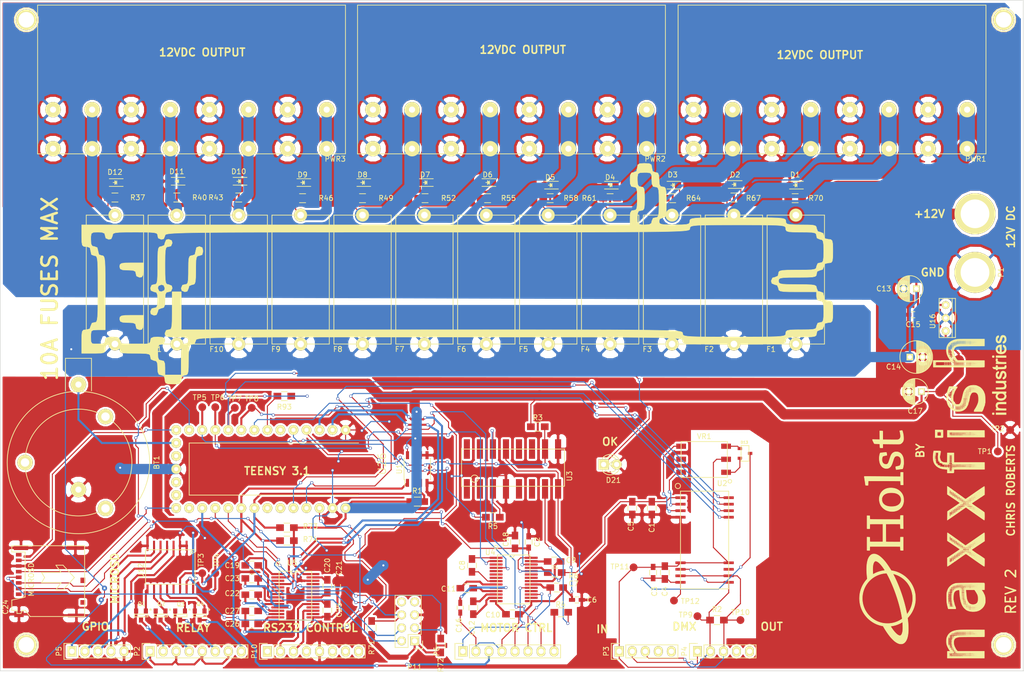
<source format=kicad_pcb>
(kicad_pcb (version 4) (host pcbnew "(after 2015-may-25 BZR unknown)-product")
  (title_block (title "Master Controller PCB") (date "05 July 2015") (rev 1) (company "Naxxfish Industries") (comment 1 "Chris Roberts"))
  (layers (0 F.Cu signal) (31 B.Cu signal) (34 B.Paste user hide) (35 F.Paste user) (36 B.SilkS user hide) (37 F.SilkS user) (38 B.Mask user hide) (39 F.Mask user) (44 Edge.Cuts user))
  (net 0 "")
  (net 1 +5V)
  (net 2 GND)
  (net 3 MC_VCC)
  (net 4 "Net-(C8-Pad1)")
  (net 5 "Net-(C9-Pad1)")
  (net 6 "Net-(C11-Pad1)")
  (net 7 "Net-(C11-Pad2)")
  (net 8 "Net-(C12-Pad1)")
  (net 9 "Net-(C12-Pad2)")
  (net 10 +12V)
  (net 11 +3V3)
  (net 12 "Net-(C19-Pad1)")
  (net 13 "Net-(C20-Pad1)")
  (net 14 "Net-(C21-Pad2)")
  (net 15 "Net-(C22-Pad1)")
  (net 16 "Net-(C22-Pad2)")
  (net 17 /Display/I2C_SCL)
  (net 18 /Display/I2C_SDA)
  (net 19 "/GP outputs/RELAY1")
  (net 20 "/GP outputs/RELAY2")
  (net 21 "/GP outputs/RELAY3")
  (net 22 "/GP outputs/RELAY4")
  (net 23 /IOcon/DMXIN-)
  (net 24 /IOcon/DMXIN+)
  (net 25 "Net-(P3-Pad4)")
  (net 26 "Net-(P3-Pad5)")
  (net 27 "Net-(P4-Pad4)")
  (net 28 "Net-(P4-Pad5)")
  (net 29 "/Motor Control Interface/MC_RX_OUT")
  (net 30 "/Motor Control Interface/MC_TX_OUT")
  (net 31 "/Motor Control Interface/MC_RST_OUT")
  (net 32 "/Motor Control Interface/MC_ERR_IN")
  (net 33 "/GP outputs/GPIO1")
  (net 34 "/GP outputs/GPIO2")
  (net 35 "/GP outputs/GPIO3")
  (net 36 "/GP outputs/GPIO4")
  (net 37 "Net-(P10-Pad1)")
  (net 38 /IOcon/CTRL_RX_CONN)
  (net 39 /IOcon/CTRL_TX_CONN)
  (net 40 "Net-(P10-Pad7)")
  (net 41 "Net-(P10-Pad8)")
  (net 42 "Net-(R1-Pad2)")
  (net 43 "/DMX Transciever/DMX_RX")
  (net 44 "/DMX Transciever/DMX_TX")
  (net 45 "/DMX Transciever/DMX_EN")
  (net 46 "Net-(R5-Pad2)")
  (net 47 "/Motor Control Interface/MC_RX")
  (net 48 "/Motor Control Interface/MC_RST")
  (net 49 "/Motor Control Interface/MC_TX")
  (net 50 "/GP outputs/B0")
  (net 51 "/GP outputs/B1")
  (net 52 "/GP outputs/B2")
  (net 53 "/GP outputs/B3")
  (net 54 "Net-(R93-Pad2)")
  (net 55 "Net-(U3-Pad1)")
  (net 56 "Net-(U12-Pad13)")
  (net 57 /Microcontroller/CTRL_RX)
  (net 58 /Microcontroller/CTRL_TX)
  (net 59 "Net-(U26-Pad6)")
  (net 60 /Microcontroller/SPI_MOSI)
  (net 61 /Microcontroller/SPI_MISO)
  (net 62 "Net-(U26-Pad18)")
  (net 63 "Net-(U26-Pad19)")
  (net 64 /Microcontroller/SPI_SCK)
  (net 65 "Net-(U26-Pad27)")
  (net 66 /PowerCircuits/FUSEDPOWER1)
  (net 67 /PowerCircuits/FUSEDPOWER2)
  (net 68 /PowerCircuits/FUSEDPOWER3)
  (net 69 /PowerCircuits/FUSEDPOWER4)
  (net 70 /PowerCircuits/FUSEDPOWER5)
  (net 71 /PowerCircuits/FUSEDPOWER6)
  (net 72 /PowerCircuits/FUSEDPOWER7)
  (net 73 /PowerCircuits/FUSEDPOWER8)
  (net 74 /PowerCircuits/FUSEDPOWER9)
  (net 75 /PowerCircuits/FUSEDPOWER10)
  (net 76 /PowerCircuits/FUSEDPOWER11)
  (net 77 /PowerCircuits/FUSEDPOWER12)
  (net 78 "Net-(P10-Pad4)")
  (net 79 "Net-(P10-Pad6)")
  (net 80 /Display/ESTOP)
  (net 81 /Display/BTN_INT)
  (net 82 "Net-(U26-Pad16)")
  (net 83 "Net-(C24-Pad1)")
  (net 84 "Net-(C24-Pad2)")
  (net 85 "Net-(C24-Pad8)")
  (net 86 /IOcon/1WIRE)
  (net 87 "Net-(C3-Pad1)")
  (net 88 "/DMX Transciever/DMXGND")
  (net 89 /IOcon/MC_GND)
  (net 90 "Net-(C8-Pad2)")
  (net 91 "Net-(C9-Pad2)")
  (net 92 "Net-(C10-Pad1)")
  (net 93 "Net-(C16-Pad1)")
  (net 94 "Net-(C19-Pad2)")
  (net 95 "Net-(C20-Pad2)")
  (net 96 "Net-(C23-Pad1)")
  (net 97 "Net-(C23-Pad2)")
  (net 98 "Net-(C25-Pad2)")
  (net 99 "Net-(C26-Pad2)")
  (net 100 "Net-(C27-Pad2)")
  (net 101 "Net-(D13-Pad2)")
  (net 102 "Net-(D13-Pad1)")
  (net 103 "/Motor Control Interface/MC_ERR_READ")
  (net 104 "Net-(R4-Pad2)")
  (net 105 "/Motor Control Interface/MC_FAULT")
  (net 106 "Net-(U2-Pad2)")
  (net 107 "Net-(U2-Pad3)")
  (net 108 "Net-(U3-Pad2)")
  (net 109 "Net-(U3-Pad5)")
  (net 110 "Net-(U3-Pad6)")
  (net 111 "Net-(U4-Pad3)")
  (net 112 "Net-(U4-Pad16)")
  (net 113 "Net-(U5-Pad3)")
  (net 114 "Net-(U5-Pad5)")
  (net 115 "Net-(U26-Pad21)")
  (net 116 "Net-(U26-Pad28)")
  (net 117 "/DMX Transciever/DMX_RECV_EN")
  (net 118 "Net-(U2-Pad17)")
  (net 119 "Net-(U3-Pad11)")
  (net 120 "Net-(U3-Pad12)")
  (net 121 "Net-(U3-Pad15)")
  (net 122 "Net-(U3-Pad16)")
  (net 123 "Net-(U4-Pad5)")
  (net 124 "Net-(U4-Pad18)")
  (net 125 "Net-(U5-Pad16)")
  (net 126 "Net-(U5-Pad18)")
  (net 127 "Net-(U5-Pad24)")
  (net 128 "Net-(U5-Pad25)")
  (net 129 "Net-(VR1-Pad5)")
  (net 130 "Net-(D1-Pad1)")
  (net 131 "Net-(D2-Pad1)")
  (net 132 "Net-(D3-Pad1)")
  (net 133 "Net-(D4-Pad1)")
  (net 134 "Net-(D5-Pad1)")
  (net 135 "Net-(D6-Pad1)")
  (net 136 "Net-(D7-Pad1)")
  (net 137 "Net-(D8-Pad1)")
  (net 138 "Net-(D9-Pad1)")
  (net 139 "Net-(D10-Pad1)")
  (net 140 "Net-(D11-Pad1)")
  (net 141 "Net-(D21-Pad1)")
  (net 142 "Net-(BT1-Pad1)")
  (net 143 "Net-(D12-Pad1)")
  (module Capacitors_ThroughHole:C_Radial_D5_L11_P2.5 (layer F.Cu) (at 222.504 82.423 180)
    (fp_text reference C13 (at 6.35 0 180) (layer F.SilkS))
    (fp_text value 47uF)
    (pad 1 thru_hole rect (at 0 0 180) (size 1.3 1.3) (drill 0.8) (layers *.Cu *.Mask F.SilkS) (net 10 +12V))
    (pad 2 thru_hole circle (at 2.5 0 180) (size 1.3 1.3) (drill 0.8) (layers *.Cu *.Mask F.SilkS) (net 2 GND))
  )
  (module Capacitors_ThroughHole:C_Radial_D6.3_L11.2_P2.5 (layer F.Cu) (at 221.234 95.758)
    (fp_text reference C14 (at -3.175 1.905) (layer F.SilkS))
    (fp_text value 100uF)
    (pad 2 thru_hole circle (at 2.5 0) (size 1.3 1.3) (drill 0.8) (layers *.Cu *.Mask F.SilkS) (net 2 GND))
    (pad 1 thru_hole rect (at 0 0) (size 1.3 1.3) (drill 0.8) (layers *.Cu *.Mask F.SilkS) (net 10 +12V))
  )
  (module naxxfish-footprints:FUSEHOLDER-0031.8211 (layer F.Cu) (at 199.009 93.218 90)
    (fp_text reference F1 (at -1.016 -4.826 180) (layer F.SilkS))
    (fp_text value FUSE)
    (pad 1 thru_hole circle (at 0 0 90) (size 2.54 2.54) (drill 1.3) (layers *.Cu *.Mask F.SilkS) (net 10 +12V))
    (pad 2 thru_hole circle (at 25.146 0 90) (size 2.54 2.54) (drill 1.3) (layers *.Cu *.Mask F.SilkS) (net 66 /PowerCircuits/FUSEDPOWER1))
  )
  (module naxxfish-footprints:FUSEHOLDER-0031.8211 (layer F.Cu) (at 186.944 93.218 90)
    (fp_text reference F2 (at -1.016 -4.826 180) (layer F.SilkS))
    (fp_text value FUSE)
    (pad 1 thru_hole circle (at 0 0 90) (size 2.54 2.54) (drill 1.3) (layers *.Cu *.Mask F.SilkS) (net 10 +12V))
    (pad 2 thru_hole circle (at 25.146 0 90) (size 2.54 2.54) (drill 1.3) (layers *.Cu *.Mask F.SilkS) (net 67 /PowerCircuits/FUSEDPOWER2))
  )
  (module naxxfish-footprints:FUSEHOLDER-0031.8211 (layer F.Cu) (at 174.879 93.218 90)
    (fp_text reference F3 (at -1.016 -4.826 180) (layer F.SilkS))
    (fp_text value FUSE)
    (pad 1 thru_hole circle (at 0 0 90) (size 2.54 2.54) (drill 1.3) (layers *.Cu *.Mask F.SilkS) (net 10 +12V))
    (pad 2 thru_hole circle (at 25.146 0 90) (size 2.54 2.54) (drill 1.3) (layers *.Cu *.Mask F.SilkS) (net 68 /PowerCircuits/FUSEDPOWER3))
  )
  (module naxxfish-footprints:FUSEHOLDER-0031.8211 (layer F.Cu) (at 162.814 93.218 90)
    (fp_text reference F4 (at -1.016 -4.826 180) (layer F.SilkS))
    (fp_text value FUSE)
    (pad 1 thru_hole circle (at 0 0 90) (size 2.54 2.54) (drill 1.3) (layers *.Cu *.Mask F.SilkS) (net 10 +12V))
    (pad 2 thru_hole circle (at 25.146 0 90) (size 2.54 2.54) (drill 1.3) (layers *.Cu *.Mask F.SilkS) (net 69 /PowerCircuits/FUSEDPOWER4))
  )
  (module naxxfish-footprints:FUSEHOLDER-0031.8211 (layer F.Cu) (at 150.749 93.218 90)
    (fp_text reference F5 (at -1.016 -4.826 180) (layer F.SilkS))
    (fp_text value FUSE)
    (pad 1 thru_hole circle (at 0 0 90) (size 2.54 2.54) (drill 1.3) (layers *.Cu *.Mask F.SilkS) (net 10 +12V))
    (pad 2 thru_hole circle (at 25.146 0 90) (size 2.54 2.54) (drill 1.3) (layers *.Cu *.Mask F.SilkS) (net 70 /PowerCircuits/FUSEDPOWER5))
  )
  (module naxxfish-footprints:FUSEHOLDER-0031.8211 (layer F.Cu) (at 138.684 93.218 90)
    (fp_text reference F6 (at -1.016 -4.826 180) (layer F.SilkS))
    (fp_text value FUSE)
    (pad 1 thru_hole circle (at 0 0 90) (size 2.54 2.54) (drill 1.3) (layers *.Cu *.Mask F.SilkS) (net 10 +12V))
    (pad 2 thru_hole circle (at 25.146 0 90) (size 2.54 2.54) (drill 1.3) (layers *.Cu *.Mask F.SilkS) (net 71 /PowerCircuits/FUSEDPOWER6))
  )
  (module naxxfish-footprints:FUSEHOLDER-0031.8211 (layer F.Cu) (at 126.619 93.218 90)
    (fp_text reference F7 (at -1.016 -4.826 180) (layer F.SilkS))
    (fp_text value FUSE)
    (pad 1 thru_hole circle (at 0 0 90) (size 2.54 2.54) (drill 1.3) (layers *.Cu *.Mask F.SilkS) (net 10 +12V))
    (pad 2 thru_hole circle (at 25.146 0 90) (size 2.54 2.54) (drill 1.3) (layers *.Cu *.Mask F.SilkS) (net 72 /PowerCircuits/FUSEDPOWER7))
  )
  (module naxxfish-footprints:FUSEHOLDER-0031.8211 (layer F.Cu) (at 114.554 93.218 90)
    (fp_text reference F8 (at -1.016 -4.826 180) (layer F.SilkS))
    (fp_text value FUSE)
    (pad 1 thru_hole circle (at 0 0 90) (size 2.54 2.54) (drill 1.3) (layers *.Cu *.Mask F.SilkS) (net 10 +12V))
    (pad 2 thru_hole circle (at 25.146 0 90) (size 2.54 2.54) (drill 1.3) (layers *.Cu *.Mask F.SilkS) (net 73 /PowerCircuits/FUSEDPOWER8))
  )
  (module naxxfish-footprints:FUSEHOLDER-0031.8211 (layer F.Cu) (at 90.424 93.218 90)
    (fp_text reference F10 (at -1.016 -4.318 180) (layer F.SilkS))
    (fp_text value FUSE)
    (pad 1 thru_hole circle (at 0 0 90) (size 2.54 2.54) (drill 1.3) (layers *.Cu *.Mask F.SilkS) (net 10 +12V))
    (pad 2 thru_hole circle (at 25.146 0 90) (size 2.54 2.54) (drill 1.3) (layers *.Cu *.Mask F.SilkS) (net 75 /PowerCircuits/FUSEDPOWER10))
  )
  (module naxxfish-footprints:FUSEHOLDER-0031.8211 (layer F.Cu) (at 78.359 93.218 90)
    (fp_text reference F11 (at -1.016 -4.318 180) (layer F.SilkS))
    (fp_text value FUSE)
    (pad 1 thru_hole circle (at 0 0 90) (size 2.54 2.54) (drill 1.3) (layers *.Cu *.Mask F.SilkS) (net 10 +12V))
    (pad 2 thru_hole circle (at 25.146 0 90) (size 2.54 2.54) (drill 1.3) (layers *.Cu *.Mask F.SilkS) (net 76 /PowerCircuits/FUSEDPOWER11))
  )
  (module naxxfish-footprints:FUSEHOLDER-0031.8211 (layer F.Cu) (at 66.294 93.218 90)
    (fp_text reference F12 (at -1.016 -4.318 180) (layer F.SilkS))
    (fp_text value FUSE)
    (pad 1 thru_hole circle (at 0 0 90) (size 2.54 2.54) (drill 1.3) (layers *.Cu *.Mask F.SilkS) (net 10 +12V))
    (pad 2 thru_hole circle (at 25.146 0 90) (size 2.54 2.54) (drill 1.3) (layers *.Cu *.Mask F.SilkS) (net 77 /PowerCircuits/FUSEDPOWER12))
  )
  (module naxxfish-footprints:FUSEHOLDER-0031.8211 (layer F.Cu) (at 102.489 93.218 90)
    (fp_text reference F9 (at -1.016 -4.826 180) (layer F.SilkS))
    (fp_text value FUSE)
    (pad 1 thru_hole circle (at 0 0 90) (size 2.54 2.54) (drill 1.3) (layers *.Cu *.Mask F.SilkS) (net 10 +12V))
    (pad 2 thru_hole circle (at 25.146 0 90) (size 2.54 2.54) (drill 1.3) (layers *.Cu *.Mask F.SilkS) (net 74 /PowerCircuits/FUSEDPOWER9))
  )
  (module naxxfish-footprints:LF00ABC-TO-220 (layer F.Cu) (at 228.219 85.598 270)
    (fp_text reference U16 (at 3.175 2.54 270) (layer F.SilkS))
    (fp_text value LF050CV)
    (pad 1 thru_hole circle (at 0 0 270) (size 1.524 1.524) (drill 0.762) (layers *.Cu *.Mask F.SilkS) (net 10 +12V))
    (pad 2 thru_hole circle (at 2.54 0 270) (size 1.524 1.524) (drill 0.762) (layers *.Cu *.Mask F.SilkS) (net 2 GND))
    (pad 3 thru_hole circle (at 5.08 0 270) (size 1.524 1.524) (drill 0.762) (layers *.Cu *.Mask F.SilkS) (net 1 +5V))
  )
  (module Capacitors_SMD:C_0805_HandSoldering (layer F.Cu) (at 170.942 125.222 270)
    (fp_text reference C1 (at 3.81 0 270) (layer F.SilkS))
    (fp_text value 10u)
    (pad 1 smd rect (at -1.25 0 270) (size 1.5 1.25) (layers F.Cu F.Paste F.Mask) (net 1 +5V))
    (pad 2 smd rect (at 1.25 0 270) (size 1.5 1.25) (layers F.Cu F.Paste F.Mask) (net 2 GND))
  )
  (module Capacitors_SMD:C_0805_HandSoldering (layer F.Cu) (at 173.482 137.795 90)
    (fp_text reference C4 (at -3.683 0 90) (layer F.SilkS))
    (fp_text value 10u)
    (pad 1 smd rect (at -1.25 0 90) (size 1.5 1.25) (layers F.Cu F.Paste F.Mask) (net 87 "Net-(C3-Pad1)"))
    (pad 2 smd rect (at 1.25 0 90) (size 1.5 1.25) (layers F.Cu F.Paste F.Mask) (net 88 "/DMX Transciever/DMXGND"))
  )
  (module Capacitors_SMD:C_0805_HandSoldering (layer F.Cu) (at 167.132 125.222 90)
    (fp_text reference C5 (at -3.556 -0.254 90) (layer F.SilkS))
    (fp_text value 1U)
    (pad 1 smd rect (at -1.25 0 90) (size 1.5 1.25) (layers F.Cu F.Paste F.Mask) (net 2 GND))
    (pad 2 smd rect (at 1.25 0 90) (size 1.5 1.25) (layers F.Cu F.Paste F.Mask) (net 1 +5V))
  )
  (module Capacitors_SMD:C_0805_HandSoldering (layer F.Cu) (at 152.4 140.716)
    (fp_text reference C7 (at 3.302 -0.762) (layer F.SilkS))
    (fp_text value 2.2u)
    (pad 1 smd rect (at -1.25 0) (size 1.5 1.25) (layers F.Cu F.Paste F.Mask) (net 3 MC_VCC))
    (pad 2 smd rect (at 1.25 0) (size 1.5 1.25) (layers F.Cu F.Paste F.Mask) (net 89 /IOcon/MC_GND))
  )
  (module Capacitors_SMD:C_0805_HandSoldering (layer F.Cu) (at 135.89 136.398 270)
    (fp_text reference C8 (at 0 1.905 270) (layer F.SilkS))
    (fp_text value 0.047u)
    (pad 1 smd rect (at -1.25 0 270) (size 1.5 1.25) (layers F.Cu F.Paste F.Mask) (net 4 "Net-(C8-Pad1)"))
    (pad 2 smd rect (at 1.25 0 270) (size 1.5 1.25) (layers F.Cu F.Paste F.Mask) (net 90 "Net-(C8-Pad2)"))
  )
  (module Capacitors_SMD:C_0805_HandSoldering (layer F.Cu) (at 151.892 135.636)
    (fp_text reference C9 (at 3.302 -0.254) (layer F.SilkS))
    (fp_text value 0.047u)
    (pad 1 smd rect (at -1.25 0) (size 1.5 1.25) (layers F.Cu F.Paste F.Mask) (net 5 "Net-(C9-Pad1)"))
    (pad 2 smd rect (at 1.25 0) (size 1.5 1.25) (layers F.Cu F.Paste F.Mask) (net 91 "Net-(C9-Pad2)"))
  )
  (module Capacitors_SMD:C_0805_HandSoldering (layer F.Cu) (at 143.764 145.923)
    (fp_text reference C10 (at -3.81 0.127) (layer F.SilkS))
    (fp_text value 0.47u)
    (pad 1 smd rect (at -1.25 0) (size 1.5 1.25) (layers F.Cu F.Paste F.Mask) (net 92 "Net-(C10-Pad1)"))
    (pad 2 smd rect (at 1.25 0) (size 1.5 1.25) (layers F.Cu F.Paste F.Mask) (net 89 /IOcon/MC_GND))
  )
  (module Capacitors_SMD:C_0805_HandSoldering (layer F.Cu) (at 134.874 140.843)
    (fp_text reference C11 (at -3.556 0.127) (layer F.SilkS))
    (fp_text value 0.1uF)
    (pad 1 smd rect (at -1.25 0) (size 1.5 1.25) (layers F.Cu F.Paste F.Mask) (net 6 "Net-(C11-Pad1)"))
    (pad 2 smd rect (at 1.25 0) (size 1.5 1.25) (layers F.Cu F.Paste F.Mask) (net 7 "Net-(C11-Pad2)"))
  )
  (module Capacitors_SMD:C_0805_HandSoldering (layer F.Cu) (at 136.144 144.653 270)
    (fp_text reference C12 (at 3.937 0.254 270) (layer F.SilkS))
    (fp_text value 0.47u)
    (pad 1 smd rect (at -1.25 0 270) (size 1.5 1.25) (layers F.Cu F.Paste F.Mask) (net 8 "Net-(C12-Pad1)"))
    (pad 2 smd rect (at 1.25 0 270) (size 1.5 1.25) (layers F.Cu F.Paste F.Mask) (net 9 "Net-(C12-Pad2)"))
  )
  (module Capacitors_ThroughHole:C_Radial_D5_L11_P2.5 (layer F.Cu) (at 223.52 102.489 180)
    (fp_text reference C17 (at 1.25 -3.8 180) (layer F.SilkS))
    (fp_text value 2.2uF)
    (pad 1 thru_hole rect (at 0 0 180) (size 1.3 1.3) (drill 0.8) (layers *.Cu *.Mask F.SilkS) (net 1 +5V))
    (pad 2 thru_hole circle (at 2.5 0 180) (size 1.3 1.3) (drill 0.8) (layers *.Cu *.Mask F.SilkS) (net 2 GND))
  )
  (module Capacitors_SMD:C_0805_HandSoldering (layer F.Cu) (at 144.272 131.826 270)
    (fp_text reference C18 (at -0.508 1.778 270) (layer F.SilkS))
    (fp_text value 1u)
    (pad 1 smd rect (at -1.25 0 270) (size 1.5 1.25) (layers F.Cu F.Paste F.Mask) (net 2 GND))
    (pad 2 smd rect (at 1.25 0 270) (size 1.5 1.25) (layers F.Cu F.Paste F.Mask) (net 1 +5V))
  )
  (module Capacitors_SMD:C_0805_HandSoldering (layer F.Cu) (at 92.964 136.398 180)
    (fp_text reference C19 (at 3.81 0 180) (layer F.SilkS))
    (fp_text value 0.047u)
    (pad 1 smd rect (at -1.25 0 180) (size 1.5 1.25) (layers F.Cu F.Paste F.Mask) (net 12 "Net-(C19-Pad1)"))
    (pad 2 smd rect (at 1.25 0 180) (size 1.5 1.25) (layers F.Cu F.Paste F.Mask) (net 94 "Net-(C19-Pad2)"))
  )
  (module Capacitors_SMD:C_0805_HandSoldering (layer F.Cu) (at 107.696 140.462 270)
    (fp_text reference C20 (at -4.064 0 270) (layer F.SilkS))
    (fp_text value 0.047u)
    (pad 1 smd rect (at -1.25 0 270) (size 1.5 1.25) (layers F.Cu F.Paste F.Mask) (net 13 "Net-(C20-Pad1)"))
    (pad 2 smd rect (at 1.25 0 270) (size 1.5 1.25) (layers F.Cu F.Paste F.Mask) (net 95 "Net-(C20-Pad2)"))
  )
  (module Capacitors_SMD:C_0805_HandSoldering (layer F.Cu) (at 92.964 142.113)
    (fp_text reference C22 (at -3.81 -0.254) (layer F.SilkS))
    (fp_text value 0.47u)
    (pad 1 smd rect (at -1.25 0) (size 1.5 1.25) (layers F.Cu F.Paste F.Mask) (net 15 "Net-(C22-Pad1)"))
    (pad 2 smd rect (at 1.25 0) (size 1.5 1.25) (layers F.Cu F.Paste F.Mask) (net 16 "Net-(C22-Pad2)"))
  )
  (module Capacitors_SMD:C_0805_HandSoldering (layer F.Cu) (at 92.964 138.938)
    (fp_text reference C23 (at -3.81 0) (layer F.SilkS))
    (fp_text value 0.1u)
    (pad 1 smd rect (at -1.25 0) (size 1.5 1.25) (layers F.Cu F.Paste F.Mask) (net 96 "Net-(C23-Pad1)"))
    (pad 2 smd rect (at 1.25 0) (size 1.5 1.25) (layers F.Cu F.Paste F.Mask) (net 97 "Net-(C23-Pad2)"))
  )
  (module naxxfish-footprints:MICROSDCARD-MOLEX- (layer F.Cu) (at 46.99 142.367 90)
    (fp_text reference C24 (at -2.159 -2.032 90) (layer F.SilkS))
    (fp_text value SDCARD-SPIMODE)
    (fp_text user MICROSD (at 3.2 3 90) (layer F.SilkS))
    (pad 1 smd rect (at 0.35 0.55 90) (size 0.7 1.1) (layers F.Cu F.Paste F.Mask) (net 83 "Net-(C24-Pad1)"))
    (pad 2 smd rect (at 1.45 0.55 90) (size 0.7 1.1) (layers F.Cu F.Paste F.Mask) (net 84 "Net-(C24-Pad2)"))
    (pad 3 smd rect (at 2.55 0.55 90) (size 0.7 1.1) (layers F.Cu F.Paste F.Mask) (net 60 /Microcontroller/SPI_MOSI))
    (pad 4 smd rect (at 3.65 0.55 90) (size 0.7 1.1) (layers F.Cu F.Paste F.Mask) (net 11 +3V3))
    (pad 5 smd rect (at 4.75 0.55 90) (size 0.7 1.1) (layers F.Cu F.Paste F.Mask) (net 64 /Microcontroller/SPI_SCK))
    (pad 6 smd rect (at 5.85 0.55 90) (size 0.7 1.1) (layers F.Cu F.Paste F.Mask) (net 2 GND))
    (pad 7 smd rect (at 6.95 0.55 90) (size 0.7 1.1) (layers F.Cu F.Paste F.Mask) (net 61 /Microcontroller/SPI_MISO))
    (pad 8 smd rect (at 8.05 0.55 90) (size 0.7 1.1) (layers F.Cu F.Paste F.Mask) (net 85 "Net-(C24-Pad8)"))
    (pad 9 smd rect (at -3.55 0.6 90) (size 1.14 1.83) (layers F.Cu F.Paste F.Mask) (net 2 GND))
    (pad 9 smd rect (at 9.4 1 90) (size 0.9 2.8) (layers F.Cu F.Paste F.Mask) (net 2 GND))
    (pad 9 smd rect (at 9.4 11.6 90) (size 0.8 3.33) (layers F.Cu F.Paste F.Mask) (net 2 GND))
    (pad 9 smd rect (at -3.8 11.8 90) (size 0.7 3.33) (layers F.Cu F.Paste F.Mask) (net 2 GND))
    (pad "" smd rect (at -1.25 13.05 90) (size 0.9 0.93) (layers F.Cu F.Paste F.Mask))
    (pad "" smd rect (at 3.05 13.05 90) (size 1.05 0.93) (layers F.Cu F.Paste F.Mask))
  )
  (module Capacitors_SMD:C_0805_HandSoldering (layer F.Cu) (at 107.696 145.161 90)
    (fp_text reference C25 (at 0.0635 2.286 270) (layer F.SilkS))
    (fp_text value 2.2u)
    (pad 1 smd rect (at -1.25 0 90) (size 1.5 1.25) (layers F.Cu F.Paste F.Mask) (net 14 "Net-(C21-Pad2)"))
    (pad 2 smd rect (at 1.25 0 90) (size 1.5 1.25) (layers F.Cu F.Paste F.Mask) (net 98 "Net-(C25-Pad2)"))
  )
  (module Capacitors_SMD:C_0805_HandSoldering (layer F.Cu) (at 92.964 147.828)
    (fp_text reference C26 (at -3.81 0) (layer F.SilkS))
    (fp_text value 0.47u)
    (pad 1 smd rect (at -1.25 0) (size 1.5 1.25) (layers F.Cu F.Paste F.Mask) (net 14 "Net-(C21-Pad2)"))
    (pad 2 smd rect (at 1.25 0) (size 1.5 1.25) (layers F.Cu F.Paste F.Mask) (net 99 "Net-(C26-Pad2)"))
  )
  (module Capacitors_SMD:C_0805_HandSoldering (layer F.Cu) (at 92.964 145.288)
    (fp_text reference C27 (at -3.81 0) (layer F.SilkS))
    (fp_text value 0.47u)
    (pad 1 smd rect (at -1.25 0) (size 1.5 1.25) (layers F.Cu F.Paste F.Mask) (net 14 "Net-(C21-Pad2)"))
    (pad 2 smd rect (at 1.25 0) (size 1.5 1.25) (layers F.Cu F.Paste F.Mask) (net 100 "Net-(C27-Pad2)"))
  )
  (module LEDs:LED-3MM (layer F.Cu) (at 161.544 116.713)
    (fp_text reference D21 (at 1.91 3.06) (layer F.SilkS))
    (fp_text value OK)
    (fp_text user K (at 1.27 0) (layer F.SilkS))
    (pad 1 thru_hole rect (at 0 0 90) (size 2 2) (drill 1.00076) (layers *.Cu *.Mask F.SilkS) (net 141 "Net-(D21-Pad1)"))
    (pad 2 thru_hole circle (at 2.54 0) (size 2 2) (drill 1.00076) (layers *.Cu *.Mask F.SilkS) (net 2 GND))
  )
  (module Pin_Headers:Pin_Header_Straight_1x08 (layer F.Cu) (at 73.152 153.162 90)
    (fp_text reference P2 (at 0 -2.54 90) (layer F.SilkS))
    (fp_text value RELAYOUT)
    (pad 1 thru_hole rect (at 0 0 90) (size 2.032 1.7272) (drill 1.016) (layers *.Cu *.Mask F.SilkS) (net 10 +12V))
    (pad 2 thru_hole oval (at 0 2.54 90) (size 2.032 1.7272) (drill 1.016) (layers *.Cu *.Mask F.SilkS) (net 19 "/GP outputs/RELAY1"))
    (pad 3 thru_hole oval (at 0 5.08 90) (size 2.032 1.7272) (drill 1.016) (layers *.Cu *.Mask F.SilkS) (net 10 +12V))
    (pad 4 thru_hole oval (at 0 7.62 90) (size 2.032 1.7272) (drill 1.016) (layers *.Cu *.Mask F.SilkS) (net 20 "/GP outputs/RELAY2"))
    (pad 5 thru_hole oval (at 0 10.16 90) (size 2.032 1.7272) (drill 1.016) (layers *.Cu *.Mask F.SilkS) (net 10 +12V))
    (pad 6 thru_hole oval (at 0 12.7 90) (size 2.032 1.7272) (drill 1.016) (layers *.Cu *.Mask F.SilkS) (net 21 "/GP outputs/RELAY3"))
    (pad 7 thru_hole oval (at 0 15.24 90) (size 2.032 1.7272) (drill 1.016) (layers *.Cu *.Mask F.SilkS) (net 10 +12V))
    (pad 8 thru_hole oval (at 0 17.78 90) (size 2.032 1.7272) (drill 1.016) (layers *.Cu *.Mask F.SilkS) (net 22 "/GP outputs/RELAY4"))
  )
  (module Pin_Headers:Pin_Header_Straight_1x05 (layer F.Cu) (at 164.592 153.162 90)
    (fp_text reference P3 (at 0 -2.54 90) (layer F.SilkS))
    (fp_text value DMX_IN)
    (pad 1 thru_hole rect (at 0 0 90) (size 2.032 1.7272) (drill 1.016) (layers *.Cu *.Mask F.SilkS) (net 88 "/DMX Transciever/DMXGND"))
    (pad 2 thru_hole oval (at 0 2.54 90) (size 2.032 1.7272) (drill 1.016) (layers *.Cu *.Mask F.SilkS) (net 23 /IOcon/DMXIN-))
    (pad 3 thru_hole oval (at 0 5.08 90) (size 2.032 1.7272) (drill 1.016) (layers *.Cu *.Mask F.SilkS) (net 24 /IOcon/DMXIN+))
    (pad 4 thru_hole oval (at 0 7.62 90) (size 2.032 1.7272) (drill 1.016) (layers *.Cu *.Mask F.SilkS) (net 25 "Net-(P3-Pad4)"))
    (pad 5 thru_hole oval (at 0 10.16 90) (size 2.032 1.7272) (drill 1.016) (layers *.Cu *.Mask F.SilkS) (net 26 "Net-(P3-Pad5)"))
  )
  (module Pin_Headers:Pin_Header_Straight_1x05 (layer F.Cu) (at 179.832 153.162 90)
    (fp_text reference P4 (at 0 -2.54 90) (layer F.SilkS))
    (fp_text value DMX_OUT)
    (pad 1 thru_hole rect (at 0 0 90) (size 2.032 1.7272) (drill 1.016) (layers *.Cu *.Mask F.SilkS) (net 88 "/DMX Transciever/DMXGND"))
    (pad 2 thru_hole oval (at 0 2.54 90) (size 2.032 1.7272) (drill 1.016) (layers *.Cu *.Mask F.SilkS) (net 23 /IOcon/DMXIN-))
    (pad 3 thru_hole oval (at 0 5.08 90) (size 2.032 1.7272) (drill 1.016) (layers *.Cu *.Mask F.SilkS) (net 24 /IOcon/DMXIN+))
    (pad 4 thru_hole oval (at 0 7.62 90) (size 2.032 1.7272) (drill 1.016) (layers *.Cu *.Mask F.SilkS) (net 27 "Net-(P4-Pad4)"))
    (pad 5 thru_hole oval (at 0 10.16 90) (size 2.032 1.7272) (drill 1.016) (layers *.Cu *.Mask F.SilkS) (net 28 "Net-(P4-Pad5)"))
  )
  (module Pin_Headers:Pin_Header_Straight_1x05 (layer F.Cu) (at 57.912 153.162 90)
    (fp_text reference P5 (at 0 -2.54 90) (layer F.SilkS))
    (fp_text value GPIO)
    (pad 1 thru_hole rect (at 0 0 90) (size 2.032 1.7272) (drill 1.016) (layers *.Cu *.Mask F.SilkS) (net 33 "/GP outputs/GPIO1"))
    (pad 2 thru_hole oval (at 0 2.54 90) (size 2.032 1.7272) (drill 1.016) (layers *.Cu *.Mask F.SilkS) (net 34 "/GP outputs/GPIO2"))
    (pad 3 thru_hole oval (at 0 5.08 90) (size 2.032 1.7272) (drill 1.016) (layers *.Cu *.Mask F.SilkS) (net 35 "/GP outputs/GPIO3"))
    (pad 4 thru_hole oval (at 0 7.62 90) (size 2.032 1.7272) (drill 1.016) (layers *.Cu *.Mask F.SilkS) (net 36 "/GP outputs/GPIO4"))
    (pad 5 thru_hole oval (at 0 10.16 90) (size 2.032 1.7272) (drill 1.016) (layers *.Cu *.Mask F.SilkS) (net 2 GND))
  )
  (module Pin_Headers:Pin_Header_Straight_1x08 (layer F.Cu) (at 134.112 153.162 90)
    (fp_text reference P6 (at 0 -5.1 90) (layer F.SilkS))
    (fp_text value MOTOR_RS232)
    (pad 1 thru_hole rect (at 0 0 90) (size 2.032 1.7272) (drill 1.016) (layers *.Cu *.Mask F.SilkS) (net 3 MC_VCC))
    (pad 2 thru_hole oval (at 0 2.54 90) (size 2.032 1.7272) (drill 1.016) (layers *.Cu *.Mask F.SilkS) (net 89 /IOcon/MC_GND))
    (pad 3 thru_hole oval (at 0 5.08 90) (size 2.032 1.7272) (drill 1.016) (layers *.Cu *.Mask F.SilkS) (net 86 /IOcon/1WIRE))
    (pad 4 thru_hole oval (at 0 7.62 90) (size 2.032 1.7272) (drill 1.016) (layers *.Cu *.Mask F.SilkS) (net 89 /IOcon/MC_GND))
    (pad 5 thru_hole oval (at 0 10.16 90) (size 2.032 1.7272) (drill 1.016) (layers *.Cu *.Mask F.SilkS) (net 29 "/Motor Control Interface/MC_RX_OUT"))
    (pad 6 thru_hole oval (at 0 12.7 90) (size 2.032 1.7272) (drill 1.016) (layers *.Cu *.Mask F.SilkS) (net 30 "/Motor Control Interface/MC_TX_OUT"))
    (pad 7 thru_hole oval (at 0 15.24 90) (size 2.032 1.7272) (drill 1.016) (layers *.Cu *.Mask F.SilkS) (net 31 "/Motor Control Interface/MC_RST_OUT"))
    (pad 8 thru_hole oval (at 0 17.78 90) (size 2.032 1.7272) (drill 1.016) (layers *.Cu *.Mask F.SilkS) (net 32 "/Motor Control Interface/MC_ERR_IN"))
  )
  (module Pin_Headers:Pin_Header_Straight_1x08 (layer F.Cu) (at 96.012 153.162 90)
    (fp_text reference P10 (at 0 -2.54 90) (layer F.SilkS))
    (fp_text value CONTROL)
    (pad 1 thru_hole rect (at 0 0 90) (size 2.032 1.7272) (drill 1.016) (layers *.Cu *.Mask F.SilkS) (net 37 "Net-(P10-Pad1)"))
    (pad 2 thru_hole oval (at 0 2.54 90) (size 2.032 1.7272) (drill 1.016) (layers *.Cu *.Mask F.SilkS) (net 39 /IOcon/CTRL_TX_CONN))
    (pad 3 thru_hole oval (at 0 5.08 90) (size 2.032 1.7272) (drill 1.016) (layers *.Cu *.Mask F.SilkS) (net 38 /IOcon/CTRL_RX_CONN))
    (pad 4 thru_hole oval (at 0 7.62 90) (size 2.032 1.7272) (drill 1.016) (layers *.Cu *.Mask F.SilkS) (net 78 "Net-(P10-Pad4)"))
    (pad 5 thru_hole oval (at 0 10.16 90) (size 2.032 1.7272) (drill 1.016) (layers *.Cu *.Mask F.SilkS) (net 2 GND))
    (pad 6 thru_hole oval (at 0 12.7 90) (size 2.032 1.7272) (drill 1.016) (layers *.Cu *.Mask F.SilkS) (net 79 "Net-(P10-Pad6)"))
    (pad 7 thru_hole oval (at 0 15.24 90) (size 2.032 1.7272) (drill 1.016) (layers *.Cu *.Mask F.SilkS) (net 40 "Net-(P10-Pad7)"))
    (pad 8 thru_hole oval (at 0 17.78 90) (size 2.032 1.7272) (drill 1.016) (layers *.Cu *.Mask F.SilkS) (net 41 "Net-(P10-Pad8)"))
  )
  (module naxxfish-footprints:IRLML2502PBF-SOT23 (layer F.Cu) (at 71.374 145.288 180)
    (fp_text reference Q1 (at -0.127 1.397 180) (layer F.SilkS) (effects (font (size 0.762 0.762) (thickness 0.125))))
    (fp_text value MOSFET_N)
    (pad G smd rect (at -0.95 0 180) (size 0.802 0.972) (layers F.Cu F.Paste F.Mask) (net 50 "/GP outputs/B0"))
    (pad S smd rect (at 0.95 0 180) (size 0.802 0.972) (layers F.Cu F.Paste F.Mask) (net 2 GND))
    (pad D smd rect (at 0 -1.77 180) (size 0.802 0.972) (layers F.Cu F.Paste F.Mask) (net 19 "/GP outputs/RELAY1"))
  )
  (module naxxfish-footprints:IRLML2502PBF-SOT23 (layer F.Cu) (at 75.184 145.288 180)
    (fp_text reference Q2 (at -0.127 1.397 180) (layer F.SilkS) (effects (font (size 0.762 0.762) (thickness 0.125))))
    (fp_text value MOSFET_N)
    (pad G smd rect (at -0.95 0 180) (size 0.802 0.972) (layers F.Cu F.Paste F.Mask) (net 51 "/GP outputs/B1"))
    (pad S smd rect (at 0.95 0 180) (size 0.802 0.972) (layers F.Cu F.Paste F.Mask) (net 2 GND))
    (pad D smd rect (at 0 -1.77 180) (size 0.802 0.972) (layers F.Cu F.Paste F.Mask) (net 20 "/GP outputs/RELAY2"))
  )
  (module naxxfish-footprints:IRLML2502PBF-SOT23 (layer F.Cu) (at 78.994 145.288 180)
    (fp_text reference Q3 (at -0.127 1.27 180) (layer F.SilkS) (effects (font (size 0.762 0.762) (thickness 0.125))))
    (fp_text value MOSFET_N)
    (pad G smd rect (at -0.95 0 180) (size 0.802 0.972) (layers F.Cu F.Paste F.Mask) (net 52 "/GP outputs/B2"))
    (pad S smd rect (at 0.95 0 180) (size 0.802 0.972) (layers F.Cu F.Paste F.Mask) (net 2 GND))
    (pad D smd rect (at 0 -1.77 180) (size 0.802 0.972) (layers F.Cu F.Paste F.Mask) (net 21 "/GP outputs/RELAY3"))
  )
  (module naxxfish-footprints:IRLML2502PBF-SOT23 (layer F.Cu) (at 82.804 145.288 180)
    (fp_text reference Q4 (at -0.127 1.397 180) (layer F.SilkS) (effects (font (size 0.762 0.762) (thickness 0.125))))
    (fp_text value MOSFET_N)
    (pad G smd rect (at -0.95 0 180) (size 0.802 0.972) (layers F.Cu F.Paste F.Mask) (net 53 "/GP outputs/B3"))
    (pad S smd rect (at 0.95 0 180) (size 0.802 0.972) (layers F.Cu F.Paste F.Mask) (net 2 GND))
    (pad D smd rect (at 0 -1.77 180) (size 0.802 0.972) (layers F.Cu F.Paste F.Mask) (net 22 "/GP outputs/RELAY4"))
  )
  (module Resistors_SMD:R_0805_HandSoldering (layer F.Cu) (at 125.222 123.952)
    (fp_text reference R1 (at 0 -2.1) (layer F.SilkS))
    (fp_text value 1K2)
    (pad 1 smd rect (at -1.35 0) (size 1.5 1.3) (layers F.Cu F.Paste F.Mask) (net 1 +5V))
    (pad 2 smd rect (at 1.35 0) (size 1.5 1.3) (layers F.Cu F.Paste F.Mask) (net 42 "Net-(R1-Pad2)"))
  )
  (module Resistors_SMD:R_0805_HandSoldering (layer F.Cu) (at 183.642 147.066)
    (fp_text reference R2 (at 0 -2.1) (layer F.SilkS))
    (fp_text value 120R)
    (pad 1 smd rect (at -1.35 0) (size 1.5 1.3) (layers F.Cu F.Paste F.Mask) (net 23 /IOcon/DMXIN-))
    (pad 2 smd rect (at 1.35 0) (size 1.5 1.3) (layers F.Cu F.Paste F.Mask) (net 24 /IOcon/DMXIN+))
  )
  (module Resistors_SMD:R_0805_HandSoldering (layer F.Cu) (at 148.717 109.347 180)
    (fp_text reference R3 (at 0 1.778 180) (layer F.SilkS))
    (fp_text value 10K)
    (pad 1 smd rect (at -1.35 0 180) (size 1.5 1.3) (layers F.Cu F.Paste F.Mask) (net 103 "/Motor Control Interface/MC_ERR_READ"))
    (pad 2 smd rect (at 1.35 0 180) (size 1.5 1.3) (layers F.Cu F.Paste F.Mask) (net 1 +5V))
  )
  (module Resistors_SMD:R_0805_HandSoldering (layer F.Cu) (at 153.289 145.542)
    (fp_text reference R4 (at -0.127 -1.524) (layer F.SilkS))
    (fp_text value 330R)
    (pad 1 smd rect (at -1.35 0) (size 1.5 1.3) (layers F.Cu F.Paste F.Mask) (net 32 "/Motor Control Interface/MC_ERR_IN"))
    (pad 2 smd rect (at 1.35 0) (size 1.5 1.3) (layers F.Cu F.Paste F.Mask) (net 104 "Net-(R4-Pad2)"))
  )
  (module Resistors_SMD:R_0805_HandSoldering (layer F.Cu) (at 139.954 127)
    (fp_text reference R5 (at 0 1.778) (layer F.SilkS))
    (fp_text value 330R)
    (pad 1 smd rect (at -1.35 0) (size 1.5 1.3) (layers F.Cu F.Paste F.Mask) (net 48 "/Motor Control Interface/MC_RST"))
    (pad 2 smd rect (at 1.35 0) (size 1.5 1.3) (layers F.Cu F.Paste F.Mask) (net 46 "Net-(R5-Pad2)"))
  )
  (module Resistors_SMD:R_0805_HandSoldering (layer F.Cu) (at 152.019 137.795)
    (fp_text reference R6 (at 3.683 0.635) (layer F.SilkS))
    (fp_text value 10K)
    (pad 1 smd rect (at -1.35 0) (size 1.5 1.3) (layers F.Cu F.Paste F.Mask) (net 105 "/Motor Control Interface/MC_FAULT"))
    (pad 2 smd rect (at 1.35 0) (size 1.5 1.3) (layers F.Cu F.Paste F.Mask) (net 1 +5V))
  )
  (module Resistors_SMD:R_0805_HandSoldering (layer F.Cu) (at 116.332 148.59 90)
    (fp_text reference R71 (at -3.81 0 90) (layer F.SilkS))
    (fp_text value 10K)
    (pad 1 smd rect (at -1.35 0 90) (size 1.5 1.3) (layers F.Cu F.Paste F.Mask) (net 1 +5V))
    (pad 2 smd rect (at 1.35 0 90) (size 1.5 1.3) (layers F.Cu F.Paste F.Mask) (net 81 /Display/BTN_INT))
  )
  (module Resistors_SMD:R_0805_HandSoldering (layer F.Cu) (at 129.794 152.019 90)
    (fp_text reference R72 (at -3.81 0 90) (layer F.SilkS))
    (fp_text value 10K)
    (pad 1 smd rect (at -1.35 0 90) (size 1.5 1.3) (layers F.Cu F.Paste F.Mask) (net 1 +5V))
    (pad 2 smd rect (at 1.35 0 90) (size 1.5 1.3) (layers F.Cu F.Paste F.Mask) (net 80 /Display/ESTOP))
  )
  (module Resistors_SMD:R_0805_HandSoldering (layer F.Cu) (at 99.822 129.032 180)
    (fp_text reference R73 (at -4.572 0.254 180) (layer F.SilkS))
    (fp_text value 10K)
    (pad 1 smd rect (at -1.35 0 180) (size 1.5 1.3) (layers F.Cu F.Paste F.Mask) (net 1 +5V))
    (pad 2 smd rect (at 1.35 0 180) (size 1.5 1.3) (layers F.Cu F.Paste F.Mask) (net 17 /Display/I2C_SCL))
  )
  (module Resistors_SMD:R_0805_HandSoldering (layer F.Cu) (at 99.822 131.572 180)
    (fp_text reference R74 (at -4.572 0.254 180) (layer F.SilkS))
    (fp_text value 10K)
    (pad 1 smd rect (at -1.35 0 180) (size 1.5 1.3) (layers F.Cu F.Paste F.Mask) (net 1 +5V))
    (pad 2 smd rect (at 1.35 0 180) (size 1.5 1.3) (layers F.Cu F.Paste F.Mask) (net 18 /Display/I2C_SDA))
  )
  (module Resistors_SMD:R_0805_HandSoldering (layer F.Cu) (at 99.314 103.378 180)
    (fp_text reference R93 (at 0 -2.1 180) (layer F.SilkS))
    (fp_text value 330)
    (pad 1 smd rect (at -1.35 0 180) (size 1.5 1.3) (layers F.Cu F.Paste F.Mask) (net 141 "Net-(D21-Pad1)"))
    (pad 2 smd rect (at 1.35 0 180) (size 1.5 1.3) (layers F.Cu F.Paste F.Mask) (net 54 "Net-(R93-Pad2)"))
  )
  (module Housings_SOIC:SOIC-8_3.9x4.9mm_Pitch1.27mm (layer F.Cu) (at 125.222 117.602 90)
    (fp_text reference U1 (at 0 -3.5 90) (layer F.SilkS))
    (fp_text value AT30TS750)
    (pad 1 smd rect (at -2.7 -1.905 90) (size 1.55 0.6) (layers F.Cu F.Paste F.Mask) (net 18 /Display/I2C_SDA))
    (pad 2 smd rect (at -2.7 -0.635 90) (size 1.55 0.6) (layers F.Cu F.Paste F.Mask) (net 17 /Display/I2C_SCL))
    (pad 3 smd rect (at -2.7 0.635 90) (size 1.55 0.6) (layers F.Cu F.Paste F.Mask) (net 42 "Net-(R1-Pad2)"))
    (pad 4 smd rect (at -2.7 1.905 90) (size 1.55 0.6) (layers F.Cu F.Paste F.Mask) (net 2 GND))
    (pad 5 smd rect (at 2.7 1.905 90) (size 1.55 0.6) (layers F.Cu F.Paste F.Mask) (net 2 GND))
    (pad 6 smd rect (at 2.7 0.635 90) (size 1.55 0.6) (layers F.Cu F.Paste F.Mask) (net 2 GND))
    (pad 7 smd rect (at 2.7 -0.635 90) (size 1.55 0.6) (layers F.Cu F.Paste F.Mask) (net 2 GND))
    (pad 8 smd rect (at 2.7 -1.905 90) (size 1.55 0.6) (layers F.Cu F.Paste F.Mask) (net 1 +5V))
  )
  (module naxxfish-footprints:Teensy-3.1 (layer F.Cu) (at 96.012 117.602 180)
    (fp_text reference U26 (at -22.352 1.016 270) (layer F.SilkS) (effects (font (size 1.5 1.5))))
    (fp_text value TEENSY3V1)
    (pad 2 thru_hole circle (at -12.7 7.62 180) (size 1.9 1.9) (drill 0.8) (layers *.Cu *.Mask F.SilkS) (net 57 /Microcontroller/CTRL_RX))
    (pad 3 thru_hole circle (at -10.16 7.62 180) (size 1.9 1.9) (drill 0.8) (layers *.Cu *.Mask F.SilkS) (net 58 /Microcontroller/CTRL_TX))
    (pad 4 thru_hole circle (at -7.62 7.62 180) (size 1.9 1.9) (drill 0.8) (layers *.Cu *.Mask F.SilkS) (net 103 "/Motor Control Interface/MC_ERR_READ"))
    (pad 5 thru_hole circle (at -5.08 7.62 180) (size 1.9 1.9) (drill 0.8) (layers *.Cu *.Mask F.SilkS) (net 48 "/Motor Control Interface/MC_RST"))
    (pad 6 thru_hole circle (at -2.54 7.62 180) (size 1.9 1.9) (drill 0.8) (layers *.Cu *.Mask F.SilkS) (net 59 "Net-(U26-Pad6)"))
    (pad 7 thru_hole circle (at 0 7.62 180) (size 1.9 1.9) (drill 0.8) (layers *.Cu *.Mask F.SilkS) (net 54 "Net-(R93-Pad2)"))
    (pad 8 thru_hole circle (at 2.54 7.62 180) (size 1.9 1.9) (drill 0.8) (layers *.Cu *.Mask F.SilkS) (net 84 "Net-(C24-Pad2)"))
    (pad 9 thru_hole circle (at 5.08 7.62 180) (size 1.9 1.9) (drill 0.8) (layers *.Cu *.Mask F.SilkS) (net 43 "/DMX Transciever/DMX_RX"))
    (pad 10 thru_hole circle (at 7.62 7.62 180) (size 1.9 1.9) (drill 0.8) (layers *.Cu *.Mask F.SilkS) (net 44 "/DMX Transciever/DMX_TX"))
    (pad 11 thru_hole circle (at 10.16 7.62 180) (size 1.9 1.9) (drill 0.8) (layers *.Cu *.Mask F.SilkS) (net 47 "/Motor Control Interface/MC_RX"))
    (pad 12 thru_hole circle (at 12.7 7.62 180) (size 1.9 1.9) (drill 0.8) (layers *.Cu *.Mask F.SilkS) (net 49 "/Motor Control Interface/MC_TX"))
    (pad 13 thru_hole circle (at 15.24 7.62 180) (size 1.9 1.9) (drill 0.8) (layers *.Cu *.Mask F.SilkS) (net 60 /Microcontroller/SPI_MOSI))
    (pad 14 thru_hole circle (at 17.78 7.62 180) (size 1.9 1.9) (drill 0.8) (layers *.Cu *.Mask F.SilkS) (net 61 /Microcontroller/SPI_MISO))
    (pad 1 thru_hole circle (at -15.24 7.62 180) (size 1.9 1.9) (drill 0.8) (layers *.Cu *.Mask F.SilkS) (net 2 GND))
    (pad 15 thru_hole circle (at 17.78 5.08 180) (size 1.9 1.9) (drill 0.8) (layers *.Cu *.Mask F.SilkS) (net 142 "Net-(BT1-Pad1)"))
    (pad 16 thru_hole circle (at 17.78 2.54 180) (size 1.9 1.9) (drill 0.8) (layers *.Cu *.Mask F.SilkS) (net 82 "Net-(U26-Pad16)"))
    (pad 17 thru_hole circle (at 17.78 0 180) (size 1.9 1.9) (drill 0.8) (layers *.Cu *.Mask F.SilkS) (net 2 GND))
    (pad 18 thru_hole circle (at 17.78 -2.54 180) (size 1.9 1.9) (drill 0.8) (layers *.Cu *.Mask F.SilkS) (net 62 "Net-(U26-Pad18)"))
    (pad 19 thru_hole circle (at 17.78 -5.08 180) (size 1.9 1.9) (drill 0.8) (layers *.Cu *.Mask F.SilkS) (net 63 "Net-(U26-Pad19)"))
    (pad 20 thru_hole circle (at 17.78 -7.62 180) (size 1.9 1.9) (drill 0.8) (layers *.Cu *.Mask F.SilkS) (net 64 /Microcontroller/SPI_SCK))
    (pad 21 thru_hole circle (at 15.24 -7.62 180) (size 1.9 1.9) (drill 0.8) (layers *.Cu *.Mask F.SilkS) (net 115 "Net-(U26-Pad21)"))
    (pad 22 thru_hole circle (at 12.7 -7.62 180) (size 1.9 1.9) (drill 0.8) (layers *.Cu *.Mask F.SilkS) (net 86 /IOcon/1WIRE))
    (pad 23 thru_hole circle (at 10.16 -7.62 180) (size 1.9 1.9) (drill 0.8) (layers *.Cu *.Mask F.SilkS) (net 80 /Display/ESTOP))
    (pad 24 thru_hole circle (at 7.62 -7.62 180) (size 1.9 1.9) (drill 0.8) (layers *.Cu *.Mask F.SilkS) (net 81 /Display/BTN_INT))
    (pad 25 thru_hole circle (at 5.08 -7.62 180) (size 1.9 1.9) (drill 0.8) (layers *.Cu *.Mask F.SilkS) (net 18 /Display/I2C_SDA))
    (pad 26 thru_hole circle (at 2.54 -7.62 180) (size 1.9 1.9) (drill 0.8) (layers *.Cu *.Mask F.SilkS) (net 17 /Display/I2C_SCL))
    (pad 27 thru_hole circle (at 0 -7.62 180) (size 1.9 1.9) (drill 0.8) (layers *.Cu *.Mask F.SilkS) (net 65 "Net-(U26-Pad27)"))
    (pad 28 thru_hole circle (at -2.54 -7.62 180) (size 1.9 1.9) (drill 0.8) (layers *.Cu *.Mask F.SilkS) (net 116 "Net-(U26-Pad28)"))
    (pad 29 thru_hole circle (at -5.08 -7.62 180) (size 1.9 1.9) (drill 0.8) (layers *.Cu *.Mask F.SilkS) (net 45 "/DMX Transciever/DMX_EN"))
    (pad 30 thru_hole circle (at -7.62 -7.62 180) (size 1.9 1.9) (drill 0.8) (layers *.Cu *.Mask F.SilkS) (net 117 "/DMX Transciever/DMX_RECV_EN"))
    (pad 31 thru_hole circle (at -10.16 -7.62 180) (size 1.9 1.9) (drill 0.8) (layers *.Cu *.Mask F.SilkS) (net 11 +3V3))
    (pad 32 thru_hole circle (at -12.7 -7.62 180) (size 1.9 1.9) (drill 0.8) (layers *.Cu *.Mask F.SilkS) (net 2 GND))
    (pad 33 thru_hole circle (at -15.24 -7.62 180) (size 1.9 1.9) (drill 0.8) (layers *.Cu *.Mask F.SilkS) (net 1 +5V))
  )
  (module naxxfish-footprints:TGM-240NS (layer F.Cu) (at 176.657 118.237 90)
    (fp_text reference VR1 (at 7 4.5 180) (layer F.SilkS))
    (fp_text value TGM-240)
    (pad 6 smd rect (at 0 0 90) (size 1.02 1.91) (layers F.Cu F.Paste F.Mask) (net 106 "Net-(U2-Pad2)"))
    (pad 5 smd rect (at 2.54 0 90) (size 1.02 1.91) (layers F.Cu F.Paste F.Mask) (net 129 "Net-(VR1-Pad5)"))
    (pad 4 smd rect (at 5.08 0 90) (size 1.02 1.91) (layers F.Cu F.Paste F.Mask) (net 107 "Net-(U2-Pad3)"))
    (pad 1 smd rect (at 0 8.76 90) (size 1.02 1.91) (layers F.Cu F.Paste F.Mask) (net 101 "Net-(D13-Pad2)"))
    (pad 2 smd rect (at 2.54 8.76 90) (size 1.02 1.91) (layers F.Cu F.Paste F.Mask) (net 88 "/DMX Transciever/DMXGND"))
    (pad 3 smd rect (at 5.08 8.76 90) (size 1.02 1.91) (layers F.Cu F.Paste F.Mask) (net 102 "Net-(D13-Pad1)"))
  )
  (module Wire_Pads:SolderWirePad_single_2-5mmDrill (layer F.Cu) (at 233.934 79.248 270)
    (fp_text reference P1 (at 0 -5.08 270) (layer F.SilkS))
    (fp_text value 12Vin)
    (pad 1 thru_hole circle (at 0 0 270) (size 8 8) (drill 5.6) (layers *.Cu *.Mask F.SilkS) (net 2 GND))
  )
  (module Connect:1pin (layer F.Cu) (at 49.022 151.892)
    (fp_text reference REF** hide)
    (fp_text value 1pin)
    (pad 1 thru_hole circle (at 0 0) (size 4.064 4.064) (drill 3.048) (layers *.Cu *.Mask F.SilkS))
  )
  (module Connect:1pin (layer F.Cu) (at 49.022 29.972)
    (fp_text reference REF** hide)
    (fp_text value 1pin)
    (pad 1 thru_hole circle (at 0 0) (size 4.064 4.064) (drill 3.048) (layers *.Cu *.Mask F.SilkS))
  )
  (module Connect:1pin (layer F.Cu) (at 239.522 29.972)
    (fp_text reference REF** hide)
    (fp_text value 1pin)
    (pad 1 thru_hole circle (at 0 0) (size 4.064 4.064) (drill 3.048) (layers *.Cu *.Mask F.SilkS))
  )
  (module Connect:1pin (layer F.Cu) (at 239.522 151.892)
    (fp_text reference REF** hide)
    (fp_text value 1pin)
    (pad 1 thru_hole circle (at 0 0) (size 4.064 4.064) (drill 3.048) (layers *.Cu *.Mask F.SilkS))
  )
  (module naxxfish-footprints:host-logo (layer F.Cu) (at 217.17 130.81 90)
    (fp_text reference G*** hide)
    (fp_text value LOGO hide)
  )
  (module naxxfish-footprints:naxxfish-logo (layer F.Cu) (at 233.426 122.936 90)
    (fp_text reference G*** hide)
    (fp_text value LOGO hide)
  )
  (module naxxfish-footprints:longcat (layer F.Cu) (at 132.842 79.502 90)
    (fp_text reference G*** hide)
    (fp_text value LOGO hide)
  )
  (module naxxfish-footprints:MAXIM-W28M-9 (layer F.Cu) (at 181.102 131.572)
    (fp_text reference U2 (at 3.556 -11.176) (layer F.SilkS))
    (fp_text value MAX3535E)
    (pad 1 smd rect (at -4.572 -8.382) (size 1.981 0.53) (layers F.Cu F.Paste F.Mask) (net 1 +5V))
    (pad 2 smd rect (at -4.572 -7.112) (size 1.981 0.53) (layers F.Cu F.Paste F.Mask) (net 106 "Net-(U2-Pad2)"))
    (pad 3 smd rect (at -4.572 -5.842) (size 1.981 0.53) (layers F.Cu F.Paste F.Mask) (net 107 "Net-(U2-Pad3)"))
    (pad 4 smd rect (at -4.572 -4.572) (size 1.981 0.53) (layers F.Cu F.Paste F.Mask) (net 2 GND))
    (pad 11 smd rect (at -4.572 4.318) (size 1.981 0.53) (layers F.Cu F.Paste F.Mask) (net 88 "/DMX Transciever/DMXGND"))
    (pad 12 smd rect (at -4.572 5.588) (size 1.981 0.53) (layers F.Cu F.Paste F.Mask) (net 23 /IOcon/DMXIN-))
    (pad 13 smd rect (at -4.572 6.858) (size 1.981 0.53) (layers F.Cu F.Paste F.Mask) (net 24 /IOcon/DMXIN+))
    (pad 14 smd rect (at -4.572 8.128) (size 1.981 0.53) (layers F.Cu F.Paste F.Mask) (net 87 "Net-(C3-Pad1)"))
    (pad 15 smd rect (at 4.826 8.128) (size 1.981 0.53) (layers F.Cu F.Paste F.Mask) (net 23 /IOcon/DMXIN-))
    (pad 16 smd rect (at 4.826 6.858) (size 1.981 0.53) (layers F.Cu F.Paste F.Mask) (net 24 /IOcon/DMXIN+))
    (pad 17 smd rect (at 4.826 5.588) (size 1.981 0.53) (layers F.Cu F.Paste F.Mask) (net 118 "Net-(U2-Pad17)"))
    (pad 18 smd rect (at 4.826 4.318) (size 1.981 0.53) (layers F.Cu F.Paste F.Mask) (net 88 "/DMX Transciever/DMXGND"))
    (pad 25 smd rect (at 4.826 -4.572) (size 1.981 0.53) (layers F.Cu F.Paste F.Mask) (net 44 "/DMX Transciever/DMX_TX"))
    (pad 26 smd rect (at 4.826 -5.842) (size 1.981 0.53) (layers F.Cu F.Paste F.Mask) (net 45 "/DMX Transciever/DMX_EN"))
    (pad 27 smd rect (at 4.826 -7.112) (size 1.981 0.53) (layers F.Cu F.Paste F.Mask) (net 117 "/DMX Transciever/DMX_RECV_EN"))
    (pad 28 smd rect (at 4.826 -8.382) (size 1.981 0.53) (layers F.Cu F.Paste F.Mask) (net 43 "/DMX Transciever/DMX_RX"))
  )
  (module Connect:1pin (layer F.Cu) (at 233.934 67.818)
    (fp_text reference REF** hide)
    (fp_text value 1pin)
    (pad 1 thru_hole circle (at 0 0) (size 8 8) (drill 5.6) (layers *.Cu *.Mask F.SilkS) (net 10 +12V))
  )
  (module Measurement_Points:Measurement_Point_Round-SMD-Pad_Small (layer F.Cu) (at 238.379 114.173)
    (fp_text reference TP1 (at -2.54 0) (layer F.SilkS))
    (fp_text value Measurement_Point_Round-SMD-Pad_Small)
    (pad 1 smd circle (at 0 0) (size 1.524 1.524) (layers F.Cu F.Paste F.Mask) (net 1 +5V))
  )
  (module Measurement_Points:Measurement_Point_Round-SMD-Pad_Small (layer F.Cu) (at 240.792 109.982)
    (fp_text reference TP2 (at -2.413 -0.254) (layer F.SilkS))
    (fp_text value Measurement_Point_Round-SMD-Pad_Small)
    (pad 1 smd circle (at 0 0) (size 1.524 1.524) (layers F.Cu F.Paste F.Mask) (net 2 GND))
  )
  (module Measurement_Points:Measurement_Point_Round-SMD-Pad_Small (layer F.Cu) (at 83.312 137.922)
    (fp_text reference TP3 (at -0.254 -2.54 90) (layer F.SilkS))
    (fp_text value Measurement_Point_Round-SMD-Pad_Small)
    (pad 1 smd circle (at 0 0) (size 1.524 1.524) (layers F.Cu F.Paste F.Mask) (net 17 /Display/I2C_SCL))
  )
  (module Measurement_Points:Measurement_Point_Round-SMD-Pad_Small (layer F.Cu) (at 85.852 137.922)
    (fp_text reference TP4 (at 0.254 -2.54 90) (layer F.SilkS))
    (fp_text value Measurement_Point_Round-SMD-Pad_Small)
    (pad 1 smd circle (at 0 0) (size 1.524 1.524) (layers F.Cu F.Paste F.Mask) (net 18 /Display/I2C_SDA))
  )
  (module Measurement_Points:Measurement_Point_Round-SMD-Pad_Small (layer F.Cu) (at 83.312 105.537)
    (fp_text reference TP5 (at -0.508 -1.905) (layer F.SilkS))
    (fp_text value Measurement_Point_Round-SMD-Pad_Small)
    (pad 1 smd circle (at 0 0) (size 1.524 1.524) (layers F.Cu F.Paste F.Mask) (net 49 "/Motor Control Interface/MC_TX"))
  )
  (module Measurement_Points:Measurement_Point_Round-SMD-Pad_Small (layer F.Cu) (at 85.852 105.537)
    (fp_text reference TP6 (at 0.508 -1.905) (layer F.SilkS))
    (fp_text value Measurement_Point_Round-SMD-Pad_Small)
    (pad 1 smd circle (at 0 0) (size 1.524 1.524) (layers F.Cu F.Paste F.Mask) (net 47 "/Motor Control Interface/MC_RX"))
  )
  (module Measurement_Points:Measurement_Point_Round-SMD-Pad_Small (layer F.Cu) (at 89.662 105.664)
    (fp_text reference TP7 (at 0 -1.778) (layer F.SilkS))
    (fp_text value Measurement_Point_Round-SMD-Pad_Small)
    (pad 1 smd circle (at 0 0) (size 1.524 1.524) (layers F.Cu F.Paste F.Mask) (net 44 "/DMX Transciever/DMX_TX"))
  )
  (module Measurement_Points:Measurement_Point_Round-SMD-Pad_Small (layer F.Cu) (at 92.964 105.664)
    (fp_text reference TP8 (at 0 -1.778) (layer F.SilkS))
    (fp_text value Measurement_Point_Round-SMD-Pad_Small)
    (pad 1 smd circle (at 0 0) (size 1.524 1.524) (layers F.Cu F.Paste F.Mask) (net 43 "/DMX Transciever/DMX_RX"))
  )
  (module Measurement_Points:Measurement_Point_Round-SMD-Pad_Small (layer F.Cu) (at 179.832 146.304)
    (fp_text reference TP9 (at -2.286 -0.254) (layer F.SilkS))
    (fp_text value Measurement_Point_Round-SMD-Pad_Small)
    (pad 1 smd circle (at 0 0) (size 1.524 1.524) (layers F.Cu F.Paste F.Mask) (net 23 /IOcon/DMXIN-))
  )
  (module Measurement_Points:Measurement_Point_Round-SMD-Pad_Small (layer F.Cu) (at 188.214 147.066)
    (fp_text reference TP10 (at 0 -1.524) (layer F.SilkS))
    (fp_text value Measurement_Point_Round-SMD-Pad_Small)
    (pad 1 smd circle (at 0 0) (size 1.524 1.524) (layers F.Cu F.Paste F.Mask) (net 24 /IOcon/DMXIN+))
  )
  (module Measurement_Points:Measurement_Point_Round-SMD-Pad_Small (layer F.Cu) (at 167.386 136.779)
    (fp_text reference TP11 (at -2.667 -0.127) (layer F.SilkS))
    (fp_text value Measurement_Point_Round-SMD-Pad_Small)
    (pad 1 smd circle (at 0 0) (size 1.524 1.524) (layers F.Cu F.Paste F.Mask) (net 88 "/DMX Transciever/DMXGND"))
  )
  (module Measurement_Points:Measurement_Point_Round-SMD-Pad_Small (layer F.Cu) (at 175.26 143.256)
    (fp_text reference TP12 (at 3.175 0.127) (layer F.SilkS))
    (fp_text value Measurement_Point_Round-SMD-Pad_Small)
    (pad 1 smd circle (at 0 0) (size 1.524 1.524) (layers F.Cu F.Paste F.Mask) (net 87 "Net-(C3-Pad1)"))
  )
  (module naxxfish-footprints:PCF8574DWR-SOIC16 (layer F.Cu) (at 81.534 132.588 180)
    (fp_text reference U12 (at 10.16 -4.826 270) (layer F.SilkS))
    (fp_text value PCF8574)
    (pad 1 smd rect (at 0 0 180) (size 0.4 2) (layers F.Cu F.Paste F.Mask) (net 1 +5V))
    (pad 2 smd rect (at 1.27 0 180) (size 0.4 2) (layers F.Cu F.Paste F.Mask) (net 2 GND))
    (pad 3 smd rect (at 2.54 0 180) (size 0.4 2) (layers F.Cu F.Paste F.Mask) (net 2 GND))
    (pad 4 smd rect (at 3.81 0 180) (size 0.4 2) (layers F.Cu F.Paste F.Mask) (net 33 "/GP outputs/GPIO1"))
    (pad 5 smd rect (at 5.08 0 180) (size 0.4 2) (layers F.Cu F.Paste F.Mask) (net 34 "/GP outputs/GPIO2"))
    (pad 6 smd rect (at 6.35 0 180) (size 0.4 2) (layers F.Cu F.Paste F.Mask) (net 35 "/GP outputs/GPIO3"))
    (pad 7 smd rect (at 7.62 0 180) (size 0.4 2) (layers F.Cu F.Paste F.Mask) (net 36 "/GP outputs/GPIO4"))
    (pad 8 smd rect (at 8.89 0 180) (size 0.4 2) (layers F.Cu F.Paste F.Mask) (net 2 GND))
    (pad 9 smd rect (at 8.89 -8.5 180) (size 0.4 2) (layers F.Cu F.Paste F.Mask) (net 50 "/GP outputs/B0"))
    (pad 10 smd rect (at 7.62 -8.5 180) (size 0.4 2) (layers F.Cu F.Paste F.Mask) (net 51 "/GP outputs/B1"))
    (pad 11 smd rect (at 6.35 -8.5 180) (size 0.4 2) (layers F.Cu F.Paste F.Mask) (net 52 "/GP outputs/B2"))
    (pad 12 smd rect (at 5.08 -8.5 180) (size 0.4 2) (layers F.Cu F.Paste F.Mask) (net 53 "/GP outputs/B3"))
    (pad 13 smd rect (at 3.81 -8.5 180) (size 0.4 2) (layers F.Cu F.Paste F.Mask) (net 56 "Net-(U12-Pad13)"))
    (pad 14 smd rect (at 2.54 -8.5 180) (size 0.4 2) (layers F.Cu F.Paste F.Mask) (net 17 /Display/I2C_SCL))
    (pad 15 smd rect (at 1.27 -8.5 180) (size 0.4 2) (layers F.Cu F.Paste F.Mask) (net 18 /Display/I2C_SDA))
    (pad 16 smd rect (at 0 -8.5 180) (size 0.4 2) (layers F.Cu F.Paste F.Mask) (net 1 +5V))
  )
  (module Resistors_SMD:R_0603_HandSoldering (layer F.Cu) (at 171.196 137.795 90)
    (fp_text reference C3 (at -3.683 0.254 90) (layer F.SilkS))
    (fp_text value 0.1u)
    (pad 1 smd rect (at -1.1 0 90) (size 1.2 0.9) (layers F.Cu F.Paste F.Mask) (net 87 "Net-(C3-Pad1)"))
    (pad 2 smd rect (at 1.1 0 90) (size 1.2 0.9) (layers F.Cu F.Paste F.Mask) (net 88 "/DMX Transciever/DMXGND"))
  )
  (module Capacitors_SMD:C_0603_HandSoldering (layer F.Cu) (at 221.869 87.503 180)
    (fp_text reference C15 (at 0 -1.9 180) (layer F.SilkS))
    (fp_text value 0.1uF)
    (pad 1 smd rect (at -0.95 0 180) (size 1.2 0.75) (layers F.Cu F.Paste F.Mask) (net 10 +12V))
    (pad 2 smd rect (at 0.95 0 180) (size 1.2 0.75) (layers F.Cu F.Paste F.Mask) (net 2 GND))
  )
  (module naxxfish-footprints:PHEONIX-1804852 (layer F.Cu) (at 179.07 55.118)
    (fp_text reference PWR1 (at 55 2) (layer F.SilkS))
    (fp_text value PWROUT1)
    (pad 8 thru_hole circle (at 0 0) (size 3 3) (drill 1.2) (layers *.Cu *.Mask F.SilkS) (net 2 GND))
    (pad 8 thru_hole circle (at 0 -7.62) (size 3 3) (drill 1.2) (layers *.Cu *.Mask F.SilkS) (net 2 GND))
    (pad 7 thru_hole circle (at 7.62 0) (size 3 3) (drill 1.2) (layers *.Cu *.Mask F.SilkS) (net 69 /PowerCircuits/FUSEDPOWER4))
    (pad 7 thru_hole circle (at 7.62 -7.62) (size 3 3) (drill 1.2) (layers *.Cu *.Mask F.SilkS) (net 69 /PowerCircuits/FUSEDPOWER4))
    (pad 6 thru_hole circle (at 15.24 0) (size 3 3) (drill 1.2) (layers *.Cu *.Mask F.SilkS) (net 2 GND))
    (pad 6 thru_hole circle (at 15.24 -7.62) (size 3 3) (drill 1.2) (layers *.Cu *.Mask F.SilkS) (net 2 GND))
    (pad 5 thru_hole circle (at 22.86 0) (size 3 3) (drill 1.2) (layers *.Cu *.Mask F.SilkS) (net 68 /PowerCircuits/FUSEDPOWER3))
    (pad 5 thru_hole circle (at 22.86 -7.62) (size 3 3) (drill 1.2) (layers *.Cu *.Mask F.SilkS) (net 68 /PowerCircuits/FUSEDPOWER3))
    (pad 4 thru_hole circle (at 30.48 0) (size 3 3) (drill 1.2) (layers *.Cu *.Mask F.SilkS) (net 2 GND))
    (pad 4 thru_hole circle (at 30.48 -7.62) (size 3 3) (drill 1.2) (layers *.Cu *.Mask F.SilkS) (net 2 GND))
    (pad 3 thru_hole circle (at 38.1 0) (size 3 3) (drill 1.2) (layers *.Cu *.Mask F.SilkS) (net 67 /PowerCircuits/FUSEDPOWER2))
    (pad 3 thru_hole circle (at 38.1 -7.62) (size 3 3) (drill 1.2) (layers *.Cu *.Mask F.SilkS) (net 67 /PowerCircuits/FUSEDPOWER2))
    (pad 2 thru_hole circle (at 45.72 0) (size 3 3) (drill 1.2) (layers *.Cu *.Mask F.SilkS) (net 2 GND))
    (pad 2 thru_hole circle (at 45.72 -7.62) (size 3 3) (drill 1.2) (layers *.Cu *.Mask F.SilkS) (net 2 GND))
    (pad 1 thru_hole circle (at 53.34 0) (size 3 3) (drill 1.2) (layers *.Cu *.Mask F.SilkS) (net 66 /PowerCircuits/FUSEDPOWER1))
    (pad 1 thru_hole circle (at 53.34 -7.62) (size 3 3) (drill 1.2) (layers *.Cu *.Mask F.SilkS) (net 66 /PowerCircuits/FUSEDPOWER1))
  )
  (module naxxfish-footprints:PHEONIX-1804852 (layer F.Cu) (at 116.586 55.118)
    (fp_text reference PWR2 (at 55 2) (layer F.SilkS))
    (fp_text value PWROUT2)
    (pad 8 thru_hole circle (at 0 0) (size 3 3) (drill 1.2) (layers *.Cu *.Mask F.SilkS) (net 2 GND))
    (pad 8 thru_hole circle (at 0 -7.62) (size 3 3) (drill 1.2) (layers *.Cu *.Mask F.SilkS) (net 2 GND))
    (pad 7 thru_hole circle (at 7.62 0) (size 3 3) (drill 1.2) (layers *.Cu *.Mask F.SilkS) (net 73 /PowerCircuits/FUSEDPOWER8))
    (pad 7 thru_hole circle (at 7.62 -7.62) (size 3 3) (drill 1.2) (layers *.Cu *.Mask F.SilkS) (net 73 /PowerCircuits/FUSEDPOWER8))
    (pad 6 thru_hole circle (at 15.24 0) (size 3 3) (drill 1.2) (layers *.Cu *.Mask F.SilkS) (net 2 GND))
    (pad 6 thru_hole circle (at 15.24 -7.62) (size 3 3) (drill 1.2) (layers *.Cu *.Mask F.SilkS) (net 2 GND))
    (pad 5 thru_hole circle (at 22.86 0) (size 3 3) (drill 1.2) (layers *.Cu *.Mask F.SilkS) (net 72 /PowerCircuits/FUSEDPOWER7))
    (pad 5 thru_hole circle (at 22.86 -7.62) (size 3 3) (drill 1.2) (layers *.Cu *.Mask F.SilkS) (net 72 /PowerCircuits/FUSEDPOWER7))
    (pad 4 thru_hole circle (at 30.48 0) (size 3 3) (drill 1.2) (layers *.Cu *.Mask F.SilkS) (net 2 GND))
    (pad 4 thru_hole circle (at 30.48 -7.62) (size 3 3) (drill 1.2) (layers *.Cu *.Mask F.SilkS) (net 2 GND))
    (pad 3 thru_hole circle (at 38.1 0) (size 3 3) (drill 1.2) (layers *.Cu *.Mask F.SilkS) (net 71 /PowerCircuits/FUSEDPOWER6))
    (pad 3 thru_hole circle (at 38.1 -7.62) (size 3 3) (drill 1.2) (layers *.Cu *.Mask F.SilkS) (net 71 /PowerCircuits/FUSEDPOWER6))
    (pad 2 thru_hole circle (at 45.72 0) (size 3 3) (drill 1.2) (layers *.Cu *.Mask F.SilkS) (net 2 GND))
    (pad 2 thru_hole circle (at 45.72 -7.62) (size 3 3) (drill 1.2) (layers *.Cu *.Mask F.SilkS) (net 2 GND))
    (pad 1 thru_hole circle (at 53.34 0) (size 3 3) (drill 1.2) (layers *.Cu *.Mask F.SilkS) (net 70 /PowerCircuits/FUSEDPOWER5))
    (pad 1 thru_hole circle (at 53.34 -7.62) (size 3 3) (drill 1.2) (layers *.Cu *.Mask F.SilkS) (net 70 /PowerCircuits/FUSEDPOWER5))
  )
  (module naxxfish-footprints:PHEONIX-1804852 (layer F.Cu) (at 54.229 55.118)
    (fp_text reference PWR3 (at 55 2) (layer F.SilkS))
    (fp_text value PWROUT3)
    (pad 8 thru_hole circle (at 0 0) (size 3 3) (drill 1.2) (layers *.Cu *.Mask F.SilkS) (net 2 GND))
    (pad 8 thru_hole circle (at 0 -7.62) (size 3 3) (drill 1.2) (layers *.Cu *.Mask F.SilkS) (net 2 GND))
    (pad 7 thru_hole circle (at 7.62 0) (size 3 3) (drill 1.2) (layers *.Cu *.Mask F.SilkS) (net 77 /PowerCircuits/FUSEDPOWER12))
    (pad 7 thru_hole circle (at 7.62 -7.62) (size 3 3) (drill 1.2) (layers *.Cu *.Mask F.SilkS) (net 77 /PowerCircuits/FUSEDPOWER12))
    (pad 6 thru_hole circle (at 15.24 0) (size 3 3) (drill 1.2) (layers *.Cu *.Mask F.SilkS) (net 2 GND))
    (pad 6 thru_hole circle (at 15.24 -7.62) (size 3 3) (drill 1.2) (layers *.Cu *.Mask F.SilkS) (net 2 GND))
    (pad 5 thru_hole circle (at 22.86 0) (size 3 3) (drill 1.2) (layers *.Cu *.Mask F.SilkS) (net 76 /PowerCircuits/FUSEDPOWER11))
    (pad 5 thru_hole circle (at 22.86 -7.62) (size 3 3) (drill 1.2) (layers *.Cu *.Mask F.SilkS) (net 76 /PowerCircuits/FUSEDPOWER11))
    (pad 4 thru_hole circle (at 30.48 0) (size 3 3) (drill 1.2) (layers *.Cu *.Mask F.SilkS) (net 2 GND))
    (pad 4 thru_hole circle (at 30.48 -7.62) (size 3 3) (drill 1.2) (layers *.Cu *.Mask F.SilkS) (net 2 GND))
    (pad 3 thru_hole circle (at 38.1 0) (size 3 3) (drill 1.2) (layers *.Cu *.Mask F.SilkS) (net 75 /PowerCircuits/FUSEDPOWER10))
    (pad 3 thru_hole circle (at 38.1 -7.62) (size 3 3) (drill 1.2) (layers *.Cu *.Mask F.SilkS) (net 75 /PowerCircuits/FUSEDPOWER10))
    (pad 2 thru_hole circle (at 45.72 0) (size 3 3) (drill 1.2) (layers *.Cu *.Mask F.SilkS) (net 2 GND))
    (pad 2 thru_hole circle (at 45.72 -7.62) (size 3 3) (drill 1.2) (layers *.Cu *.Mask F.SilkS) (net 2 GND))
    (pad 1 thru_hole circle (at 53.34 0) (size 3 3) (drill 1.2) (layers *.Cu *.Mask F.SilkS) (net 74 /PowerCircuits/FUSEDPOWER9))
    (pad 1 thru_hole circle (at 53.34 -7.62) (size 3 3) (drill 1.2) (layers *.Cu *.Mask F.SilkS) (net 74 /PowerCircuits/FUSEDPOWER9))
  )
  (module naxxfish-footprints:MAXIM-SSOP28 (layer F.Cu) (at 140.589 144.018)
    (fp_text reference U4 (at -1.143 -10.16) (layer F.SilkS))
    (fp_text value MAX3250)
    (pad 14 smd rect (at 0 -0.65) (size 2.5 0.42) (layers F.Cu F.Paste F.Mask) (net 92 "Net-(C10-Pad1)"))
    (pad 13 smd rect (at 0 -1.3) (size 2.5 0.42) (layers F.Cu F.Paste F.Mask) (net 9 "Net-(C12-Pad2)"))
    (pad 12 smd rect (at 0 -1.95) (size 2.5 0.42) (layers F.Cu F.Paste F.Mask) (net 8 "Net-(C12-Pad1)"))
    (pad 11 smd rect (at 0 -2.6) (size 2.5 0.42) (layers F.Cu F.Paste F.Mask) (net 7 "Net-(C11-Pad2)"))
    (pad 10 smd rect (at 0 -3.25) (size 2.5 0.42) (layers F.Cu F.Paste F.Mask) (net 93 "Net-(C16-Pad1)"))
    (pad 9 smd rect (at 0 -3.9) (size 2.5 0.42) (layers F.Cu F.Paste F.Mask) (net 6 "Net-(C11-Pad1)"))
    (pad 8 smd rect (at 0 -4.55) (size 2.5 0.42) (layers F.Cu F.Paste F.Mask) (net 90 "Net-(C8-Pad2)"))
    (pad 7 smd rect (at 0 -5.2) (size 2.5 0.42) (layers F.Cu F.Paste F.Mask))
    (pad 6 smd rect (at 0 -5.85) (size 2.5 0.42) (layers F.Cu F.Paste F.Mask))
    (pad 5 smd rect (at 0 -6.5) (size 2.5 0.42) (layers F.Cu F.Paste F.Mask) (net 123 "Net-(U4-Pad5)"))
    (pad 4 smd rect (at 0 -7.15) (size 2.5 0.42) (layers F.Cu F.Paste F.Mask) (net 49 "/Motor Control Interface/MC_TX"))
    (pad 3 smd rect (at 0 -7.8) (size 2.5 0.42) (layers F.Cu F.Paste F.Mask) (net 111 "Net-(U4-Pad3)"))
    (pad 2 smd rect (at 0 -8.45) (size 2.5 0.42) (layers F.Cu F.Paste F.Mask) (net 47 "/Motor Control Interface/MC_RX"))
    (pad 1 smd rect (at 0 -9.1) (size 2.5 0.42) (layers F.Cu F.Paste F.Mask) (net 4 "Net-(C8-Pad1)"))
    (pad 28 smd rect (at 6.85 -9.1) (size 2.5 0.42) (layers F.Cu F.Paste F.Mask) (net 1 +5V))
    (pad 27 smd rect (at 6.85 -8.45) (size 2.5 0.42) (layers F.Cu F.Paste F.Mask) (net 5 "Net-(C9-Pad1)"))
    (pad 26 smd rect (at 6.85 -7.8) (size 2.5 0.42) (layers F.Cu F.Paste F.Mask) (net 2 GND))
    (pad 25 smd rect (at 6.85 -7.15) (size 2.5 0.42) (layers F.Cu F.Paste F.Mask) (net 105 "/Motor Control Interface/MC_FAULT"))
    (pad 24 smd rect (at 6.85 -6.5) (size 2.5 0.42) (layers F.Cu F.Paste F.Mask) (net 1 +5V))
    (pad 23 smd rect (at 6.85 -5.85) (size 2.5 0.42) (layers F.Cu F.Paste F.Mask))
    (pad 22 smd rect (at 6.85 -5.2) (size 2.5 0.42) (layers F.Cu F.Paste F.Mask))
    (pad 21 smd rect (at 6.85 -4.55) (size 2.5 0.42) (layers F.Cu F.Paste F.Mask) (net 91 "Net-(C9-Pad2)"))
    (pad 20 smd rect (at 6.85 -3.9) (size 2.5 0.42) (layers F.Cu F.Paste F.Mask) (net 3 MC_VCC))
    (pad 19 smd rect (at 6.85 -3.25) (size 2.5 0.42) (layers F.Cu F.Paste F.Mask) (net 29 "/Motor Control Interface/MC_RX_OUT"))
    (pad 18 smd rect (at 6.85 -2.6) (size 2.5 0.42) (layers F.Cu F.Paste F.Mask) (net 124 "Net-(U4-Pad18)"))
    (pad 17 smd rect (at 6.85 -1.95) (size 2.5 0.42) (layers F.Cu F.Paste F.Mask) (net 30 "/Motor Control Interface/MC_TX_OUT"))
    (pad 16 smd rect (at 6.85 -1.3) (size 2.5 0.42) (layers F.Cu F.Paste F.Mask) (net 112 "Net-(U4-Pad16)"))
    (pad 15 smd rect (at 6.85 -0.65) (size 2.5 0.42) (layers F.Cu F.Paste F.Mask) (net 89 /IOcon/MC_GND))
  )
  (module naxxfish-footprints:MAXIM-SSOP28 (layer F.Cu) (at 98.044 147.193)
    (fp_text reference U5 (at 2.794 -11.303) (layer F.SilkS))
    (fp_text value MAX3250)
    (pad 14 smd rect (at 0 -0.65) (size 2.5 0.42) (layers F.Cu F.Paste F.Mask) (net 99 "Net-(C26-Pad2)"))
    (pad 13 smd rect (at 0 -1.3) (size 2.5 0.42) (layers F.Cu F.Paste F.Mask) (net 15 "Net-(C22-Pad1)"))
    (pad 12 smd rect (at 0 -1.95) (size 2.5 0.42) (layers F.Cu F.Paste F.Mask) (net 16 "Net-(C22-Pad2)"))
    (pad 11 smd rect (at 0 -2.6) (size 2.5 0.42) (layers F.Cu F.Paste F.Mask) (net 96 "Net-(C23-Pad1)"))
    (pad 10 smd rect (at 0 -3.25) (size 2.5 0.42) (layers F.Cu F.Paste F.Mask) (net 100 "Net-(C27-Pad2)"))
    (pad 9 smd rect (at 0 -3.9) (size 2.5 0.42) (layers F.Cu F.Paste F.Mask) (net 97 "Net-(C23-Pad2)"))
    (pad 8 smd rect (at 0 -4.55) (size 2.5 0.42) (layers F.Cu F.Paste F.Mask) (net 12 "Net-(C19-Pad1)"))
    (pad 7 smd rect (at 0 -5.2) (size 2.5 0.42) (layers F.Cu F.Paste F.Mask))
    (pad 6 smd rect (at 0 -5.85) (size 2.5 0.42) (layers F.Cu F.Paste F.Mask))
    (pad 5 smd rect (at 0 -6.5) (size 2.5 0.42) (layers F.Cu F.Paste F.Mask) (net 114 "Net-(U5-Pad5)"))
    (pad 4 smd rect (at 0 -7.15) (size 2.5 0.42) (layers F.Cu F.Paste F.Mask) (net 58 /Microcontroller/CTRL_TX))
    (pad 3 smd rect (at 0 -7.8) (size 2.5 0.42) (layers F.Cu F.Paste F.Mask) (net 113 "Net-(U5-Pad3)"))
    (pad 2 smd rect (at 0 -8.45) (size 2.5 0.42) (layers F.Cu F.Paste F.Mask) (net 57 /Microcontroller/CTRL_RX))
    (pad 1 smd rect (at 0 -9.1) (size 2.5 0.42) (layers F.Cu F.Paste F.Mask) (net 94 "Net-(C19-Pad2)"))
    (pad 28 smd rect (at 6.85 -9.1) (size 2.5 0.42) (layers F.Cu F.Paste F.Mask) (net 1 +5V))
    (pad 27 smd rect (at 6.85 -8.45) (size 2.5 0.42) (layers F.Cu F.Paste F.Mask) (net 13 "Net-(C20-Pad1)"))
    (pad 26 smd rect (at 6.85 -7.8) (size 2.5 0.42) (layers F.Cu F.Paste F.Mask) (net 2 GND))
    (pad 25 smd rect (at 6.85 -7.15) (size 2.5 0.42) (layers F.Cu F.Paste F.Mask) (net 128 "Net-(U5-Pad25)"))
    (pad 24 smd rect (at 6.85 -6.5) (size 2.5 0.42) (layers F.Cu F.Paste F.Mask) (net 127 "Net-(U5-Pad24)"))
    (pad 23 smd rect (at 6.85 -5.85) (size 2.5 0.42) (layers F.Cu F.Paste F.Mask))
    (pad 22 smd rect (at 6.85 -5.2) (size 2.5 0.42) (layers F.Cu F.Paste F.Mask))
    (pad 21 smd rect (at 6.85 -4.55) (size 2.5 0.42) (layers F.Cu F.Paste F.Mask) (net 95 "Net-(C20-Pad2)"))
    (pad 20 smd rect (at 6.85 -3.9) (size 2.5 0.42) (layers F.Cu F.Paste F.Mask) (net 98 "Net-(C25-Pad2)"))
    (pad 19 smd rect (at 6.85 -3.25) (size 2.5 0.42) (layers F.Cu F.Paste F.Mask) (net 39 /IOcon/CTRL_TX_CONN))
    (pad 18 smd rect (at 6.85 -2.6) (size 2.5 0.42) (layers F.Cu F.Paste F.Mask) (net 126 "Net-(U5-Pad18)"))
    (pad 17 smd rect (at 6.85 -1.95) (size 2.5 0.42) (layers F.Cu F.Paste F.Mask) (net 38 /IOcon/CTRL_RX_CONN))
    (pad 16 smd rect (at 6.85 -1.3) (size 2.5 0.42) (layers F.Cu F.Paste F.Mask) (net 125 "Net-(U5-Pad16)"))
    (pad 15 smd rect (at 6.85 -0.65) (size 2.5 0.42) (layers F.Cu F.Paste F.Mask) (net 14 "Net-(C21-Pad2)"))
  )
  (module Resistors_SMD:R_0603_HandSoldering (layer F.Cu) (at 146.939 131.826 90)
    (fp_text reference C2 (at 0 1.651 90) (layer F.SilkS))
    (fp_text value 0.1u)
    (pad 1 smd rect (at -1.1 0 90) (size 1.2 0.9) (layers F.Cu F.Paste F.Mask) (net 1 +5V))
    (pad 2 smd rect (at 1.1 0 90) (size 1.2 0.9) (layers F.Cu F.Paste F.Mask) (net 2 GND))
  )
  (module Capacitors_SMD:C_0603_HandSoldering (layer F.Cu) (at 156.337 143.129)
    (fp_text reference C6 (at 2.921 0) (layer F.SilkS))
    (fp_text value 10n)
    (pad 1 smd rect (at -0.95 0) (size 1.2 0.75) (layers F.Cu F.Paste F.Mask) (net 89 /IOcon/MC_GND))
    (pad 2 smd rect (at 0.95 0) (size 1.2 0.75) (layers F.Cu F.Paste F.Mask) (net 2 GND))
  )
  (module Capacitors_SMD:C_0603_HandSoldering (layer F.Cu) (at 109.6645 140.462 270)
    (fp_text reference C21 (at -3.556 -0.3175 270) (layer F.SilkS))
    (fp_text value 10n)
    (pad 1 smd rect (at -0.95 0 270) (size 1.2 0.75) (layers F.Cu F.Paste F.Mask) (net 2 GND))
    (pad 2 smd rect (at 0.95 0 270) (size 1.2 0.75) (layers F.Cu F.Paste F.Mask) (net 14 "Net-(C21-Pad2)"))
  )
  (module naxxfish-footprints:KEYSTONE-BATT-430-675 (layer F.Cu) (at 59.182 116.332 90)
    (fp_text reference BT1 (at 0 15.24 90) (layer F.SilkS))
    (fp_text value Battery)
    (pad 2 thru_hole circle (at -5.2832 0 90) (size 3 3) (drill 1.2) (layers *.Cu *.Mask F.SilkS) (net 2 GND))
    (pad 1 thru_hole circle (at 15.2146 0 90) (size 3 3) (drill 1.2) (layers *.Cu *.Mask F.SilkS) (net 142 "Net-(BT1-Pad1)"))
    (pad "" np_thru_hole circle (at 0 -10.410825 90) (size 3 3) (drill 1.651) (layers *.Cu *.Mask F.SilkS))
    (pad "" np_thru_hole circle (at 8.9535 5.2705 90) (size 3 3) (drill 1.651) (layers *.Cu *.Mask F.SilkS))
    (pad "" np_thru_hole circle (at -8.9535 5.2705 90) (size 3 3) (drill 1.651) (layers *.Cu *.Mask F.SilkS))
  )
  (module Capacitors_SMD:C_0603_HandSoldering (layer F.Cu) (at 133.604 144.653 270)
    (fp_text reference C16 (at 3.429 0.254 270) (layer F.SilkS))
    (fp_text value 0.47u)
    (pad 1 smd rect (at -0.95 0 270) (size 1.2 0.75) (layers F.Cu F.Paste F.Mask) (net 93 "Net-(C16-Pad1)"))
    (pad 2 smd rect (at 0.95 0 270) (size 1.2 0.75) (layers F.Cu F.Paste F.Mask) (net 89 /IOcon/MC_GND))
  )
  (module naxxfish-footprints:LTV-846S (layer F.Cu) (at 143.891 117.475)
    (fp_text reference U3 (at 11 1.5 90) (layer F.SilkS))
    (fp_text value LTV-846S)
    (pad 1 smd rect (at -9 4) (size 1.1938 3.81) (layers F.Cu F.Paste F.Mask) (net 55 "Net-(U3-Pad1)"))
    (pad 2 smd rect (at -6.46 4) (size 1.1938 3.81) (layers F.Cu F.Paste F.Mask) (net 108 "Net-(U3-Pad2)"))
    (pad 3 smd rect (at -3.92 4) (size 1.1938 3.81) (layers F.Cu F.Paste F.Mask) (net 46 "Net-(R5-Pad2)"))
    (pad 4 smd rect (at -1.38 4) (size 1.1938 3.81) (layers F.Cu F.Paste F.Mask) (net 2 GND))
    (pad 5 smd rect (at 1.16 4) (size 1.1938 3.81) (layers F.Cu F.Paste F.Mask) (net 109 "Net-(U3-Pad5)"))
    (pad 6 smd rect (at 3.7 4) (size 1.1938 3.81) (layers F.Cu F.Paste F.Mask) (net 110 "Net-(U3-Pad6)"))
    (pad 7 smd rect (at 6.24 4) (size 1.1938 3.81) (layers F.Cu F.Paste F.Mask) (net 104 "Net-(R4-Pad2)"))
    (pad 8 smd rect (at 8.78 4) (size 1.1938 3.81) (layers F.Cu F.Paste F.Mask) (net 89 /IOcon/MC_GND))
    (pad 9 smd rect (at 8.78 -3.7724) (size 1.1938 3.81) (layers F.Cu F.Paste F.Mask) (net 2 GND))
    (pad 10 smd rect (at 6.24 -3.7724) (size 1.1938 3.81) (layers F.Cu F.Paste F.Mask) (net 103 "/Motor Control Interface/MC_ERR_READ"))
    (pad 11 smd rect (at 3.7 -3.7724) (size 1.1938 3.81) (layers F.Cu F.Paste F.Mask) (net 119 "Net-(U3-Pad11)"))
    (pad 12 smd rect (at 1.16 -3.7724) (size 1.1938 3.81) (layers F.Cu F.Paste F.Mask) (net 120 "Net-(U3-Pad12)"))
    (pad 13 smd rect (at -1.38 -3.77) (size 1.1938 3.81) (layers F.Cu F.Paste F.Mask) (net 89 /IOcon/MC_GND))
    (pad 14 smd rect (at -3.92 -3.7724) (size 1.1938 3.81) (layers F.Cu F.Paste F.Mask) (net 31 "/Motor Control Interface/MC_RST_OUT"))
    (pad 16 smd rect (at -9 -3.7724) (size 1.1938 3.81) (layers F.Cu F.Paste F.Mask) (net 122 "Net-(U3-Pad16)"))
    (pad 15 smd rect (at -6.46 -3.7724) (size 1.1938 3.81) (layers F.Cu F.Paste F.Mask) (net 121 "Net-(U3-Pad15)"))
  )
  (module naxxfish-footprints:SOT23-BAT54C (layer F.Cu) (at 189.103 114.554 90)
    (fp_text reference D13 (at 2.159 -0.127 180) (layer F.SilkS) (effects (font (size 0.5 0.5) (thickness 0.125))))
    (fp_text value BAT54C)
    (pad 3 smd rect (at 0 1 90) (size 0.6 0.854) (layers F.Cu F.Paste F.Mask) (net 87 "Net-(C3-Pad1)"))
    (pad 2 smd rect (at -0.95 -1 90) (size 0.6 0.854) (layers F.Cu F.Paste F.Mask) (net 101 "Net-(D13-Pad2)"))
    (pad 1 smd rect (at 0.95 -1 90) (size 0.6 0.854) (layers F.Cu F.Paste F.Mask) (net 102 "Net-(D13-Pad1)"))
  )
  (module Pin_Headers:Pin_Header_Straight_2x04 (layer F.Cu) (at 124.714 151.13 180)
    (fp_text reference P11 (at 0 -5.1 180) (layer F.SilkS))
    (fp_text value FRONTPANEL)
    (pad 1 thru_hole rect (at 0 0 180) (size 1.7272 1.7272) (drill 1.016) (layers *.Cu *.Mask F.SilkS) (net 1 +5V))
    (pad 2 thru_hole oval (at 2.54 0 180) (size 1.7272 1.7272) (drill 1.016) (layers *.Cu *.Mask F.SilkS) (net 17 /Display/I2C_SCL))
    (pad 3 thru_hole oval (at 0 2.54 180) (size 1.7272 1.7272) (drill 1.016) (layers *.Cu *.Mask F.SilkS) (net 80 /Display/ESTOP))
    (pad 4 thru_hole oval (at 2.54 2.54 180) (size 1.7272 1.7272) (drill 1.016) (layers *.Cu *.Mask F.SilkS) (net 18 /Display/I2C_SDA))
    (pad 5 thru_hole oval (at 0 5.08 180) (size 1.7272 1.7272) (drill 1.016) (layers *.Cu *.Mask F.SilkS) (net 2 GND))
    (pad 6 thru_hole oval (at 2.54 5.08 180) (size 1.7272 1.7272) (drill 1.016) (layers *.Cu *.Mask F.SilkS) (net 81 /Display/BTN_INT))
    (pad 7 thru_hole oval (at 0 7.62 180) (size 1.7272 1.7272) (drill 1.016) (layers *.Cu *.Mask F.SilkS))
    (pad 8 thru_hole oval (at 2.54 7.62 180) (size 1.7272 1.7272) (drill 1.016) (layers *.Cu *.Mask F.SilkS))
  )
  (module Resistors_SMD:R_0805_HandSoldering (layer F.Cu) (at 66.294 64.643 180)
    (fp_text reference R37 (at -4.445 0 180) (layer F.SilkS))
    (fp_text value 480)
    (pad 1 smd rect (at -1.35 0 180) (size 1.5 1.3) (layers F.Cu F.Paste F.Mask) (net 143 "Net-(D12-Pad1)"))
    (pad 2 smd rect (at 1.35 0 180) (size 1.5 1.3) (layers F.Cu F.Paste F.Mask) (net 77 /PowerCircuits/FUSEDPOWER12))
  )
  (module Resistors_SMD:R_0805_HandSoldering (layer F.Cu) (at 78.359 64.643 180)
    (fp_text reference R40 (at -4.445 0 180) (layer F.SilkS))
    (fp_text value 480)
    (pad 1 smd rect (at -1.35 0 180) (size 1.5 1.3) (layers F.Cu F.Paste F.Mask) (net 140 "Net-(D11-Pad1)"))
    (pad 2 smd rect (at 1.35 0 180) (size 1.5 1.3) (layers F.Cu F.Paste F.Mask) (net 76 /PowerCircuits/FUSEDPOWER11))
  )
  (module Resistors_SMD:R_0805_HandSoldering (layer F.Cu) (at 90.424 64.643 180)
    (fp_text reference R43 (at 4.445 0 180) (layer F.SilkS))
    (fp_text value 480)
    (pad 1 smd rect (at -1.35 0 180) (size 1.5 1.3) (layers F.Cu F.Paste F.Mask) (net 139 "Net-(D10-Pad1)"))
    (pad 2 smd rect (at 1.35 0 180) (size 1.5 1.3) (layers F.Cu F.Paste F.Mask) (net 75 /PowerCircuits/FUSEDPOWER10))
  )
  (module Resistors_SMD:R_0805_HandSoldering (layer F.Cu) (at 102.87 64.77 180)
    (fp_text reference R46 (at -4.572 0 180) (layer F.SilkS))
    (fp_text value 480)
    (pad 1 smd rect (at -1.35 0 180) (size 1.5 1.3) (layers F.Cu F.Paste F.Mask) (net 138 "Net-(D9-Pad1)"))
    (pad 2 smd rect (at 1.35 0 180) (size 1.5 1.3) (layers F.Cu F.Paste F.Mask) (net 74 /PowerCircuits/FUSEDPOWER9))
  )
  (module Resistors_SMD:R_0805_HandSoldering (layer F.Cu) (at 114.554 64.77 180)
    (fp_text reference R49 (at -4.572 0 180) (layer F.SilkS))
    (fp_text value 480)
    (pad 1 smd rect (at -1.35 0 180) (size 1.5 1.3) (layers F.Cu F.Paste F.Mask) (net 137 "Net-(D8-Pad1)"))
    (pad 2 smd rect (at 1.35 0 180) (size 1.5 1.3) (layers F.Cu F.Paste F.Mask) (net 73 /PowerCircuits/FUSEDPOWER8))
  )
  (module Resistors_SMD:R_0805_HandSoldering (layer F.Cu) (at 126.746 64.77 180)
    (fp_text reference R52 (at -4.572 0 180) (layer F.SilkS))
    (fp_text value 480)
    (pad 1 smd rect (at -1.35 0 180) (size 1.5 1.3) (layers F.Cu F.Paste F.Mask) (net 136 "Net-(D7-Pad1)"))
    (pad 2 smd rect (at 1.35 0 180) (size 1.5 1.3) (layers F.Cu F.Paste F.Mask) (net 72 /PowerCircuits/FUSEDPOWER7))
  )
  (module Resistors_SMD:R_0805_HandSoldering (layer F.Cu) (at 138.938 64.77 180)
    (fp_text reference R55 (at -4.064 0 180) (layer F.SilkS))
    (fp_text value 480)
    (pad 1 smd rect (at -1.35 0 180) (size 1.5 1.3) (layers F.Cu F.Paste F.Mask) (net 135 "Net-(D6-Pad1)"))
    (pad 2 smd rect (at 1.35 0 180) (size 1.5 1.3) (layers F.Cu F.Paste F.Mask) (net 71 /PowerCircuits/FUSEDPOWER6))
  )
  (module Resistors_SMD:R_0805_HandSoldering (layer F.Cu) (at 151.13 64.77 180)
    (fp_text reference R58 (at -4.064 0 180) (layer F.SilkS))
    (fp_text value 480)
    (pad 1 smd rect (at -1.35 0 180) (size 1.5 1.3) (layers F.Cu F.Paste F.Mask) (net 134 "Net-(D5-Pad1)"))
    (pad 2 smd rect (at 1.35 0 180) (size 1.5 1.3) (layers F.Cu F.Paste F.Mask) (net 70 /PowerCircuits/FUSEDPOWER5))
  )
  (module Resistors_SMD:R_0805_HandSoldering (layer F.Cu) (at 162.814 64.77 180)
    (fp_text reference R61 (at 4.064 0 180) (layer F.SilkS))
    (fp_text value 480)
    (pad 1 smd rect (at -1.35 0 180) (size 1.5 1.3) (layers F.Cu F.Paste F.Mask) (net 133 "Net-(D4-Pad1)"))
    (pad 2 smd rect (at 1.35 0 180) (size 1.5 1.3) (layers F.Cu F.Paste F.Mask) (net 69 /PowerCircuits/FUSEDPOWER4))
  )
  (module Resistors_SMD:R_0805_HandSoldering (layer F.Cu) (at 175.006 64.77 180)
    (fp_text reference R64 (at -4.064 0 180) (layer F.SilkS))
    (fp_text value 480)
    (pad 1 smd rect (at -1.35 0 180) (size 1.5 1.3) (layers F.Cu F.Paste F.Mask) (net 132 "Net-(D3-Pad1)"))
    (pad 2 smd rect (at 1.35 0 180) (size 1.5 1.3) (layers F.Cu F.Paste F.Mask) (net 68 /PowerCircuits/FUSEDPOWER3))
  )
  (module Resistors_SMD:R_0805_HandSoldering (layer F.Cu) (at 186.944 64.643 180)
    (fp_text reference R67 (at -3.81 -0.127 180) (layer F.SilkS))
    (fp_text value 480)
    (pad 1 smd rect (at -1.35 0 180) (size 1.5 1.3) (layers F.Cu F.Paste F.Mask) (net 131 "Net-(D2-Pad1)"))
    (pad 2 smd rect (at 1.35 0 180) (size 1.5 1.3) (layers F.Cu F.Paste F.Mask) (net 67 /PowerCircuits/FUSEDPOWER2))
  )
  (module Resistors_SMD:R_0805_HandSoldering (layer F.Cu) (at 198.882 64.77 180)
    (fp_text reference R70 (at -4.064 0 180) (layer F.SilkS))
    (fp_text value 480)
    (pad 1 smd rect (at -1.35 0 180) (size 1.5 1.3) (layers F.Cu F.Paste F.Mask) (net 130 "Net-(D1-Pad1)"))
    (pad 2 smd rect (at 1.35 0 180) (size 1.5 1.3) (layers F.Cu F.Paste F.Mask) (net 66 /PowerCircuits/FUSEDPOWER1))
  )
  (module LEDs:LED-0805 (layer F.Cu) (at 198.882 62.23 180)
    (fp_text reference D1 (at 0 2.032 180) (layer F.SilkS))
    (fp_text value LED)
    (pad 2 smd rect (at 1.04902 0) (size 1.19888 1.19888) (layers F.Cu F.Paste F.Mask) (net 2 GND))
    (pad 1 smd rect (at -1.04902 0) (size 1.19888 1.19888) (layers F.Cu F.Paste F.Mask) (net 130 "Net-(D1-Pad1)"))
  )
  (module LEDs:LED-0805 (layer F.Cu) (at 186.944 62.103 180)
    (fp_text reference D2 (at -0.254 1.905 180) (layer F.SilkS))
    (fp_text value LED)
    (pad 2 smd rect (at 1.04902 0) (size 1.19888 1.19888) (layers F.Cu F.Paste F.Mask) (net 2 GND))
    (pad 1 smd rect (at -1.04902 0) (size 1.19888 1.19888) (layers F.Cu F.Paste F.Mask) (net 131 "Net-(D2-Pad1)"))
  )
  (module LEDs:LED-0805 (layer F.Cu) (at 175.006 62.23 180)
    (fp_text reference D3 (at 0 2.032 180) (layer F.SilkS))
    (fp_text value LED)
    (pad 2 smd rect (at 1.04902 0) (size 1.19888 1.19888) (layers F.Cu F.Paste F.Mask) (net 2 GND))
    (pad 1 smd rect (at -1.04902 0) (size 1.19888 1.19888) (layers F.Cu F.Paste F.Mask) (net 132 "Net-(D3-Pad1)"))
  )
  (module LEDs:LED-0805 (layer F.Cu) (at 162.814 62.23 180)
    (fp_text reference D4 (at 0 1.524 180) (layer F.SilkS))
    (fp_text value LED)
    (pad 2 smd rect (at 1.04902 0) (size 1.19888 1.19888) (layers F.Cu F.Paste F.Mask) (net 2 GND))
    (pad 1 smd rect (at -1.04902 0) (size 1.19888 1.19888) (layers F.Cu F.Paste F.Mask) (net 133 "Net-(D4-Pad1)"))
  )
  (module LEDs:LED-0805 (layer F.Cu) (at 151.13 62.23 180)
    (fp_text reference D5 (at 0 1.524 180) (layer F.SilkS))
    (fp_text value LED)
    (pad 2 smd rect (at 1.04902 0) (size 1.19888 1.19888) (layers F.Cu F.Paste F.Mask) (net 2 GND))
    (pad 1 smd rect (at -1.04902 0) (size 1.19888 1.19888) (layers F.Cu F.Paste F.Mask) (net 134 "Net-(D5-Pad1)"))
  )
  (module LEDs:LED-0805 (layer F.Cu) (at 138.938 61.722 180)
    (fp_text reference D6 (at 0 1.524 180) (layer F.SilkS))
    (fp_text value LED)
    (pad 2 smd rect (at 1.04902 0) (size 1.19888 1.19888) (layers F.Cu F.Paste F.Mask) (net 2 GND))
    (pad 1 smd rect (at -1.04902 0) (size 1.19888 1.19888) (layers F.Cu F.Paste F.Mask) (net 135 "Net-(D6-Pad1)"))
  )
  (module LEDs:LED-0805 (layer F.Cu) (at 126.746 61.722 180)
    (fp_text reference D7 (at 0 1.524 180) (layer F.SilkS))
    (fp_text value LED)
    (pad 2 smd rect (at 1.04902 0) (size 1.19888 1.19888) (layers F.Cu F.Paste F.Mask) (net 2 GND))
    (pad 1 smd rect (at -1.04902 0) (size 1.19888 1.19888) (layers F.Cu F.Paste F.Mask) (net 136 "Net-(D7-Pad1)"))
  )
  (module LEDs:LED-0805 (layer F.Cu) (at 114.554 61.722 180)
    (fp_text reference D8 (at 0 1.524 180) (layer F.SilkS))
    (fp_text value LED)
    (pad 2 smd rect (at 1.04902 0) (size 1.19888 1.19888) (layers F.Cu F.Paste F.Mask) (net 2 GND))
    (pad 1 smd rect (at -1.04902 0) (size 1.19888 1.19888) (layers F.Cu F.Paste F.Mask) (net 137 "Net-(D8-Pad1)"))
  )
  (module LEDs:LED-0805 (layer F.Cu) (at 102.87 61.722 180)
    (fp_text reference D9 (at 0 1.524 180) (layer F.SilkS))
    (fp_text value LED)
    (pad 2 smd rect (at 1.04902 0) (size 1.19888 1.19888) (layers F.Cu F.Paste F.Mask) (net 2 GND))
    (pad 1 smd rect (at -1.04902 0) (size 1.19888 1.19888) (layers F.Cu F.Paste F.Mask) (net 138 "Net-(D9-Pad1)"))
  )
  (module LEDs:LED-0805 (layer F.Cu) (at 90.424 61.468 180)
    (fp_text reference D10 (at 0 1.905 180) (layer F.SilkS))
    (fp_text value LED)
    (pad 2 smd rect (at 1.04902 0) (size 1.19888 1.19888) (layers F.Cu F.Paste F.Mask) (net 2 GND))
    (pad 1 smd rect (at -1.04902 0) (size 1.19888 1.19888) (layers F.Cu F.Paste F.Mask) (net 139 "Net-(D10-Pad1)"))
  )
  (module LEDs:LED-0805 (layer F.Cu) (at 78.359 61.468 180)
    (fp_text reference D11 (at 0 1.905 180) (layer F.SilkS))
    (fp_text value LED)
    (pad 2 smd rect (at 1.04902 0) (size 1.19888 1.19888) (layers F.Cu F.Paste F.Mask) (net 2 GND))
    (pad 1 smd rect (at -1.04902 0) (size 1.19888 1.19888) (layers F.Cu F.Paste F.Mask) (net 140 "Net-(D11-Pad1)"))
  )
  (module LEDs:LED-0805 (layer F.Cu) (at 66.294 61.722 180)
    (fp_text reference D12 (at 0 2.032 180) (layer F.SilkS))
    (fp_text value LED)
    (pad 2 smd rect (at 1.04902 0) (size 1.19888 1.19888) (layers F.Cu F.Paste F.Mask) (net 2 GND))
    (pad 1 smd rect (at -1.04902 0) (size 1.19888 1.19888) (layers F.Cu F.Paste F.Mask) (net 143 "Net-(D12-Pad1)"))
  )
  (gr_text OK (at 162.814 112.268) (layer F.SilkS) (effects (font (size 1.5 1.5) (thickness 0.3))))
  (gr_text MICROSD (at 66.294 138.938 90) (layer F.SilkS) (effects (font (size 1.5 1.5) (thickness 0.3))))
  (gr_text GND (at 225.679 79.248) (layer F.SilkS) (effects (font (size 1.5 1.5) (thickness 0.3))))
  (gr_text RELAY (at 81.534 148.59) (layer F.SilkS) (effects (font (size 1.5 1.5) (thickness 0.3))))
  (gr_text BY (at 223.266 114.046 90) (layer F.SilkS) (effects (font (size 1.5 1.5) (thickness 0.3))))
  (gr_line (start 43.942 26.162) (end 43.942 156.972) (angle 90) (layer Edge.Cuts) (width 0.1))
  (gr_line (start 243.332 26.162) (end 43.942 26.162) (angle 90) (layer Edge.Cuts) (width 0.1))
  (gr_line (start 243.332 156.972) (end 243.332 26.162) (angle 90) (layer Edge.Cuts) (width 0.1))
  (gr_text "GPIO\n" (at 62.484 148.336) (layer F.SilkS) (effects (font (size 1.5 1.5) (thickness 0.3))))
  (gr_text "CHRIS ROBERTS" (at 240.919 121.793 90) (layer F.SilkS) (effects (font (size 1.5 1.5) (thickness 0.3))))
  (gr_line (start 43.942 156.972) (end 243.448 156.972) (angle 90) (layer Edge.Cuts) (width 0.1))
  (gr_text "TEENSY 3.1" (at 97.917 117.983) (layer F.SilkS) (effects (font (size 1.5 1.5) (thickness 0.3))))
  (gr_text "10A FUSES MAX" (at 53.594 82.423 90) (layer F.SilkS) (effects (font (size 3 3) (thickness 0.5))))
  (gr_text "12VDC OUTPUT" (at 203.708 36.83) (layer F.SilkS) (effects (font (size 1.5 1.5) (thickness 0.3))))
  (gr_text "12VDC OUTPUT" (at 145.796 35.814) (layer F.SilkS) (effects (font (size 1.5 1.5) (thickness 0.3))))
  (gr_text "12VDC OUTPUT" (at 83.312 36.322) (layer F.SilkS) (effects (font (size 1.5 1.5) (thickness 0.3))))
  (gr_text +12V (at 225.044 67.818) (layer F.SilkS) (effects (font (size 1.5 1.5) (thickness 0.3))))
  (gr_text "12V DC" (at 240.919 70.358 90) (layer F.SilkS) (effects (font (size 1.5 1.5) (thickness 0.3))))
  (gr_text "RS232 CONTROL" (at 104.394 148.59) (layer F.SilkS) (effects (font (size 1.5 1.5) (thickness 0.3))))
  (gr_text OUT (at 194.31 148.336) (layer F.SilkS) (effects (font (size 1.5 1.5) (thickness 0.3))))
  (gr_text IN (at 161.29 148.844) (layer F.SilkS) (effects (font (size 1.5 1.5) (thickness 0.3))))
  (gr_text DMX (at 177.292 148.336) (layer F.SilkS) (effects (font (size 1.5 1.5) (thickness 0.3))))
  (gr_text "MOTOR CTRL" (at 144.526 148.59) (layer F.SilkS) (effects (font (size 1.5 1.5) (thickness 0.3))))
  (gr_text "REV 2" (at 240.919 141.478 90) (layer F.SilkS) (effects (font (size 2 2) (thickness 0.3))))
  (segment (start 129.794 153.369) (end 126.953 153.369) (width 0.4) (layer F.Cu) (net 1))
  (segment (start 126.953 153.369) (end 124.714 151.13) (width 0.4) (layer F.Cu) (net 1))
  (segment (start 124.714 151.13) (end 124.714 152.654) (width 0.4) (layer F.Cu) (net 1))
  (segment (start 116.332 150.876) (end 116.332 149.94) (width 1) (layer F.Cu) (net 1))
  (segment (start 119.761 154.305) (end 123.063 154.305) (width 1) (layer F.Cu) (net 1))
  (segment (start 116.332 150.876) (end 119.761 154.305) (width 1) (layer F.Cu) (net 1))
  (segment (start 124.714 152.654) (end 123.063 154.305) (width 0.4) (layer F.Cu) (net 1))
  (segment (start 101.172 129.032) (end 101.172 131.572) (width 0.4) (layer F.Cu) (net 1))
  (segment (start 109.474 129.032) (end 111.252 127.254) (width 0.4) (layer F.Cu) (net 1))
  (segment (start 111.252 127.254) (end 111.252 125.222) (width 0.4) (layer F.Cu) (net 1))
  (segment (start 101.172 129.032) (end 109.474 129.032) (width 0.4) (layer F.Cu) (net 1))
  (segment (start 112.522 123.952) (end 111.252 125.222) (width 0.4) (layer F.Cu) (net 1))
  (segment (start 123.872 123.952) (end 112.522 123.952) (width 0.4) (layer F.Cu) (net 1))
  (segment (start 81.534 130.048) (end 81.534 132.588) (width 0.4) (layer F.Cu) (net 1))
  (via (at 81.534 130.048) (size 0.6) (layers F.Cu B.Cu) (net 1))
  (segment (start 81.534 138.303) (end 81.534 130.048) (width 0.4) (layer B.Cu) (net 1))
  (segment (start 82.169 138.938) (end 81.534 138.303) (width 0.4) (layer B.Cu) (net 1))
  (via (at 82.169 138.938) (size 0.6) (layers F.Cu B.Cu) (net 1))
  (segment (start 81.534 139.573) (end 82.169 138.938) (width 0.4) (layer F.Cu) (net 1))
  (segment (start 81.534 141.088) (end 81.534 139.573) (width 0.4) (layer F.Cu) (net 1))
  (segment (start 146.789 133.076) (end 146.939 132.926) (width 0.4) (layer F.Cu) (net 1))
  (segment (start 144.272 133.076) (end 146.789 133.076) (width 0.4) (layer F.Cu) (net 1))
  (segment (start 149.098 103.251) (end 124.714 103.251) (width 2) (layer F.Cu) (net 1))
  (segment (start 224.79 102.489) (end 223.52 102.489) (width 0.2) (layer F.Cu) (net 1))
  (segment (start 124.714 103.505) (end 124.714 103.251) (width 2) (layer F.Cu) (net 1))
  (segment (start 124.714 106.045) (end 124.714 103.505) (width 2) (layer F.Cu) (net 1))
  (segment (start 125.095 106.426) (end 124.714 106.045) (width 2) (layer F.Cu) (net 1))
  (via (at 125.095 106.426) (size 0.6) (layers F.Cu B.Cu) (net 1))
  (segment (start 125.095 111.506) (end 125.095 106.426) (width 2) (layer B.Cu) (net 1))
  (segment (start 125.095 124.333) (end 125.095 111.506) (width 2) (layer B.Cu) (net 1))
  (segment (start 124.206 125.222) (end 125.095 124.333) (width 2) (layer B.Cu) (net 1))
  (segment (start 111.252 125.222) (end 124.206 125.222) (width 2) (layer B.Cu) (net 1))
  (segment (start 103.041 138.093) (end 101.172 136.224) (width 0.4) (layer F.Cu) (net 1))
  (segment (start 101.172 136.224) (end 101.172 131.572) (width 0.4) (layer F.Cu) (net 1))
  (segment (start 104.894 138.093) (end 103.041 138.093) (width 0.4) (layer F.Cu) (net 1))
  (segment (start 74.549 126.365) (end 76.327 128.143) (width 2) (layer F.Cu) (net 1))
  (segment (start 76.327 128.143) (end 79.629 128.143) (width 2) (layer F.Cu) (net 1))
  (segment (start 118.11 103.505) (end 124.714 103.505) (width 2) (layer F.Cu) (net 1))
  (segment (start 81.534 130.048) (end 79.629 128.143) (width 2) (layer F.Cu) (net 1))
  (segment (start 80.391 100.965) (end 74.549 106.807) (width 2) (layer F.Cu) (net 1))
  (segment (start 115.57 100.965) (end 80.391 100.965) (width 2) (layer F.Cu) (net 1))
  (segment (start 118.11 103.505) (end 115.57 100.965) (width 2) (layer F.Cu) (net 1))
  (segment (start 74.549 106.807) (end 74.549 126.365) (width 2) (layer F.Cu) (net 1))
  (segment (start 230.759 96.393) (end 230.632 96.52) (width 2) (layer F.Cu) (net 1))
  (segment (start 115.523 149.94) (end 114.935 149.352) (width 0.2) (layer F.Cu) (net 1))
  (segment (start 114.935 149.352) (end 114.935 146.812) (width 0.2) (layer F.Cu) (net 1))
  (segment (start 114.935 146.812) (end 119.126 142.621) (width 0.2) (layer F.Cu) (net 1))
  (segment (start 119.126 142.621) (end 119.126 140.208) (width 0.2) (layer F.Cu) (net 1))
  (segment (start 119.126 140.208) (end 114.427 135.509) (width 0.2) (layer F.Cu) (net 1))
  (segment (start 114.427 135.509) (end 111.379 135.509) (width 0.2) (layer F.Cu) (net 1))
  (segment (start 111.379 135.509) (end 111.125 135.255) (width 0.2) (layer F.Cu) (net 1))
  (segment (start 111.125 135.255) (end 111.125 133.858) (width 0.2) (layer F.Cu) (net 1))
  (segment (start 111.125 133.858) (end 112.776 132.207) (width 0.2) (layer F.Cu) (net 1))
  (segment (start 112.776 132.207) (end 112.776 131.445) (width 0.2) (layer F.Cu) (net 1))
  (segment (start 112.776 131.445) (end 110.363 129.032) (width 0.2) (layer F.Cu) (net 1))
  (segment (start 110.363 129.032) (end 109.474 129.032) (width 0.2) (layer F.Cu) (net 1))
  (segment (start 116.332 149.94) (end 115.523 149.94) (width 0.2) (layer F.Cu) (net 1))
  (segment (start 145.371 134.918) (end 147.439 134.918) (width 0.2) (layer F.Cu) (net 1))
  (segment (start 144.907 135.382) (end 145.371 134.918) (width 0.2) (layer F.Cu) (net 1))
  (segment (start 144.907 137.033) (end 144.907 135.382) (width 0.2) (layer F.Cu) (net 1))
  (segment (start 145.288 137.414) (end 144.907 137.033) (width 0.2) (layer F.Cu) (net 1))
  (segment (start 145.392 137.518) (end 145.288 137.414) (width 0.2) (layer F.Cu) (net 1))
  (segment (start 147.439 137.518) (end 145.392 137.518) (width 0.2) (layer F.Cu) (net 1))
  (segment (start 164.826 123.972) (end 167.132 123.972) (width 0.2) (layer F.Cu) (net 1))
  (segment (start 161.798 127) (end 164.826 123.972) (width 0.2) (layer F.Cu) (net 1))
  (segment (start 161.798 132.207) (end 161.798 127) (width 0.2) (layer F.Cu) (net 1))
  (segment (start 156.21 137.795) (end 161.798 132.207) (width 0.2) (layer F.Cu) (net 1))
  (segment (start 153.369 137.795) (end 156.21 137.795) (width 0.2) (layer F.Cu) (net 1))
  (segment (start 146.939 134.418) (end 147.439 134.918) (width 0.2) (layer F.Cu) (net 1))
  (segment (start 146.939 132.926) (end 146.939 134.418) (width 0.2) (layer F.Cu) (net 1))
  (segment (start 135.616 133.076) (end 130.81 128.27) (width 0.2) (layer F.Cu) (net 1))
  (segment (start 130.81 128.27) (end 130.175 128.27) (width 0.2) (layer F.Cu) (net 1))
  (via (at 130.175 128.27) (size 0.6) (layers F.Cu B.Cu) (net 1))
  (segment (start 130.175 128.27) (end 129.921 128.016) (width 0.2) (layer B.Cu) (net 1))
  (segment (start 129.921 128.016) (end 129.921 125.984) (width 0.2) (layer B.Cu) (net 1))
  (via (at 129.921 125.984) (size 0.6) (layers F.Cu B.Cu) (net 1))
  (segment (start 129.921 125.984) (end 129.794 126.111) (width 0.2) (layer F.Cu) (net 1))
  (segment (start 129.794 126.111) (end 124.968 126.111) (width 0.2) (layer F.Cu) (net 1))
  (segment (start 124.968 126.111) (end 123.872 125.015) (width 0.2) (layer F.Cu) (net 1))
  (segment (start 123.872 125.015) (end 123.872 123.952) (width 0.2) (layer F.Cu) (net 1))
  (segment (start 144.272 133.076) (end 135.616 133.076) (width 0.2) (layer F.Cu) (net 1))
  (segment (start 145.288 137.541) (end 145.288 137.414) (width 0.2) (layer F.Cu) (net 1))
  (segment (start 145.3515 137.4775) (end 145.288 137.541) (width 0.2) (layer F.Cu) (net 1))
  (segment (start 145.288 137.541) (end 145.3515 137.4775) (width 0.2) (layer F.Cu) (net 1))
  (segment (start 153.369 138.731) (end 152.781 139.319) (width 0.2) (layer F.Cu) (net 1))
  (via (at 152.781 139.319) (size 0.6) (layers F.Cu B.Cu) (net 1))
  (segment (start 152.781 139.319) (end 151.003 137.541) (width 0.2) (layer B.Cu) (net 1))
  (segment (start 151.003 137.541) (end 145.288 137.541) (width 0.2) (layer B.Cu) (net 1))
  (via (at 145.288 137.541) (size 0.6) (layers F.Cu B.Cu) (net 1))
  (segment (start 153.369 137.795) (end 153.369 138.731) (width 0.2) (layer F.Cu) (net 1))
  (segment (start 147.367 104.982) (end 149.098 103.251) (width 0.2) (layer F.Cu) (net 1))
  (segment (start 147.367 109.347) (end 147.367 104.982) (width 0.2) (layer F.Cu) (net 1))
  (segment (start 123.952 111.633) (end 123.19 112.395) (width 0.2) (layer B.Cu) (net 1))
  (segment (start 123.19 112.395) (end 123.19 113.411) (width 0.2) (layer B.Cu) (net 1))
  (via (at 123.19 113.411) (size 0.6) (layers F.Cu B.Cu) (net 1))
  (segment (start 123.19 113.411) (end 123.317 113.538) (width 0.2) (layer F.Cu) (net 1))
  (segment (start 123.317 113.538) (end 123.317 114.902) (width 0.2) (layer F.Cu) (net 1))
  (segment (start 125.095 111.506) (end 124.968 111.506) (width 0.2) (layer B.Cu) (net 1))
  (segment (start 124.841 111.633) (end 124.968 111.506) (width 0.2) (layer B.Cu) (net 1))
  (via (at 124.841 111.633) (size 0.6) (layers F.Cu B.Cu) (net 1))
  (segment (start 124.841 111.633) (end 123.952 111.633) (width 0.2) (layer B.Cu) (net 1))
  (segment (start 167.132 123.972) (end 170.942 123.972) (width 0.2) (layer F.Cu) (net 1))
  (segment (start 173.716 123.972) (end 174.498 123.19) (width 0.2) (layer F.Cu) (net 1))
  (segment (start 174.498 123.19) (end 176.53 123.19) (width 0.2) (layer F.Cu) (net 1))
  (segment (start 170.942 123.972) (end 173.716 123.972) (width 0.2) (layer F.Cu) (net 1))
  (segment (start 230.759 96.393) (end 230.632 96.52) (width 2) (layer F.Cu) (net 1))
  (segment (start 193.04 103.251) (end 149.098 103.251) (width 2) (layer F.Cu) (net 1))
  (segment (start 196.723 106.934) (end 193.04 103.251) (width 2) (layer F.Cu) (net 1))
  (segment (start 221.996 106.934) (end 196.723 106.934) (width 2) (layer F.Cu) (net 1))
  (segment (start 223.52 105.41) (end 221.996 106.934) (width 2) (layer F.Cu) (net 1))
  (segment (start 223.52 102.489) (end 223.52 105.41) (width 0.4) (layer F.Cu) (net 1))
  (segment (start 230.759 98.933) (end 227.203 102.489) (width 2) (layer F.Cu) (net 1))
  (segment (start 227.203 102.489) (end 223.52 102.489) (width 0.2) (layer F.Cu) (net 1))
  (segment (start 230.759 97.663) (end 230.759 98.933) (width 2) (layer F.Cu) (net 1))
  (segment (start 230.759 96.393) (end 230.759 97.663) (width 2) (layer F.Cu) (net 1))
  (segment (start 229.616 104.902) (end 227.203 102.489) (width 0.2) (layer F.Cu) (net 1))
  (segment (start 238.379 114.173) (end 238.379 110.49) (width 0.2) (layer F.Cu) (net 1))
  (segment (start 238.379 110.49) (end 235.204 107.315) (width 0.2) (layer F.Cu) (net 1))
  (segment (start 235.204 107.315) (end 229.616 107.315) (width 0.2) (layer F.Cu) (net 1))
  (segment (start 229.616 107.315) (end 229.616 104.902) (width 0.2) (layer F.Cu) (net 1))
  (segment (start 228.219 92.583) (end 230.759 95.123) (width 0.4) (layer F.Cu) (net 1))
  (segment (start 230.759 95.123) (end 230.759 97.663) (width 0.4) (layer F.Cu) (net 1))
  (segment (start 228.219 90.678) (end 228.219 92.583) (width 0.4) (layer F.Cu) (net 1))
  (segment (start 103.304 139.393) (end 103.251 139.446) (width 0.4) (layer F.Cu) (net 2))
  (segment (start 104.894 139.393) (end 103.304 139.393) (width 0.4) (layer F.Cu) (net 2))
  (segment (start 102.944 139.393) (end 102.108 138.557) (width 0.2) (layer F.Cu) (net 2))
  (via (at 102.108 138.557) (size 0.6) (layers F.Cu B.Cu) (net 2))
  (segment (start 102.108 138.557) (end 103.505 137.16) (width 0.2) (layer B.Cu) (net 2))
  (segment (start 103.505 137.16) (end 103.505 136.906) (width 0.2) (layer B.Cu) (net 2))
  (via (at 103.505 136.906) (size 0.6) (layers F.Cu B.Cu) (net 2))
  (segment (start 104.894 139.393) (end 102.944 139.393) (width 0.2) (layer F.Cu) (net 2))
  (segment (start 145.722 136.218) (end 145.669 136.271) (width 0.2) (layer F.Cu) (net 2))
  (via (at 145.669 136.271) (size 0.6) (layers F.Cu B.Cu) (net 2))
  (segment (start 145.669 136.271) (end 145.796 136.144) (width 0.2) (layer B.Cu) (net 2))
  (segment (start 145.796 136.144) (end 145.796 128.27) (width 0.2) (layer B.Cu) (net 2))
  (segment (start 145.796 128.27) (end 145.542 128.016) (width 0.2) (layer B.Cu) (net 2))
  (via (at 145.542 128.016) (size 0.6) (layers F.Cu B.Cu) (net 2))
  (segment (start 147.439 136.218) (end 145.722 136.218) (width 0.2) (layer F.Cu) (net 2))
  (segment (start 157.287 138.11) (end 157.226 138.049) (width 0.2) (layer F.Cu) (net 2))
  (via (at 157.226 138.049) (size 0.6) (layers F.Cu B.Cu) (net 2))
  (segment (start 157.226 138.049) (end 156.845 137.668) (width 0.2) (layer B.Cu) (net 2))
  (segment (start 156.845 137.668) (end 156.845 134.112) (width 0.2) (layer B.Cu) (net 2))
  (via (at 156.845 134.112) (size 0.6) (layers F.Cu B.Cu) (net 2))
  (segment (start 157.287 143.129) (end 157.287 138.11) (width 0.2) (layer F.Cu) (net 2))
  (segment (start 142.511 119.143) (end 142.24 118.872) (width 0.2) (layer F.Cu) (net 2))
  (segment (start 142.24 118.872) (end 133.858 118.872) (width 0.2) (layer F.Cu) (net 2))
  (via (at 133.858 118.872) (size 0.6) (layers F.Cu B.Cu) (net 2))
  (segment (start 133.858 118.872) (end 133.731 118.999) (width 0.2) (layer B.Cu) (net 2))
  (segment (start 133.731 118.999) (end 131.953 118.999) (width 0.2) (layer B.Cu) (net 2))
  (via (at 131.953 118.999) (size 0.6) (layers F.Cu B.Cu) (net 2))
  (segment (start 142.511 121.475) (end 142.511 119.143) (width 0.2) (layer F.Cu) (net 2))
  (segment (start 107.442 126.746) (end 105.41 126.746) (width 0.2) (layer B.Cu) (net 2))
  (segment (start 105.41 126.746) (end 104.902 127.254) (width 0.2) (layer B.Cu) (net 2))
  (segment (start 104.902 127.254) (end 104.902 130.81) (width 0.2) (layer B.Cu) (net 2))
  (segment (start 104.902 130.81) (end 107.569 133.477) (width 0.2) (layer B.Cu) (net 2))
  (via (at 107.569 133.477) (size 0.6) (layers F.Cu B.Cu) (net 2))
  (segment (start 108.712 125.476) (end 107.442 126.746) (width 0.2) (layer B.Cu) (net 2))
  (segment (start 108.712 125.222) (end 108.712 125.476) (width 0.2) (layer B.Cu) (net 2))
  (segment (start 78.994 130.429) (end 78.994 130.048) (width 0.2) (layer F.Cu) (net 2))
  (via (at 78.994 130.048) (size 0.6) (layers F.Cu B.Cu) (net 2))
  (segment (start 78.994 130.048) (end 80.264 128.778) (width 0.2) (layer B.Cu) (net 2))
  (segment (start 80.264 128.778) (end 81.534 128.778) (width 0.2) (layer B.Cu) (net 2))
  (segment (start 81.534 128.778) (end 83.82 131.064) (width 0.2) (layer B.Cu) (net 2))
  (via (at 83.82 131.064) (size 0.6) (layers F.Cu B.Cu) (net 2))
  (segment (start 78.994 132.588) (end 78.994 130.429) (width 0.2) (layer F.Cu) (net 2))
  (segment (start 124.587 113.538) (end 122.428 111.379) (width 0.2) (layer F.Cu) (net 2))
  (segment (start 122.428 111.379) (end 121.666 111.379) (width 0.2) (layer F.Cu) (net 2))
  (segment (start 121.666 111.379) (end 119.761 109.474) (width 0.2) (layer F.Cu) (net 2))
  (segment (start 119.761 109.474) (end 119.761 108.331) (width 0.2) (layer F.Cu) (net 2))
  (segment (start 114.3 109.982) (end 111.252 109.982) (width 0.2) (layer F.Cu) (net 2))
  (via (at 119.761 108.331) (size 0.6) (layers F.Cu B.Cu) (net 2))
  (segment (start 116.205 108.331) (end 119.761 108.331) (width 0.2) (layer B.Cu) (net 2))
  (segment (start 114.427 110.109) (end 116.205 108.331) (width 0.2) (layer B.Cu) (net 2))
  (via (at 114.427 110.109) (size 0.6) (layers F.Cu B.Cu) (net 2))
  (segment (start 114.3 109.982) (end 114.427 110.109) (width 0.2) (layer F.Cu) (net 2))
  (segment (start 124.587 114.902) (end 124.587 113.538) (width 0.2) (layer F.Cu) (net 2))
  (via (at 108.712 117.856) (size 0.6) (layers F.Cu B.Cu) (net 2))
  (segment (start 108.712 125.222) (end 108.712 117.856) (width 0.2) (layer B.Cu) (net 2))
  (segment (start 111.252 113.411) (end 110.49 114.173) (width 0.2) (layer F.Cu) (net 2))
  (via (at 110.49 114.173) (size 0.6) (layers F.Cu B.Cu) (net 2))
  (segment (start 110.49 114.173) (end 109.855 114.808) (width 0.2) (layer B.Cu) (net 2))
  (segment (start 109.855 114.808) (end 109.855 116.078) (width 0.2) (layer B.Cu) (net 2))
  (via (at 109.855 116.078) (size 0.6) (layers F.Cu B.Cu) (net 2))
  (segment (start 111.252 109.982) (end 111.252 113.411) (width 0.2) (layer F.Cu) (net 2))
  (segment (start 67.564 117.602) (end 67.31 117.348) (width 2) (layer B.Cu) (net 2))
  (via (at 67.31 117.348) (size 0.6) (layers F.Cu B.Cu) (net 2))
  (segment (start 78.232 117.602) (end 67.564 117.602) (width 2) (layer B.Cu) (net 2))
  (segment (start 115.25 139.512) (end 115.57 139.192) (width 2) (layer F.Cu) (net 2))
  (via (at 115.57 139.192) (size 0.6) (layers F.Cu B.Cu) (net 2))
  (segment (start 115.57 139.192) (end 118.364 136.398) (width 2) (layer B.Cu) (net 2))
  (segment (start 118.364 136.398) (end 118.618 136.398) (width 2) (layer B.Cu) (net 2))
  (via (at 118.618 136.398) (size 0.6) (layers F.Cu B.Cu) (net 2))
  (segment (start 109.6645 139.512) (end 115.25 139.512) (width 2) (layer F.Cu) (net 2))
  (segment (start 149.86 140.716) (end 149.262 140.118) (width 0.4) (layer F.Cu) (net 3))
  (segment (start 149.262 140.118) (end 147.439 140.118) (width 0.4) (layer F.Cu) (net 3))
  (segment (start 151.15 140.716) (end 149.86 140.716) (width 0.4) (layer F.Cu) (net 3))
  (segment (start 134.112 150.876) (end 136.525 148.463) (width 0.2) (layer B.Cu) (net 3))
  (segment (start 136.525 148.463) (end 146.685 148.463) (width 0.2) (layer B.Cu) (net 3))
  (segment (start 146.685 148.463) (end 151.003 144.145) (width 0.2) (layer B.Cu) (net 3))
  (segment (start 151.003 144.145) (end 151.003 142.24) (width 0.2) (layer B.Cu) (net 3))
  (via (at 151.003 142.24) (size 0.6) (layers F.Cu B.Cu) (net 3))
  (segment (start 151.003 142.24) (end 151.15 142.093) (width 0.2) (layer F.Cu) (net 3))
  (segment (start 151.15 142.093) (end 151.15 140.716) (width 0.2) (layer F.Cu) (net 3))
  (segment (start 134.112 153.162) (end 134.112 150.876) (width 0.2) (layer B.Cu) (net 3))
  (segment (start 136.12 134.918) (end 135.89 135.148) (width 0.2) (layer F.Cu) (net 4))
  (segment (start 140.589 134.918) (end 136.12 134.918) (width 0.2) (layer F.Cu) (net 4))
  (segment (start 147.507 135.636) (end 147.439 135.568) (width 0.4) (layer F.Cu) (net 5))
  (segment (start 150.642 135.636) (end 147.507 135.636) (width 0.4) (layer F.Cu) (net 5))
  (segment (start 137.959 140.118) (end 140.589 140.118) (width 0.4) (layer F.Cu) (net 6))
  (segment (start 137.414 139.573) (end 137.959 140.118) (width 0.4) (layer F.Cu) (net 6))
  (segment (start 134.874 139.573) (end 137.414 139.573) (width 0.4) (layer F.Cu) (net 6))
  (segment (start 133.624 140.823) (end 134.874 139.573) (width 0.4) (layer F.Cu) (net 6))
  (segment (start 133.624 140.843) (end 133.624 140.823) (width 0.4) (layer F.Cu) (net 6))
  (segment (start 137.414 140.843) (end 137.989 141.418) (width 0.4) (layer F.Cu) (net 7))
  (segment (start 137.989 141.418) (end 140.589 141.418) (width 0.4) (layer F.Cu) (net 7))
  (segment (start 136.124 140.843) (end 137.414 140.843) (width 0.4) (layer F.Cu) (net 7))
  (segment (start 137.394 143.403) (end 138.729 142.068) (width 0.4) (layer F.Cu) (net 8))
  (segment (start 138.729 142.068) (end 140.589 142.068) (width 0.4) (layer F.Cu) (net 8))
  (segment (start 136.144 143.403) (end 137.394 143.403) (width 0.4) (layer F.Cu) (net 8))
  (segment (start 136.799 145.903) (end 138.684 144.018) (width 0.4) (layer F.Cu) (net 9))
  (segment (start 138.684 144.018) (end 138.684 143.256) (width 0.4) (layer F.Cu) (net 9))
  (segment (start 138.684 143.256) (end 139.222 142.718) (width 0.4) (layer F.Cu) (net 9))
  (segment (start 139.222 142.718) (end 140.589 142.718) (width 0.4) (layer F.Cu) (net 9))
  (segment (start 136.144 145.903) (end 136.799 145.903) (width 0.4) (layer F.Cu) (net 9))
  (segment (start 221.234 95.758) (end 212.344 95.758) (width 2) (layer B.Cu) (net 10))
  (segment (start 88.392 154.432) (end 87.249 155.575) (width 0.4) (layer F.Cu) (net 10))
  (segment (start 87.249 155.575) (end 83.947 155.575) (width 0.4) (layer F.Cu) (net 10))
  (segment (start 83.947 155.575) (end 83.312 154.94) (width 0.4) (layer F.Cu) (net 10))
  (segment (start 83.312 154.94) (end 83.312 153.162) (width 0.4) (layer F.Cu) (net 10))
  (segment (start 88.392 153.162) (end 88.392 154.432) (width 0.4) (layer F.Cu) (net 10))
  (segment (start 83.312 154.178) (end 83.312 153.162) (width 0.4) (layer F.Cu) (net 10))
  (segment (start 78.232 155.321) (end 78.613 155.702) (width 0.4) (layer F.Cu) (net 10))
  (segment (start 78.613 155.702) (end 81.788 155.702) (width 0.4) (layer F.Cu) (net 10))
  (segment (start 81.788 155.702) (end 83.312 154.178) (width 0.4) (layer F.Cu) (net 10))
  (segment (start 78.232 153.162) (end 78.232 155.321) (width 0.4) (layer F.Cu) (net 10))
  (segment (start 73.152 154.813) (end 74.041 155.702) (width 0.4) (layer F.Cu) (net 10))
  (segment (start 74.041 155.702) (end 77.47 155.702) (width 0.4) (layer F.Cu) (net 10))
  (segment (start 77.47 155.702) (end 78.232 154.94) (width 0.4) (layer F.Cu) (net 10))
  (segment (start 78.232 154.94) (end 78.232 153.162) (width 0.4) (layer F.Cu) (net 10))
  (segment (start 73.152 153.162) (end 73.152 154.813) (width 0.4) (layer F.Cu) (net 10))
  (segment (start 71.374 155.829) (end 53.848 155.829) (width 0.2) (layer B.Cu) (net 10))
  (segment (start 53.848 155.829) (end 52.959 154.94) (width 0.2) (layer B.Cu) (net 10))
  (segment (start 52.959 154.94) (end 52.959 154.432) (width 0.2) (layer B.Cu) (net 10))
  (segment (start 52.959 154.432) (end 63.627 143.764) (width 0.2) (layer B.Cu) (net 10))
  (segment (start 63.627 143.764) (end 63.627 143.129) (width 0.2) (layer B.Cu) (net 10))
  (via (at 63.627 143.129) (size 1) (layers F.Cu B.Cu) (net 10))
  (segment (start 63.627 143.129) (end 64.262 142.494) (width 0.2) (layer F.Cu) (net 10))
  (segment (start 64.262 142.494) (end 64.262 140.843) (width 0.2) (layer F.Cu) (net 10))
  (via (at 64.262 140.843) (size 1) (layers F.Cu B.Cu) (net 10))
  (segment (start 64.262 140.843) (end 56.642 133.223) (width 0.2) (layer B.Cu) (net 10))
  (segment (start 56.642 133.223) (end 56.642 95.377) (width 0.2) (layer B.Cu) (net 10))
  (segment (start 56.642 95.377) (end 57.785 94.234) (width 0.2) (layer B.Cu) (net 10))
  (via (at 57.785 94.234) (size 1) (layers F.Cu B.Cu) (net 10))
  (segment (start 73.152 154.051) (end 71.374 155.829) (width 0.2) (layer B.Cu) (net 10))
  (segment (start 73.152 153.162) (end 73.152 154.051) (width 0.2) (layer B.Cu) (net 10))
  (segment (start 233.934 69.85) (end 235.966 69.85) (width 0.4) (layer F.Cu) (net 10))
  (segment (start 222.819 82.738) (end 222.504 82.423) (width 0.4) (layer F.Cu) (net 10))
  (segment (start 222.819 87.503) (end 222.819 82.738) (width 0.4) (layer F.Cu) (net 10))
  (segment (start 229.489 67.818) (end 222.504 74.803) (width 2) (layer F.Cu) (net 10))
  (segment (start 222.504 74.803) (end 222.504 82.423) (width 0.4) (layer F.Cu) (net 10))
  (segment (start 233.934 67.818) (end 229.489 67.818) (width 2) (layer F.Cu) (net 10))
  (segment (start 224.724 85.598) (end 222.819 87.503) (width 0.4) (layer F.Cu) (net 10))
  (segment (start 228.219 85.598) (end 224.724 85.598) (width 0.4) (layer F.Cu) (net 10))
  (segment (start 221.234 86.233) (end 222.504 84.963) (width 0.4) (layer B.Cu) (net 10))
  (segment (start 222.504 84.963) (end 222.504 82.423) (width 0.4) (layer B.Cu) (net 10))
  (segment (start 221.234 95.758) (end 221.234 91.948) (width 0.4) (layer B.Cu) (net 10))
  (segment (start 221.234 90.678) (end 221.234 91.948) (width 0.4) (layer B.Cu) (net 10))
  (segment (start 221.234 90.678) (end 221.234 86.233) (width 0.4) (layer B.Cu) (net 10))
  (segment (start 106.172 127.508) (end 106.426 127.762) (width 0.2) (layer F.Cu) (net 11))
  (via (at 106.426 127.762) (size 0.6) (layers F.Cu B.Cu) (net 11))
  (segment (start 106.426 127.762) (end 107.442 128.778) (width 0.2) (layer B.Cu) (net 11))
  (segment (start 107.442 128.778) (end 112.014 128.778) (width 0.2) (layer B.Cu) (net 11))
  (via (at 112.014 128.778) (size 0.6) (layers F.Cu B.Cu) (net 11))
  (segment (start 112.014 128.778) (end 114.046 130.81) (width 0.2) (layer F.Cu) (net 11))
  (via (at 114.046 130.81) (size 0.6) (layers F.Cu B.Cu) (net 11))
  (segment (start 114.046 130.81) (end 114.046 145.034) (width 0.2) (layer B.Cu) (net 11))
  (via (at 114.046 145.034) (size 0.6) (layers F.Cu B.Cu) (net 11))
  (segment (start 114.046 145.034) (end 111.506 147.574) (width 0.2) (layer F.Cu) (net 11))
  (segment (start 111.506 147.574) (end 111.506 148.082) (width 0.2) (layer F.Cu) (net 11))
  (via (at 111.506 148.082) (size 0.6) (layers F.Cu B.Cu) (net 11))
  (segment (start 111.506 148.082) (end 110.998 148.59) (width 0.2) (layer B.Cu) (net 11))
  (segment (start 110.998 148.59) (end 106.934 148.59) (width 0.2) (layer B.Cu) (net 11))
  (segment (start 106.934 148.59) (end 105.41 147.066) (width 0.2) (layer B.Cu) (net 11))
  (segment (start 105.41 147.066) (end 90.678 147.066) (width 0.2) (layer B.Cu) (net 11))
  (segment (start 90.678 147.066) (end 90.17 146.558) (width 0.2) (layer B.Cu) (net 11))
  (via (at 90.17 146.558) (size 0.6) (layers F.Cu B.Cu) (net 11))
  (segment (start 90.17 146.558) (end 87.63 146.558) (width 0.2) (layer F.Cu) (net 11))
  (via (at 87.63 146.558) (size 0.6) (layers F.Cu B.Cu) (net 11))
  (segment (start 87.63 146.558) (end 83.058 141.986) (width 0.2) (layer B.Cu) (net 11))
  (segment (start 83.058 141.986) (end 48.514 141.986) (width 0.2) (layer B.Cu) (net 11))
  (segment (start 48.514 141.986) (end 45.466 138.938) (width 0.2) (layer B.Cu) (net 11))
  (via (at 45.466 138.938) (size 0.6) (layers F.Cu B.Cu) (net 11))
  (segment (start 45.466 138.938) (end 45.687 138.717) (width 0.2) (layer F.Cu) (net 11))
  (segment (start 45.687 138.717) (end 47.54 138.717) (width 0.2) (layer F.Cu) (net 11))
  (segment (start 106.172 125.222) (end 106.172 127.508) (width 0.2) (layer F.Cu) (net 11))
  (segment (start 96.415 142.643) (end 96.139 142.367) (width 0.4) (layer F.Cu) (net 12))
  (segment (start 96.139 142.367) (end 96.139 138.323) (width 0.4) (layer F.Cu) (net 12))
  (segment (start 96.139 138.323) (end 94.214 136.398) (width 0.4) (layer F.Cu) (net 12))
  (segment (start 98.044 142.643) (end 96.415 142.643) (width 0.4) (layer F.Cu) (net 12))
  (segment (start 106.6755 138.743) (end 104.894 138.743) (width 0.4) (layer F.Cu) (net 13))
  (segment (start 107.1445 139.212) (end 106.6755 138.743) (width 0.4) (layer F.Cu) (net 13))
  (segment (start 107.696 139.212) (end 107.1445 139.212) (width 0.4) (layer F.Cu) (net 13))
  (segment (start 91.714 147.828) (end 91.714 145.288) (width 0.4) (layer F.Cu) (net 14))
  (segment (start 104.894 147.201) (end 104.267 147.828) (width 0.4) (layer F.Cu) (net 14))
  (via (at 104.267 147.828) (size 0.6) (layers F.Cu B.Cu) (net 14))
  (segment (start 104.267 147.828) (end 102.743 149.352) (width 0.4) (layer B.Cu) (net 14))
  (segment (start 102.743 149.352) (end 91.567 149.352) (width 0.4) (layer B.Cu) (net 14))
  (via (at 91.567 149.352) (size 0.6) (layers F.Cu B.Cu) (net 14))
  (segment (start 91.567 149.352) (end 91.714 149.205) (width 0.4) (layer F.Cu) (net 14))
  (segment (start 91.714 149.205) (end 91.714 147.828) (width 0.4) (layer F.Cu) (net 14))
  (segment (start 104.894 146.543) (end 104.894 147.201) (width 0.4) (layer F.Cu) (net 14))
  (segment (start 106.7635 146.411) (end 106.6315 146.543) (width 0.4) (layer F.Cu) (net 14))
  (segment (start 106.6315 146.543) (end 104.894 146.543) (width 0.4) (layer F.Cu) (net 14))
  (segment (start 107.696 146.411) (end 106.7635 146.411) (width 0.4) (layer F.Cu) (net 14))
  (segment (start 108.605 146.411) (end 109.6645 145.3515) (width 0.4) (layer F.Cu) (net 14))
  (segment (start 109.6645 145.3515) (end 109.6645 141.412) (width 0.4) (layer F.Cu) (net 14))
  (segment (start 107.696 146.411) (end 108.605 146.411) (width 0.4) (layer F.Cu) (net 14))
  (segment (start 96.109 145.893) (end 96.012 145.796) (width 0.4) (layer F.Cu) (net 15))
  (via (at 96.012 145.796) (size 0.6) (layers F.Cu B.Cu) (net 15))
  (segment (start 96.012 145.796) (end 93.98 143.764) (width 0.4) (layer B.Cu) (net 15))
  (segment (start 93.98 143.764) (end 91.44 143.764) (width 0.4) (layer B.Cu) (net 15))
  (via (at 91.44 143.764) (size 0.6) (layers F.Cu B.Cu) (net 15))
  (segment (start 91.44 143.764) (end 91.714 143.49) (width 0.4) (layer F.Cu) (net 15))
  (segment (start 91.714 143.49) (end 91.714 142.113) (width 0.4) (layer F.Cu) (net 15))
  (segment (start 98.044 145.893) (end 96.109 145.893) (width 0.4) (layer F.Cu) (net 15))
  (segment (start 94.214 142.982) (end 94.742 143.51) (width 0.4) (layer F.Cu) (net 16))
  (via (at 94.742 143.51) (size 0.6) (layers F.Cu B.Cu) (net 16))
  (segment (start 94.742 143.51) (end 96.012 144.78) (width 0.4) (layer B.Cu) (net 16))
  (via (at 96.012 144.78) (size 0.6) (layers F.Cu B.Cu) (net 16))
  (segment (start 96.012 144.78) (end 96.475 145.243) (width 0.4) (layer F.Cu) (net 16))
  (segment (start 96.475 145.243) (end 98.044 145.243) (width 0.4) (layer F.Cu) (net 16))
  (segment (start 94.214 142.113) (end 94.214 142.982) (width 0.4) (layer F.Cu) (net 16))
  (segment (start 119.888 151.13) (end 116.84 151.13) (width 0.25) (layer B.Cu) (net 17))
  (segment (start 108.839 143.129) (end 99.187 143.129) (width 0.2) (layer B.Cu) (net 17))
  (segment (start 99.187 143.129) (end 91.313 135.255) (width 0.2) (layer B.Cu) (net 17))
  (segment (start 91.313 132.207) (end 91.313 135.255) (width 0.2) (layer B.Cu) (net 17))
  (segment (start 119.888 151.13) (end 122.174 151.13) (width 0.25) (layer B.Cu) (net 17))
  (segment (start 116.84 151.13) (end 108.839 143.129) (width 0.25) (layer B.Cu) (net 17))
  (segment (start 93.472 127) (end 93.472 125.222) (width 0.4) (layer F.Cu) (net 17))
  (segment (start 95.504 129.032) (end 93.472 127) (width 0.4) (layer F.Cu) (net 17))
  (segment (start 98.472 129.032) (end 95.504 129.032) (width 0.4) (layer F.Cu) (net 17))
  (segment (start 83.312 139.7) (end 83.566 139.954) (width 0.4) (layer F.Cu) (net 17))
  (via (at 83.566 139.954) (size 0.6) (layers F.Cu B.Cu) (net 17))
  (segment (start 91.313 132.207) (end 93.472 130.048) (width 0.4) (layer B.Cu) (net 17))
  (segment (start 83.566 139.954) (end 91.313 132.207) (width 0.4) (layer B.Cu) (net 17))
  (segment (start 93.472 130.048) (end 93.472 125.222) (width 0.4) (layer B.Cu) (net 17))
  (segment (start 83.312 137.922) (end 83.312 139.7) (width 0.4) (layer F.Cu) (net 17))
  (segment (start 93.472 123.698) (end 94.742 122.428) (width 0.4) (layer F.Cu) (net 17))
  (segment (start 94.742 122.428) (end 123.952 122.428) (width 0.4) (layer F.Cu) (net 17))
  (segment (start 123.952 122.428) (end 124.587 121.793) (width 0.4) (layer F.Cu) (net 17))
  (segment (start 124.587 121.793) (end 124.587 120.302) (width 0.4) (layer F.Cu) (net 17))
  (segment (start 93.472 125.222) (end 93.472 123.698) (width 0.4) (layer F.Cu) (net 17))
  (segment (start 78.994 138.938) (end 80.01 137.922) (width 0.4) (layer F.Cu) (net 17))
  (segment (start 80.01 137.922) (end 83.312 137.922) (width 0.4) (layer F.Cu) (net 17))
  (segment (start 78.994 141.088) (end 78.994 138.938) (width 0.4) (layer F.Cu) (net 17))
  (segment (start 98.472 129.032) (end 97.79 129.032) (width 0.4) (layer F.Cu) (net 17))
  (segment (start 117.4115 150.0505) (end 120.7135 150.0505) (width 0.25) (layer B.Cu) (net 18))
  (segment (start 120.7135 150.0505) (end 122.174 148.59) (width 0.25) (layer B.Cu) (net 18))
  (segment (start 90.932 127.508) (end 90.932 125.222) (width 0.4) (layer F.Cu) (net 18))
  (segment (start 94.996 131.572) (end 90.932 127.508) (width 0.4) (layer F.Cu) (net 18))
  (segment (start 95.123 131.572) (end 94.996 131.572) (width 0.4) (layer F.Cu) (net 18))
  (segment (start 98.472 131.572) (end 95.123 131.572) (width 0.4) (layer F.Cu) (net 18))
  (segment (start 85.852 134.874) (end 90.932 129.794) (width 0.4) (layer F.Cu) (net 18))
  (segment (start 90.932 129.794) (end 90.932 125.222) (width 0.4) (layer F.Cu) (net 18))
  (segment (start 85.852 137.922) (end 85.852 134.874) (width 0.4) (layer F.Cu) (net 18))
  (segment (start 90.932 122.936) (end 92.456 121.412) (width 0.4) (layer F.Cu) (net 18))
  (segment (start 92.456 121.412) (end 122.207 121.412) (width 0.4) (layer F.Cu) (net 18))
  (segment (start 122.207 121.412) (end 123.317 120.302) (width 0.4) (layer F.Cu) (net 18))
  (segment (start 90.932 125.222) (end 90.932 122.936) (width 0.4) (layer F.Cu) (net 18))
  (segment (start 80.264 139.573) (end 80.899 138.938) (width 0.4) (layer F.Cu) (net 18))
  (via (at 80.899 138.938) (size 0.6) (layers F.Cu B.Cu) (net 18))
  (segment (start 80.899 138.938) (end 83.439 141.478) (width 0.4) (layer B.Cu) (net 18))
  (segment (start 83.439 141.478) (end 84.074 141.478) (width 0.4) (layer B.Cu) (net 18))
  (segment (start 84.074 141.478) (end 85.344 141.478) (width 0.4) (layer B.Cu) (net 18))
  (via (at 85.344 141.478) (size 0.6) (layers F.Cu B.Cu) (net 18))
  (segment (start 85.344 141.478) (end 85.852 140.97) (width 0.4) (layer F.Cu) (net 18))
  (segment (start 85.852 140.97) (end 85.852 137.922) (width 0.4) (layer F.Cu) (net 18))
  (segment (start 80.264 141.088) (end 80.264 139.573) (width 0.4) (layer F.Cu) (net 18))
  (segment (start 117.475 150.114) (end 117.4115 150.0505) (width 0.2) (layer B.Cu) (net 18))
  (segment (start 117.4115 150.0505) (end 109.347 141.986) (width 0.2) (layer B.Cu) (net 18))
  (segment (start 109.347 141.986) (end 99.187 141.986) (width 0.2) (layer B.Cu) (net 18))
  (segment (start 99.187 141.986) (end 95.25 138.049) (width 0.2) (layer B.Cu) (net 18))
  (segment (start 95.25 138.049) (end 95.25 131.699) (width 0.2) (layer B.Cu) (net 18))
  (segment (start 95.25 131.699) (end 95.123 131.572) (width 0.2) (layer B.Cu) (net 18))
  (via (at 95.123 131.572) (size 0.6) (layers F.Cu B.Cu) (net 18))
  (segment (start 75.692 151.511) (end 75.692 153.162) (width 0.4) (layer B.Cu) (net 19))
  (segment (start 72.644 148.463) (end 75.692 151.511) (width 0.4) (layer B.Cu) (net 19))
  (via (at 72.644 148.463) (size 0.6) (layers F.Cu B.Cu) (net 19))
  (segment (start 71.374 147.193) (end 72.644 148.463) (width 0.4) (layer F.Cu) (net 19))
  (segment (start 71.374 147.058) (end 71.374 147.193) (width 0.4) (layer F.Cu) (net 19))
  (segment (start 80.772 152.781) (end 80.772 153.162) (width 0.4) (layer B.Cu) (net 20))
  (segment (start 76.454 148.463) (end 80.772 152.781) (width 0.4) (layer B.Cu) (net 20))
  (via (at 76.454 148.463) (size 0.6) (layers F.Cu B.Cu) (net 20))
  (segment (start 75.184 147.193) (end 76.454 148.463) (width 0.4) (layer F.Cu) (net 20))
  (segment (start 75.184 147.058) (end 75.184 147.193) (width 0.4) (layer F.Cu) (net 20))
  (segment (start 85.852 152.781) (end 85.852 153.162) (width 0.4) (layer B.Cu) (net 21))
  (segment (start 80.129 147.058) (end 80.264 147.193) (width 0.4) (layer F.Cu) (net 21))
  (via (at 80.264 147.193) (size 0.6) (layers F.Cu B.Cu) (net 21))
  (segment (start 80.264 147.193) (end 85.852 152.781) (width 0.4) (layer B.Cu) (net 21))
  (segment (start 78.994 147.058) (end 80.129 147.058) (width 0.4) (layer F.Cu) (net 21))
  (segment (start 90.932 152.146) (end 90.932 153.162) (width 0.4) (layer B.Cu) (net 22))
  (segment (start 90.932 152.146) (end 90.932 153.162) (width 0.4) (layer B.Cu) (net 22))
  (segment (start 84.066 147.058) (end 84.328 147.32) (width 0.4) (layer F.Cu) (net 22))
  (via (at 84.328 147.32) (size 0.6) (layers F.Cu B.Cu) (net 22))
  (segment (start 84.328 147.32) (end 84.455 147.447) (width 0.4) (layer B.Cu) (net 22))
  (segment (start 84.455 147.447) (end 86.233 147.447) (width 0.4) (layer B.Cu) (net 22))
  (segment (start 86.233 147.447) (end 90.932 152.146) (width 0.4) (layer B.Cu) (net 22))
  (segment (start 82.804 147.058) (end 84.066 147.058) (width 0.4) (layer F.Cu) (net 22))
  (segment (start 181.864 139.7) (end 181.356 139.192) (width 0.2) (layer F.Cu) (net 23))
  (via (at 181.356 139.192) (size 0.6) (layers F.Cu B.Cu) (net 23))
  (segment (start 181.356 139.192) (end 179.451 137.287) (width 0.2) (layer B.Cu) (net 23))
  (segment (start 179.451 137.287) (end 178.562 137.287) (width 0.2) (layer B.Cu) (net 23))
  (via (at 178.562 137.287) (size 0.6) (layers F.Cu B.Cu) (net 23))
  (segment (start 178.562 137.287) (end 178.435 137.16) (width 0.2) (layer F.Cu) (net 23))
  (segment (start 178.435 137.16) (end 176.53 137.16) (width 0.2) (layer F.Cu) (net 23))
  (segment (start 185.928 139.7) (end 181.864 139.7) (width 0.2) (layer F.Cu) (net 23))
  (segment (start 167.132 154.3685) (end 168.0845 155.321) (width 0.2) (layer F.Cu) (net 23))
  (segment (start 168.0845 155.321) (end 178.689 155.321) (width 0.2) (layer F.Cu) (net 23))
  (via (at 178.689 155.321) (size 0.6) (layers F.Cu B.Cu) (net 23))
  (segment (start 178.689 155.321) (end 179.07 155.702) (width 0.2) (layer B.Cu) (net 23))
  (segment (start 179.07 155.702) (end 179.832 155.702) (width 0.2) (layer B.Cu) (net 23))
  (segment (start 179.832 155.702) (end 182.372 153.162) (width 0.2) (layer B.Cu) (net 23))
  (segment (start 167.132 153.162) (end 167.132 154.3685) (width 0.2) (layer F.Cu) (net 23))
  (segment (start 182.118 146.892) (end 182.292 147.066) (width 0.2) (layer F.Cu) (net 23))
  (segment (start 185.928 141.732) (end 182.118 145.542) (width 0.2) (layer F.Cu) (net 23))
  (segment (start 182.118 145.542) (end 182.118 146.892) (width 0.2) (layer F.Cu) (net 23))
  (segment (start 185.928 139.7) (end 185.928 141.732) (width 0.2) (layer F.Cu) (net 23))
  (segment (start 182.292 153.082) (end 182.372 153.162) (width 0.2) (layer F.Cu) (net 23))
  (segment (start 182.292 147.066) (end 182.292 153.082) (width 0.2) (layer F.Cu) (net 23))
  (segment (start 180.594 147.066) (end 179.832 146.304) (width 0.2) (layer F.Cu) (net 23))
  (segment (start 182.292 147.066) (end 180.594 147.066) (width 0.2) (layer F.Cu) (net 23))
  (segment (start 176.53 138.43) (end 185.928 138.43) (width 0.2) (layer F.Cu) (net 24))
  (segment (start 184.992 153.082) (end 184.912 153.162) (width 0.2) (layer F.Cu) (net 24))
  (segment (start 184.912 154.6225) (end 184.912 153.162) (width 0.2) (layer B.Cu) (net 24))
  (segment (start 183.3245 156.21) (end 184.912 154.6225) (width 0.2) (layer B.Cu) (net 24))
  (segment (start 178.562 156.21) (end 183.3245 156.21) (width 0.2) (layer B.Cu) (net 24))
  (segment (start 177.8 155.448) (end 178.562 156.21) (width 0.2) (layer B.Cu) (net 24))
  (segment (start 177.8 155.194) (end 177.8 155.448) (width 0.2) (layer B.Cu) (net 24))
  (segment (start 177.3555 154.7495) (end 177.8 155.194) (width 0.2) (layer B.Cu) (net 24))
  (via (at 177.3555 154.7495) (size 0.6) (layers F.Cu B.Cu) (net 24))
  (segment (start 177.1015 154.4955) (end 177.3555 154.7495) (width 0.2) (layer F.Cu) (net 24))
  (segment (start 170.307 154.4955) (end 177.1015 154.4955) (width 0.2) (layer F.Cu) (net 24))
  (segment (start 169.672 153.8605) (end 170.307 154.4955) (width 0.2) (layer F.Cu) (net 24))
  (segment (start 169.672 153.162) (end 169.672 153.8605) (width 0.2) (layer F.Cu) (net 24))
  (segment (start 188.214 143.844) (end 184.992 147.066) (width 0.2) (layer F.Cu) (net 24))
  (segment (start 185.928 138.43) (end 187.579 138.43) (width 0.2) (layer F.Cu) (net 24))
  (segment (start 188.214 139.065) (end 187.579 138.43) (width 0.2) (layer F.Cu) (net 24))
  (segment (start 188.214 142.24) (end 188.214 139.065) (width 0.2) (layer F.Cu) (net 24))
  (segment (start 188.214 142.24) (end 188.214 143.844) (width 0.2) (layer F.Cu) (net 24))
  (segment (start 184.992 147.066) (end 188.214 147.066) (width 0.2) (layer F.Cu) (net 24))
  (segment (start 184.992 153.082) (end 184.912 153.162) (width 0.2) (layer F.Cu) (net 24))
  (segment (start 184.992 147.066) (end 184.992 153.082) (width 0.2) (layer F.Cu) (net 24))
  (segment (start 144.272 149.352) (end 145.923 147.701) (width 0.2) (layer F.Cu) (net 29))
  (via (at 145.923 147.701) (size 0.6) (layers F.Cu B.Cu) (net 29))
  (segment (start 145.923 147.701) (end 145.288 147.066) (width 0.2) (layer B.Cu) (net 29))
  (segment (start 145.288 147.066) (end 145.288 140.843) (width 0.2) (layer B.Cu) (net 29))
  (via (at 145.288 140.843) (size 0.6) (layers F.Cu B.Cu) (net 29))
  (segment (start 145.288 140.843) (end 145.363 140.768) (width 0.2) (layer F.Cu) (net 29))
  (segment (start 145.363 140.768) (end 147.439 140.768) (width 0.2) (layer F.Cu) (net 29))
  (segment (start 144.272 153.162) (end 144.272 149.352) (width 0.2) (layer F.Cu) (net 29))
  (segment (start 146.812 146.304) (end 148.463 144.653) (width 0.2) (layer F.Cu) (net 30))
  (via (at 148.463 144.653) (size 0.6) (layers F.Cu B.Cu) (net 30))
  (segment (start 148.463 144.653) (end 149.479 143.637) (width 0.2) (layer B.Cu) (net 30))
  (segment (start 149.479 143.637) (end 149.479 141.986) (width 0.2) (layer B.Cu) (net 30))
  (via (at 149.479 141.986) (size 0.6) (layers F.Cu B.Cu) (net 30))
  (segment (start 149.479 141.986) (end 149.397 142.068) (width 0.2) (layer F.Cu) (net 30))
  (segment (start 149.397 142.068) (end 147.439 142.068) (width 0.2) (layer F.Cu) (net 30))
  (segment (start 146.812 153.162) (end 146.812 146.304) (width 0.2) (layer F.Cu) (net 30))
  (segment (start 149.352 148.59) (end 147.447 146.685) (width 0.2) (layer F.Cu) (net 31))
  (via (at 147.447 146.685) (size 0.6) (layers F.Cu B.Cu) (net 31))
  (segment (start 147.447 146.685) (end 146.05 145.288) (width 0.2) (layer B.Cu) (net 31))
  (segment (start 146.05 145.288) (end 146.05 144.399) (width 0.2) (layer B.Cu) (net 31))
  (via (at 146.05 144.399) (size 0.6) (layers F.Cu B.Cu) (net 31))
  (segment (start 146.05 144.399) (end 145.923 144.526) (width 0.2) (layer F.Cu) (net 31))
  (segment (start 145.923 144.526) (end 144.526 144.526) (width 0.2) (layer F.Cu) (net 31))
  (via (at 144.526 144.526) (size 0.6) (layers F.Cu B.Cu) (net 31))
  (segment (start 144.526 144.526) (end 144.272 144.272) (width 0.2) (layer B.Cu) (net 31))
  (segment (start 144.272 144.272) (end 144.272 135.509) (width 0.2) (layer B.Cu) (net 31))
  (segment (start 144.272 135.509) (end 139.827 131.064) (width 0.2) (layer B.Cu) (net 31))
  (segment (start 139.827 131.064) (end 139.827 110.109) (width 0.2) (layer B.Cu) (net 31))
  (via (at 139.827 110.109) (size 0.6) (layers F.Cu B.Cu) (net 31))
  (segment (start 139.827 110.109) (end 139.971 110.253) (width 0.2) (layer F.Cu) (net 31))
  (segment (start 139.971 110.253) (end 139.971 113.7026) (width 0.2) (layer F.Cu) (net 31))
  (segment (start 149.352 153.162) (end 149.352 148.59) (width 0.2) (layer F.Cu) (net 31))
  (segment (start 151.939 153.115) (end 151.892 153.162) (width 0.4) (layer F.Cu) (net 32))
  (segment (start 151.939 145.542) (end 151.939 153.115) (width 0.4) (layer F.Cu) (net 32))
  (segment (start 77.724 134.493) (end 73.914 138.303) (width 0.4) (layer F.Cu) (net 33))
  (segment (start 73.914 138.303) (end 70.739 138.303) (width 0.4) (layer F.Cu) (net 33))
  (segment (start 70.739 138.303) (end 69.469 139.573) (width 0.4) (layer F.Cu) (net 33))
  (segment (start 69.469 139.573) (end 69.469 143.383) (width 0.4) (layer F.Cu) (net 33))
  (via (at 69.469 143.383) (size 0.6) (layers F.Cu B.Cu) (net 33))
  (segment (start 69.469 143.383) (end 65.024 147.828) (width 0.4) (layer B.Cu) (net 33))
  (segment (start 65.024 147.828) (end 61.849 147.828) (width 0.4) (layer B.Cu) (net 33))
  (segment (start 61.849 147.828) (end 57.912 151.765) (width 0.4) (layer B.Cu) (net 33))
  (segment (start 57.912 151.765) (end 57.912 153.162) (width 0.4) (layer B.Cu) (net 33))
  (segment (start 77.724 132.588) (end 77.724 134.493) (width 0.4) (layer F.Cu) (net 33))
  (segment (start 76.454 132.588) (end 76.454 133.369214) (width 0.4) (layer F.Cu) (net 34))
  (segment (start 60.452 152.4) (end 60.452 153.162) (width 0.4) (layer B.Cu) (net 34))
  (segment (start 76.454 133.858) (end 73.279 137.033) (width 0.4) (layer F.Cu) (net 34))
  (segment (start 73.279 137.033) (end 70.104 137.033) (width 0.4) (layer F.Cu) (net 34))
  (segment (start 70.104 137.033) (end 68.199 138.938) (width 0.4) (layer F.Cu) (net 34))
  (segment (start 68.199 138.938) (end 68.199 149.733) (width 0.4) (layer F.Cu) (net 34))
  (via (at 68.199 149.733) (size 0.6) (layers F.Cu B.Cu) (net 34))
  (segment (start 68.199 149.733) (end 67.564 149.098) (width 0.4) (layer B.Cu) (net 34))
  (segment (start 67.564 149.098) (end 64.516 149.098) (width 0.4) (layer B.Cu) (net 34))
  (segment (start 64.516 149.098) (end 60.452 153.162) (width 0.4) (layer B.Cu) (net 34))
  (segment (start 76.454 132.588) (end 76.454 133.858) (width 0.4) (layer F.Cu) (net 34))
  (segment (start 62.992 152.4) (end 62.992 153.162) (width 0.4) (layer B.Cu) (net 35))
  (segment (start 75.184 133.858) (end 73.279 135.763) (width 0.4) (layer F.Cu) (net 35))
  (segment (start 73.279 135.763) (end 69.469 135.763) (width 0.4) (layer F.Cu) (net 35))
  (segment (start 69.469 135.763) (end 66.929 138.303) (width 0.4) (layer F.Cu) (net 35))
  (segment (start 66.929 138.303) (end 66.929 150.368) (width 0.4) (layer F.Cu) (net 35))
  (via (at 66.929 150.368) (size 0.6) (layers F.Cu B.Cu) (net 35))
  (segment (start 66.929 150.368) (end 66.294 151.003) (width 0.4) (layer B.Cu) (net 35))
  (segment (start 66.294 151.003) (end 65.151 151.003) (width 0.4) (layer B.Cu) (net 35))
  (segment (start 65.151 151.003) (end 62.992 153.162) (width 0.4) (layer B.Cu) (net 35))
  (segment (start 75.184 132.588) (end 75.184 133.858) (width 0.4) (layer F.Cu) (net 35))
  (segment (start 73.914 133.858) (end 73.279 134.493) (width 0.4) (layer F.Cu) (net 36))
  (segment (start 73.279 134.493) (end 68.834 134.493) (width 0.4) (layer F.Cu) (net 36))
  (segment (start 68.834 134.493) (end 65.532 137.795) (width 0.4) (layer F.Cu) (net 36))
  (segment (start 65.532 137.795) (end 65.532 153.162) (width 0.4) (layer F.Cu) (net 36))
  (segment (start 73.914 132.588) (end 73.914 133.858) (width 0.4) (layer F.Cu) (net 36))
  (segment (start 103.169 145.243) (end 102.997 145.415) (width 0.4) (layer F.Cu) (net 38))
  (segment (start 102.997 145.415) (end 102.997 151.257) (width 0.4) (layer F.Cu) (net 38))
  (segment (start 102.997 151.257) (end 101.092 153.162) (width 0.4) (layer F.Cu) (net 38))
  (segment (start 104.894 145.243) (end 103.169 145.243) (width 0.4) (layer F.Cu) (net 38))
  (segment (start 102.945 143.943) (end 101.981 144.907) (width 0.4) (layer F.Cu) (net 39))
  (segment (start 101.981 144.907) (end 101.981 150.368) (width 0.4) (layer F.Cu) (net 39))
  (segment (start 101.981 150.368) (end 101.219 151.13) (width 0.4) (layer F.Cu) (net 39))
  (segment (start 101.219 151.13) (end 99.06 151.13) (width 0.4) (layer F.Cu) (net 39))
  (segment (start 99.06 151.13) (end 98.552 151.638) (width 0.4) (layer F.Cu) (net 39))
  (segment (start 98.552 151.638) (end 98.552 153.162) (width 0.4) (layer F.Cu) (net 39))
  (segment (start 104.894 143.943) (end 102.945 143.943) (width 0.4) (layer F.Cu) (net 39))
  (segment (start 126.572 122.762) (end 125.857 122.047) (width 0.4) (layer F.Cu) (net 42))
  (segment (start 125.857 122.047) (end 125.857 120.302) (width 0.4) (layer F.Cu) (net 42))
  (segment (start 126.572 123.952) (end 126.572 122.762) (width 0.4) (layer F.Cu) (net 42))
  (segment (start 90.932 107.696) (end 92.964 105.664) (width 0.4) (layer F.Cu) (net 43))
  (segment (start 90.932 109.982) (end 90.932 107.696) (width 0.4) (layer F.Cu) (net 43))
  (segment (start 93.599 105.664) (end 92.964 105.664) (width 0.2) (layer F.Cu) (net 43))
  (segment (start 184.15 123.19) (end 183.896 122.936) (width 0.2) (layer F.Cu) (net 43))
  (via (at 183.896 122.936) (size 0.6) (layers F.Cu B.Cu) (net 43))
  (segment (start 183.896 122.936) (end 168.021 107.061) (width 0.2) (layer B.Cu) (net 43))
  (segment (start 168.021 107.061) (end 167.64 107.061) (width 0.2) (layer B.Cu) (net 43))
  (via (at 167.64 107.061) (size 0.6) (layers F.Cu B.Cu) (net 43))
  (segment (start 167.64 107.061) (end 160.274 107.061) (width 0.2) (layer F.Cu) (net 43))
  (via (at 160.274 107.061) (size 0.6) (layers F.Cu B.Cu) (net 43))
  (segment (start 160.274 107.061) (end 156.972 103.759) (width 0.2) (layer B.Cu) (net 43))
  (segment (start 156.972 103.759) (end 115.824 103.759) (width 0.2) (layer B.Cu) (net 43))
  (segment (start 115.824 103.759) (end 115.443 104.14) (width 0.2) (layer B.Cu) (net 43))
  (via (at 115.443 104.14) (size 0.6) (layers F.Cu B.Cu) (net 43))
  (segment (start 115.443 104.14) (end 115.824 104.521) (width 0.2) (layer F.Cu) (net 43))
  (segment (start 115.824 104.521) (end 115.824 105.41) (width 0.2) (layer F.Cu) (net 43))
  (via (at 115.824 105.41) (size 0.6) (layers F.Cu B.Cu) (net 43))
  (segment (start 115.824 105.41) (end 109.601 105.41) (width 0.2) (layer B.Cu) (net 43))
  (via (at 109.601 105.41) (size 0.6) (layers F.Cu B.Cu) (net 43))
  (segment (start 109.601 105.41) (end 107.95 107.061) (width 0.2) (layer F.Cu) (net 43))
  (segment (start 107.95 107.061) (end 97.155 107.061) (width 0.2) (layer F.Cu) (net 43))
  (via (at 97.155 107.061) (size 0.6) (layers F.Cu B.Cu) (net 43))
  (segment (start 97.155 107.061) (end 97.028 106.934) (width 0.2) (layer B.Cu) (net 43))
  (segment (start 97.028 106.934) (end 94.869 106.934) (width 0.2) (layer B.Cu) (net 43))
  (via (at 94.869 106.934) (size 0.6) (layers F.Cu B.Cu) (net 43))
  (segment (start 94.869 106.934) (end 93.599 105.664) (width 0.2) (layer F.Cu) (net 43))
  (segment (start 185.928 123.19) (end 184.15 123.19) (width 0.2) (layer F.Cu) (net 43))
  (segment (start 88.392 106.934) (end 89.662 105.664) (width 0.4) (layer F.Cu) (net 44))
  (segment (start 88.392 109.982) (end 88.392 106.934) (width 0.4) (layer F.Cu) (net 44))
  (via (at 184.15 127) (size 0.6) (layers F.Cu B.Cu) (net 44))
  (segment (start 184.15 127) (end 157.734 100.584) (width 0.2) (layer B.Cu) (net 44))
  (segment (start 157.734 100.584) (end 91.694 100.584) (width 0.2) (layer B.Cu) (net 44))
  (segment (start 91.694 100.584) (end 88.392 103.886) (width 0.2) (layer B.Cu) (net 44))
  (segment (start 88.392 103.886) (end 88.392 109.982) (width 0.2) (layer B.Cu) (net 44))
  (segment (start 185.928 127) (end 184.15 127) (width 0.2) (layer F.Cu) (net 44))
  (segment (start 184.15 125.73) (end 184.023 125.603) (width 0.2) (layer F.Cu) (net 45))
  (via (at 184.023 125.603) (size 0.6) (layers F.Cu B.Cu) (net 45))
  (segment (start 184.023 125.603) (end 159.258 100.838) (width 0.2) (layer B.Cu) (net 45))
  (segment (start 159.258 100.838) (end 159.258 100.711) (width 0.2) (layer B.Cu) (net 45))
  (via (at 159.258 100.711) (size 0.6) (layers F.Cu B.Cu) (net 45))
  (segment (start 159.258 100.711) (end 158.75 101.219) (width 0.2) (layer F.Cu) (net 45))
  (segment (start 158.75 101.219) (end 155.829 101.219) (width 0.2) (layer F.Cu) (net 45))
  (via (at 155.829 101.219) (size 0.6) (layers F.Cu B.Cu) (net 45))
  (segment (start 155.829 101.219) (end 155.575 101.473) (width 0.2) (layer B.Cu) (net 45))
  (segment (start 155.575 101.473) (end 111.379 101.473) (width 0.2) (layer B.Cu) (net 45))
  (segment (start 111.379 101.473) (end 109.728 103.124) (width 0.2) (layer B.Cu) (net 45))
  (segment (start 109.728 103.124) (end 109.728 103.886) (width 0.2) (layer B.Cu) (net 45))
  (via (at 109.728 103.886) (size 0.6) (layers F.Cu B.Cu) (net 45))
  (segment (start 109.728 103.886) (end 118.618 112.776) (width 0.2) (layer F.Cu) (net 45))
  (segment (start 118.618 112.776) (end 118.618 117.602) (width 0.2) (layer F.Cu) (net 45))
  (segment (start 118.618 117.602) (end 117.094 119.126) (width 0.2) (layer F.Cu) (net 45))
  (segment (start 117.094 119.126) (end 103.632 119.126) (width 0.2) (layer F.Cu) (net 45))
  (segment (start 103.632 119.126) (end 102.489 120.269) (width 0.2) (layer F.Cu) (net 45))
  (via (at 102.489 120.269) (size 0.6) (layers F.Cu B.Cu) (net 45))
  (segment (start 102.489 120.269) (end 101.092 121.666) (width 0.2) (layer B.Cu) (net 45))
  (segment (start 101.092 121.666) (end 101.092 125.222) (width 0.2) (layer B.Cu) (net 45))
  (segment (start 185.928 125.73) (end 184.15 125.73) (width 0.2) (layer F.Cu) (net 45))
  (segment (start 141.304 125.429) (end 139.971 124.096) (width 0.2) (layer F.Cu) (net 46))
  (segment (start 139.971 124.096) (end 139.971 121.475) (width 0.2) (layer F.Cu) (net 46))
  (segment (start 141.304 127) (end 141.304 125.429) (width 0.2) (layer F.Cu) (net 46))
  (segment (start 85.852 109.982) (end 85.852 105.537) (width 0.4) (layer F.Cu) (net 47))
  (segment (start 85.852 112.776) (end 86.106 113.03) (width 0.2) (layer F.Cu) (net 47))
  (via (at 86.106 113.03) (size 0.6) (layers F.Cu B.Cu) (net 47))
  (segment (start 86.106 113.03) (end 86.614 113.538) (width 0.2) (layer B.Cu) (net 47))
  (segment (start 86.614 113.538) (end 116.078 113.538) (width 0.2) (layer B.Cu) (net 47))
  (via (at 116.078 113.538) (size 0.6) (layers F.Cu B.Cu) (net 47))
  (segment (start 116.078 113.538) (end 115.697 113.157) (width 0.2) (layer F.Cu) (net 47))
  (segment (start 115.697 113.157) (end 115.697 111.379) (width 0.2) (layer F.Cu) (net 47))
  (via (at 115.697 111.379) (size 0.6) (layers F.Cu B.Cu) (net 47))
  (segment (start 115.697 111.379) (end 116.713 110.363) (width 0.2) (layer B.Cu) (net 47))
  (segment (start 116.713 110.363) (end 121.539 110.363) (width 0.2) (layer B.Cu) (net 47))
  (via (at 121.539 110.363) (size 0.6) (layers F.Cu B.Cu) (net 47))
  (segment (start 121.539 110.363) (end 121.92 110.744) (width 0.2) (layer F.Cu) (net 47))
  (segment (start 121.92 110.744) (end 130.937 110.744) (width 0.2) (layer F.Cu) (net 47))
  (segment (start 130.937 110.744) (end 131.191 110.998) (width 0.2) (layer F.Cu) (net 47))
  (via (at 131.191 110.998) (size 0.6) (layers F.Cu B.Cu) (net 47))
  (segment (start 131.191 110.998) (end 131.826 110.363) (width 0.2) (layer B.Cu) (net 47))
  (segment (start 131.826 110.363) (end 136.525 110.363) (width 0.2) (layer B.Cu) (net 47))
  (segment (start 136.525 110.363) (end 137.541 111.379) (width 0.2) (layer B.Cu) (net 47))
  (segment (start 137.541 111.379) (end 137.541 134.874) (width 0.2) (layer B.Cu) (net 47))
  (segment (start 137.541 134.874) (end 138.684 136.017) (width 0.2) (layer B.Cu) (net 47))
  (via (at 138.684 136.017) (size 0.6) (layers F.Cu B.Cu) (net 47))
  (segment (start 138.684 136.017) (end 139.133 135.568) (width 0.2) (layer F.Cu) (net 47))
  (segment (start 139.133 135.568) (end 140.589 135.568) (width 0.2) (layer F.Cu) (net 47))
  (segment (start 85.852 109.982) (end 85.852 112.776) (width 0.2) (layer F.Cu) (net 47))
  (segment (start 136.525 127) (end 136.144 126.619) (width 0.2) (layer F.Cu) (net 48))
  (via (at 136.144 126.619) (size 0.6) (layers F.Cu B.Cu) (net 48))
  (segment (start 136.144 126.619) (end 130.937 121.412) (width 0.2) (layer B.Cu) (net 48))
  (segment (start 130.937 121.412) (end 130.937 117.602) (width 0.2) (layer B.Cu) (net 48))
  (segment (start 130.937 117.602) (end 131.064 117.475) (width 0.2) (layer B.Cu) (net 48))
  (via (at 131.064 117.475) (size 0.6) (layers F.Cu B.Cu) (net 48))
  (segment (start 131.064 117.475) (end 130.683 117.856) (width 0.2) (layer F.Cu) (net 48))
  (segment (start 130.683 117.856) (end 128.524 117.856) (width 0.2) (layer F.Cu) (net 48))
  (via (at 128.524 117.856) (size 0.6) (layers F.Cu B.Cu) (net 48))
  (segment (start 128.524 117.856) (end 126.746 117.856) (width 0.2) (layer B.Cu) (net 48))
  (via (at 126.746 117.856) (size 0.6) (layers F.Cu B.Cu) (net 48))
  (segment (start 126.746 117.856) (end 126.619 117.983) (width 0.2) (layer F.Cu) (net 48))
  (segment (start 126.619 117.983) (end 123.571 117.983) (width 0.2) (layer F.Cu) (net 48))
  (via (at 123.571 117.983) (size 0.6) (layers F.Cu B.Cu) (net 48))
  (segment (start 123.571 117.983) (end 118.364 112.776) (width 0.2) (layer B.Cu) (net 48))
  (segment (start 118.364 112.776) (end 102.489 112.776) (width 0.2) (layer B.Cu) (net 48))
  (segment (start 102.489 112.776) (end 101.092 111.379) (width 0.2) (layer B.Cu) (net 48))
  (segment (start 101.092 111.379) (end 101.092 109.982) (width 0.2) (layer B.Cu) (net 48))
  (segment (start 138.604 127) (end 136.525 127) (width 0.2) (layer F.Cu) (net 48))
  (segment (start 83.312 109.982) (end 83.312 105.537) (width 0.4) (layer F.Cu) (net 49))
  (segment (start 142.71 136.868) (end 142.875 137.033) (width 0.2) (layer F.Cu) (net 49))
  (via (at 142.875 137.033) (size 0.6) (layers F.Cu B.Cu) (net 49))
  (segment (start 142.875 137.033) (end 142.494 136.652) (width 0.2) (layer B.Cu) (net 49))
  (segment (start 142.494 136.652) (end 142.494 135.128) (width 0.2) (layer B.Cu) (net 49))
  (segment (start 142.494 135.128) (end 138.557 131.191) (width 0.2) (layer B.Cu) (net 49))
  (segment (start 138.557 131.191) (end 138.557 110.744) (width 0.2) (layer B.Cu) (net 49))
  (segment (start 138.557 110.744) (end 134.239 106.426) (width 0.2) (layer B.Cu) (net 49))
  (segment (start 134.239 106.426) (end 128.27 106.426) (width 0.2) (layer B.Cu) (net 49))
  (segment (start 128.27 106.426) (end 128.016 106.68) (width 0.2) (layer B.Cu) (net 49))
  (via (at 128.016 106.68) (size 0.6) (layers F.Cu B.Cu) (net 49))
  (segment (start 128.016 106.68) (end 128.524 107.188) (width 0.2) (layer F.Cu) (net 49))
  (segment (start 128.524 107.188) (end 128.524 108.712) (width 0.2) (layer F.Cu) (net 49))
  (segment (start 128.524 108.712) (end 127.381 109.855) (width 0.2) (layer F.Cu) (net 49))
  (segment (start 127.381 109.855) (end 123.19 109.855) (width 0.2) (layer F.Cu) (net 49))
  (via (at 123.19 109.855) (size 0.6) (layers F.Cu B.Cu) (net 49))
  (segment (start 123.19 109.855) (end 121.031 112.014) (width 0.2) (layer B.Cu) (net 49))
  (segment (start 121.031 112.014) (end 102.997 112.014) (width 0.2) (layer B.Cu) (net 49))
  (via (at 102.997 112.014) (size 0.6) (layers F.Cu B.Cu) (net 49))
  (segment (start 102.997 112.014) (end 102.87 112.141) (width 0.2) (layer F.Cu) (net 49))
  (segment (start 102.87 112.141) (end 100.584 112.141) (width 0.2) (layer F.Cu) (net 49))
  (via (at 100.584 112.141) (size 0.6) (layers F.Cu B.Cu) (net 49))
  (segment (start 100.584 112.141) (end 100.457 112.268) (width 0.2) (layer B.Cu) (net 49))
  (segment (start 100.457 112.268) (end 83.947 112.268) (width 0.2) (layer B.Cu) (net 49))
  (segment (start 83.947 112.268) (end 83.312 111.633) (width 0.2) (layer B.Cu) (net 49))
  (segment (start 83.312 111.633) (end 83.312 109.982) (width 0.2) (layer B.Cu) (net 49))
  (segment (start 140.589 136.868) (end 142.71 136.868) (width 0.2) (layer F.Cu) (net 49))
  (segment (start 72.324 141.408) (end 72.644 141.088) (width 0.4) (layer F.Cu) (net 50))
  (segment (start 72.324 145.288) (end 72.324 141.408) (width 0.4) (layer F.Cu) (net 50))
  (segment (start 73.914 142.748) (end 75.184 144.018) (width 0.4) (layer F.Cu) (net 51))
  (segment (start 75.184 144.018) (end 75.184 144.338) (width 0.4) (layer F.Cu) (net 51))
  (segment (start 75.184 144.338) (end 76.134 145.288) (width 0.4) (layer F.Cu) (net 51))
  (segment (start 73.914 141.088) (end 73.914 142.748) (width 0.4) (layer F.Cu) (net 51))
  (segment (start 75.184 140.843) (end 75.184 141.088) (width 0.4) (layer F.Cu) (net 52))
  (segment (start 79.944 143.698) (end 79.629 143.383) (width 0.4) (layer F.Cu) (net 52))
  (segment (start 79.629 143.383) (end 75.819 143.383) (width 0.4) (layer F.Cu) (net 52))
  (segment (start 75.819 143.383) (end 75.184 142.748) (width 0.4) (layer F.Cu) (net 52))
  (segment (start 75.184 142.748) (end 75.184 140.843) (width 0.4) (layer F.Cu) (net 52))
  (segment (start 79.944 145.288) (end 79.944 143.698) (width 0.4) (layer F.Cu) (net 52))
  (segment (start 83.754 144.333) (end 82.169 142.748) (width 0.4) (layer F.Cu) (net 53))
  (segment (start 82.169 142.748) (end 77.089 142.748) (width 0.4) (layer F.Cu) (net 53))
  (segment (start 77.089 142.748) (end 76.454 142.113) (width 0.4) (layer F.Cu) (net 53))
  (segment (start 76.454 142.113) (end 76.454 141.088) (width 0.4) (layer F.Cu) (net 53))
  (segment (start 83.754 145.288) (end 83.754 144.333) (width 0.4) (layer F.Cu) (net 53))
  (segment (start 96.012 105.33) (end 97.964 103.378) (width 0.2) (layer F.Cu) (net 54))
  (segment (start 96.012 109.982) (end 96.012 105.33) (width 0.2) (layer F.Cu) (net 54))
  (segment (start 100.017 138.743) (end 100.203 138.557) (width 0.4) (layer F.Cu) (net 57))
  (segment (start 100.203 138.557) (end 100.203 134.62) (width 0.4) (layer F.Cu) (net 57))
  (via (at 100.203 134.62) (size 0.6) (layers F.Cu B.Cu) (net 57))
  (segment (start 100.203 134.62) (end 102.362 134.62) (width 0.4) (layer B.Cu) (net 57))
  (via (at 102.362 134.62) (size 0.6) (layers F.Cu B.Cu) (net 57))
  (segment (start 102.362 134.62) (end 105.791 131.191) (width 0.4) (layer F.Cu) (net 57))
  (segment (start 105.791 131.191) (end 110.998 131.191) (width 0.4) (layer F.Cu) (net 57))
  (via (at 110.998 131.191) (size 0.6) (layers F.Cu B.Cu) (net 57))
  (segment (start 110.998 131.191) (end 114.554 127.635) (width 0.4) (layer B.Cu) (net 57))
  (segment (start 114.554 127.635) (end 125.095 127.635) (width 0.4) (layer B.Cu) (net 57))
  (segment (start 125.095 127.635) (end 129.286 123.444) (width 0.4) (layer B.Cu) (net 57))
  (segment (start 129.286 123.444) (end 129.286 110.236) (width 0.4) (layer B.Cu) (net 57))
  (segment (start 129.286 110.236) (end 127.254 108.966) (width 0.4) (layer B.Cu) (net 57))
  (via (at 127.254 108.966) (size 0.6) (layers F.Cu B.Cu) (net 57))
  (segment (start 127.254 108.966) (end 123.19 108.966) (width 0.4) (layer F.Cu) (net 57))
  (via (at 123.19 108.966) (size 0.6) (layers F.Cu B.Cu) (net 57))
  (segment (start 123.19 108.966) (end 121.158 106.934) (width 0.4) (layer B.Cu) (net 57))
  (segment (start 121.158 106.934) (end 109.855 106.934) (width 0.4) (layer B.Cu) (net 57))
  (segment (start 109.855 106.934) (end 108.712 108.077) (width 0.4) (layer B.Cu) (net 57))
  (segment (start 108.712 108.077) (end 108.712 109.982) (width 0.4) (layer B.Cu) (net 57))
  (segment (start 98.044 138.743) (end 100.017 138.743) (width 0.4) (layer F.Cu) (net 57))
  (segment (start 100.495 140.043) (end 101.092 139.446) (width 0.4) (layer F.Cu) (net 58))
  (segment (start 101.092 139.446) (end 101.092 137.541) (width 0.4) (layer F.Cu) (net 58))
  (via (at 101.092 137.541) (size 0.6) (layers F.Cu B.Cu) (net 58))
  (segment (start 101.092 137.541) (end 102.616 136.017) (width 0.4) (layer B.Cu) (net 58))
  (segment (start 102.616 136.017) (end 102.616 135.636) (width 0.4) (layer B.Cu) (net 58))
  (via (at 102.616 135.636) (size 0.6) (layers F.Cu B.Cu) (net 58))
  (segment (start 102.616 135.636) (end 106.299 131.953) (width 0.4) (layer F.Cu) (net 58))
  (segment (start 106.299 131.953) (end 110.871 131.953) (width 0.4) (layer F.Cu) (net 58))
  (via (at 110.871 131.953) (size 0.6) (layers F.Cu B.Cu) (net 58))
  (segment (start 110.871 131.953) (end 111.76 131.953) (width 0.4) (layer B.Cu) (net 58))
  (segment (start 111.76 131.953) (end 115.189 128.524) (width 0.4) (layer B.Cu) (net 58))
  (segment (start 115.189 128.524) (end 125.349 128.524) (width 0.4) (layer B.Cu) (net 58))
  (segment (start 125.349 128.524) (end 130.048 123.825) (width 0.4) (layer B.Cu) (net 58))
  (segment (start 130.048 123.825) (end 130.048 109.22) (width 0.4) (layer B.Cu) (net 58))
  (segment (start 130.048 109.22) (end 128.397 107.569) (width 0.4) (layer B.Cu) (net 58))
  (segment (start 128.397 107.569) (end 126.746 107.569) (width 0.4) (layer B.Cu) (net 58))
  (via (at 126.746 107.569) (size 0.6) (layers F.Cu B.Cu) (net 58))
  (segment (start 126.746 107.569) (end 126.409402 107.905598) (width 0.4) (layer F.Cu) (net 58))
  (segment (start 126.409402 107.905598) (end 124.034598 107.905598) (width 0.4) (layer F.Cu) (net 58))
  (segment (start 124.034598 107.905598) (end 123.571 107.442) (width 0.4) (layer F.Cu) (net 58))
  (via (at 123.571 107.442) (size 0.6) (layers F.Cu B.Cu) (net 58))
  (segment (start 123.571 107.442) (end 122.301 106.172) (width 0.4) (layer B.Cu) (net 58))
  (segment (start 122.301 106.172) (end 107.95 106.172) (width 0.4) (layer B.Cu) (net 58))
  (segment (start 107.95 106.172) (end 106.172 107.95) (width 0.4) (layer B.Cu) (net 58))
  (segment (start 106.172 107.95) (end 106.172 109.982) (width 0.4) (layer B.Cu) (net 58))
  (segment (start 98.044 140.043) (end 100.495 140.043) (width 0.4) (layer F.Cu) (net 58))
  (segment (start 57.521 139.817) (end 58.166 140.462) (width 0.2) (layer F.Cu) (net 60))
  (segment (start 58.166 140.462) (end 60.706 140.462) (width 0.2) (layer F.Cu) (net 60))
  (segment (start 60.706 140.462) (end 62.23 138.938) (width 0.2) (layer F.Cu) (net 60))
  (segment (start 62.23 138.938) (end 62.23 138.43) (width 0.2) (layer F.Cu) (net 60))
  (segment (start 62.23 138.43) (end 72.898 127.762) (width 0.2) (layer F.Cu) (net 60))
  (via (at 72.898 127.762) (size 0.6) (layers F.Cu B.Cu) (net 60))
  (segment (start 72.898 127.762) (end 71.882 126.746) (width 0.2) (layer B.Cu) (net 60))
  (segment (start 71.882 126.746) (end 70.866 126.746) (width 0.2) (layer B.Cu) (net 60))
  (via (at 70.866 126.746) (size 0.6) (layers F.Cu B.Cu) (net 60))
  (segment (start 70.866 126.746) (end 70.866 113.538) (width 0.2) (layer F.Cu) (net 60))
  (segment (start 70.866 113.538) (end 70.358 113.03) (width 0.2) (layer F.Cu) (net 60))
  (segment (start 70.358 113.03) (end 70.358 111.506) (width 0.2) (layer F.Cu) (net 60))
  (via (at 70.358 111.506) (size 0.6) (layers F.Cu B.Cu) (net 60))
  (segment (start 70.358 111.506) (end 70.866 110.998) (width 0.2) (layer B.Cu) (net 60))
  (segment (start 70.866 110.998) (end 70.866 108.966) (width 0.2) (layer B.Cu) (net 60))
  (via (at 70.866 108.966) (size 0.6) (layers F.Cu B.Cu) (net 60))
  (segment (start 70.866 108.966) (end 72.39 107.442) (width 0.2) (layer F.Cu) (net 60))
  (segment (start 72.39 107.442) (end 72.39 104.902) (width 0.2) (layer F.Cu) (net 60))
  (segment (start 72.39 104.902) (end 75.438 101.854) (width 0.2) (layer F.Cu) (net 60))
  (segment (start 75.438 101.854) (end 76.454 101.854) (width 0.2) (layer F.Cu) (net 60))
  (via (at 76.454 101.854) (size 0.6) (layers F.Cu B.Cu) (net 60))
  (segment (start 76.454 101.854) (end 80.772 106.172) (width 0.2) (layer B.Cu) (net 60))
  (segment (start 80.772 106.172) (end 80.772 109.982) (width 0.2) (layer B.Cu) (net 60))
  (segment (start 47.54 139.817) (end 57.521 139.817) (width 0.2) (layer F.Cu) (net 60))
  (segment (start 50.003 135.417) (end 54.102 131.318) (width 0.2) (layer F.Cu) (net 61))
  (segment (start 54.102 131.318) (end 54.102 118.618) (width 0.2) (layer F.Cu) (net 61))
  (segment (start 54.102 118.618) (end 62.23 110.49) (width 0.2) (layer F.Cu) (net 61))
  (segment (start 62.23 110.49) (end 71.882 110.49) (width 0.2) (layer F.Cu) (net 61))
  (segment (start 71.882 110.49) (end 72.39 109.982) (width 0.2) (layer F.Cu) (net 61))
  (via (at 72.39 109.982) (size 0.6) (layers F.Cu B.Cu) (net 61))
  (segment (start 72.39 109.982) (end 78.232 109.982) (width 0.2) (layer B.Cu) (net 61))
  (segment (start 47.54 135.417) (end 50.003 135.417) (width 0.2) (layer F.Cu) (net 61))
  (segment (start 61.011 137.617) (end 72.39 126.238) (width 0.2) (layer F.Cu) (net 64))
  (segment (start 72.39 126.238) (end 72.39 125.222) (width 0.2) (layer F.Cu) (net 64))
  (via (at 72.39 125.222) (size 0.6) (layers F.Cu B.Cu) (net 64))
  (segment (start 72.39 125.222) (end 78.232 125.222) (width 0.2) (layer B.Cu) (net 64))
  (segment (start 47.54 137.617) (end 61.011 137.617) (width 0.2) (layer F.Cu) (net 64))
  (segment (start 197.532 65.96) (end 197.532 64.77) (width 0.2) (layer F.Cu) (net 66))
  (segment (start 199.009 67.437) (end 197.532 65.96) (width 0.2) (layer F.Cu) (net 66))
  (segment (start 199.009 68.072) (end 199.009 67.437) (width 0.2) (layer F.Cu) (net 66))
  (segment (start 232.41 56.134) (end 232.41 55.118) (width 3) (layer B.Cu) (net 66))
  (segment (start 232.41 55.118) (end 232.41 47.498) (width 3) (layer B.Cu) (net 66))
  (segment (start 227.584 60.198) (end 220.599 60.198) (width 4) (layer F.Cu) (net 66))
  (segment (start 220.599 60.198) (end 217.424 63.373) (width 4) (layer F.Cu) (net 66))
  (segment (start 217.424 63.373) (end 207.264 63.373) (width 4) (layer F.Cu) (net 66))
  (segment (start 207.264 63.373) (end 202.565 68.072) (width 4) (layer F.Cu) (net 66))
  (segment (start 202.565 68.072) (end 199.009 68.072) (width 4) (layer F.Cu) (net 66))
  (segment (start 232.41 55.372) (end 227.584 60.198) (width 4) (layer F.Cu) (net 66))
  (segment (start 232.41 55.118) (end 232.41 55.372) (width 4) (layer F.Cu) (net 66))
  (segment (start 185.594 67.23) (end 185.594 64.643) (width 0.2) (layer F.Cu) (net 67))
  (segment (start 186.436 68.072) (end 185.594 67.23) (width 0.2) (layer F.Cu) (net 67))
  (segment (start 186.944 68.072) (end 186.436 68.072) (width 0.2) (layer F.Cu) (net 67))
  (segment (start 191.77 63.246) (end 200.406 63.246) (width 3) (layer B.Cu) (net 67))
  (segment (start 200.406 63.246) (end 203.962 59.69) (width 3) (layer B.Cu) (net 67))
  (segment (start 203.962 59.69) (end 214.63 59.69) (width 3) (layer B.Cu) (net 67))
  (segment (start 214.63 59.69) (end 217.17 57.15) (width 3) (layer B.Cu) (net 67))
  (segment (start 217.17 57.15) (end 217.17 55.118) (width 3) (layer B.Cu) (net 67))
  (segment (start 186.944 68.072) (end 191.77 63.246) (width 3) (layer B.Cu) (net 67))
  (segment (start 217.17 55.118) (end 217.17 47.498) (width 3) (layer B.Cu) (net 67))
  (segment (start 173.656 65.96) (end 173.656 64.77) (width 0.2) (layer F.Cu) (net 68))
  (segment (start 174.879 67.183) (end 173.656 65.96) (width 0.2) (layer F.Cu) (net 68))
  (segment (start 174.879 68.072) (end 174.879 67.183) (width 0.2) (layer F.Cu) (net 68))
  (segment (start 178.054 64.008) (end 185.039 64.008) (width 3) (layer B.Cu) (net 68))
  (segment (start 185.039 64.008) (end 190.246 59.182) (width 3) (layer B.Cu) (net 68))
  (segment (start 190.246 59.182) (end 197.866 59.182) (width 3) (layer B.Cu) (net 68))
  (segment (start 197.866 59.182) (end 201.93 55.118) (width 3) (layer B.Cu) (net 68))
  (segment (start 174.879 66.929) (end 178.054 64.008) (width 3) (layer B.Cu) (net 68))
  (segment (start 174.879 68.072) (end 174.879 66.929) (width 3) (layer B.Cu) (net 68))
  (segment (start 201.93 55.118) (end 201.93 47.498) (width 3) (layer B.Cu) (net 68))
  (segment (start 161.464 65.96) (end 161.464 64.77) (width 0.2) (layer F.Cu) (net 69))
  (segment (start 162.814 67.31) (end 161.464 65.96) (width 0.2) (layer F.Cu) (net 69))
  (segment (start 162.814 68.072) (end 162.814 67.31) (width 0.2) (layer F.Cu) (net 69))
  (segment (start 167.64 68.072) (end 175.514 60.198) (width 3) (layer B.Cu) (net 69))
  (segment (start 175.514 60.198) (end 184.15 60.198) (width 3) (layer B.Cu) (net 69))
  (segment (start 184.15 60.198) (end 186.69 57.658) (width 3) (layer B.Cu) (net 69))
  (segment (start 186.69 57.658) (end 186.69 55.118) (width 3) (layer B.Cu) (net 69))
  (segment (start 162.814 68.072) (end 167.64 68.072) (width 3) (layer B.Cu) (net 69))
  (segment (start 186.69 55.118) (end 186.69 47.498) (width 3) (layer B.Cu) (net 69))
  (segment (start 149.78 66.468) (end 149.78 64.77) (width 0.2) (layer F.Cu) (net 70))
  (segment (start 150.749 67.437) (end 149.78 66.468) (width 0.2) (layer F.Cu) (net 70))
  (segment (start 150.749 68.072) (end 150.749 67.437) (width 0.2) (layer F.Cu) (net 70))
  (segment (start 154.94 68.072) (end 159.258 63.754) (width 3) (layer B.Cu) (net 70))
  (segment (start 159.258 63.754) (end 165.354 63.754) (width 3) (layer B.Cu) (net 70))
  (segment (start 165.354 63.754) (end 169.926 59.182) (width 3) (layer B.Cu) (net 70))
  (segment (start 169.926 59.182) (end 169.926 55.118) (width 3) (layer B.Cu) (net 70))
  (segment (start 150.749 68.072) (end 154.94 68.072) (width 3) (layer B.Cu) (net 70))
  (segment (start 169.926 55.118) (end 169.926 47.498) (width 3) (layer B.Cu) (net 70))
  (segment (start 137.588 66.468) (end 137.588 64.77) (width 0.2) (layer F.Cu) (net 71))
  (segment (start 138.684 67.564) (end 137.588 66.468) (width 0.2) (layer F.Cu) (net 71))
  (segment (start 138.684 68.072) (end 138.684 67.564) (width 0.2) (layer F.Cu) (net 71))
  (segment (start 143.256 68.072) (end 148.082 63.246) (width 3) (layer B.Cu) (net 71))
  (segment (start 148.082 63.246) (end 151.13 63.246) (width 3) (layer B.Cu) (net 71))
  (segment (start 151.13 63.246) (end 154.686 59.69) (width 3) (layer B.Cu) (net 71))
  (segment (start 154.686 59.69) (end 154.686 55.118) (width 3) (layer B.Cu) (net 71))
  (segment (start 138.684 68.072) (end 143.256 68.072) (width 3) (layer B.Cu) (net 71))
  (segment (start 154.686 55.118) (end 154.686 47.498) (width 3) (layer B.Cu) (net 71))
  (segment (start 125.396 66.468) (end 125.396 64.77) (width 0.2) (layer F.Cu) (net 72))
  (segment (start 126.619 67.691) (end 125.396 66.468) (width 0.2) (layer F.Cu) (net 72))
  (segment (start 126.619 68.072) (end 126.619 67.691) (width 0.2) (layer F.Cu) (net 72))
  (segment (start 131.572 68.072) (end 139.446 60.198) (width 3) (layer B.Cu) (net 72))
  (segment (start 139.446 60.198) (end 139.446 55.118) (width 3) (layer B.Cu) (net 72))
  (segment (start 126.619 68.072) (end 131.572 68.072) (width 3) (layer B.Cu) (net 72))
  (segment (start 139.446 55.118) (end 139.446 47.498) (width 3) (layer B.Cu) (net 72))
  (segment (start 113.204 66.722) (end 114.554 68.072) (width 0.2) (layer F.Cu) (net 73))
  (segment (start 113.204 64.77) (end 113.204 66.722) (width 0.2) (layer F.Cu) (net 73))
  (segment (start 118.872 68.072) (end 124.206 62.738) (width 3) (layer B.Cu) (net 73))
  (segment (start 124.206 62.738) (end 124.206 55.118) (width 3) (layer B.Cu) (net 73))
  (segment (start 114.554 68.072) (end 118.872 68.072) (width 3) (layer B.Cu) (net 73))
  (segment (start 124.206 55.118) (end 124.206 47.498) (width 3) (layer B.Cu) (net 73))
  (segment (start 106.68 68.072) (end 107.569 67.183) (width 2) (layer B.Cu) (net 74))
  (segment (start 107.569 67.183) (end 107.569 55.118) (width 2) (layer B.Cu) (net 74))
  (segment (start 102.489 68.072) (end 106.68 68.072) (width 2) (layer B.Cu) (net 74))
  (segment (start 107.569 47.498) (end 107.569 55.118) (width 2) (layer B.Cu) (net 74))
  (segment (start 101.52 66.976) (end 101.52 64.77) (width 0.2) (layer F.Cu) (net 74))
  (segment (start 102.489 67.945) (end 101.52 66.976) (width 0.2) (layer F.Cu) (net 74))
  (segment (start 102.489 68.072) (end 102.489 67.945) (width 0.2) (layer F.Cu) (net 74))
  (segment (start 90.424 65.913) (end 92.329 64.008) (width 2) (layer B.Cu) (net 75))
  (segment (start 92.329 64.008) (end 92.329 55.118) (width 2) (layer B.Cu) (net 75))
  (segment (start 90.424 68.072) (end 90.424 65.913) (width 2) (layer B.Cu) (net 75))
  (segment (start 92.329 47.498) (end 92.329 55.118) (width 2) (layer B.Cu) (net 75))
  (segment (start 89.074 66.214) (end 89.074 64.643) (width 0.2) (layer F.Cu) (net 75))
  (segment (start 90.424 67.564) (end 89.074 66.214) (width 0.2) (layer F.Cu) (net 75))
  (segment (start 90.424 68.072) (end 90.424 67.564) (width 0.2) (layer F.Cu) (net 75))
  (segment (start 78.359 66.548) (end 77.089 65.278) (width 2) (layer B.Cu) (net 76))
  (segment (start 77.089 65.278) (end 77.089 55.118) (width 2) (layer B.Cu) (net 76))
  (segment (start 78.359 68.072) (end 78.359 66.548) (width 2) (layer B.Cu) (net 76))
  (segment (start 77.089 47.498) (end 77.089 55.118) (width 2) (layer B.Cu) (net 76))
  (segment (start 77.009 66.722) (end 78.359 68.072) (width 0.2) (layer F.Cu) (net 76))
  (segment (start 77.009 64.643) (end 77.009 66.722) (width 0.2) (layer F.Cu) (net 76))
  (segment (start 61.849 64.643) (end 61.849 55.118) (width 2) (layer B.Cu) (net 77))
  (segment (start 65.278 68.072) (end 61.849 64.643) (width 2) (layer B.Cu) (net 77))
  (segment (start 66.294 68.072) (end 65.278 68.072) (width 2) (layer B.Cu) (net 77))
  (segment (start 61.849 47.498) (end 61.849 55.118) (width 2) (layer B.Cu) (net 77))
  (segment (start 64.944 66.722) (end 66.294 68.072) (width 0.2) (layer F.Cu) (net 77))
  (segment (start 64.944 64.643) (end 64.944 66.722) (width 0.2) (layer F.Cu) (net 77))
  (segment (start 129.794 148.971) (end 125.095 148.971) (width 0.25) (layer B.Cu) (net 80))
  (segment (start 125.095 148.971) (end 124.714 148.59) (width 0.25) (layer B.Cu) (net 80))
  (segment (start 85.852 127) (end 89.027 130.175) (width 0.2) (layer F.Cu) (net 80))
  (segment (start 89.027 130.175) (end 89.281 130.175) (width 0.2) (layer F.Cu) (net 80))
  (via (at 89.281 130.175) (size 0.6) (layers F.Cu B.Cu) (net 80))
  (segment (start 89.281 130.175) (end 90.424 131.318) (width 0.2) (layer B.Cu) (net 80))
  (segment (start 90.424 131.318) (end 91.059 131.318) (width 0.2) (layer B.Cu) (net 80))
  (via (at 91.059 131.318) (size 0.6) (layers F.Cu B.Cu) (net 80))
  (segment (start 91.059 131.318) (end 93.472 133.731) (width 0.2) (layer F.Cu) (net 80))
  (segment (start 93.472 133.731) (end 95.758 133.731) (width 0.2) (layer F.Cu) (net 80))
  (segment (start 95.758 133.731) (end 98.425 136.398) (width 0.2) (layer F.Cu) (net 80))
  (via (at 98.425 136.398) (size 0.6) (layers F.Cu B.Cu) (net 80))
  (segment (start 98.425 136.398) (end 101.6 139.573) (width 0.2) (layer B.Cu) (net 80))
  (segment (start 101.6 139.573) (end 101.6 140.462) (width 0.2) (layer B.Cu) (net 80))
  (segment (start 101.6 140.462) (end 102.489 141.351) (width 0.2) (layer B.Cu) (net 80))
  (segment (start 102.489 141.351) (end 110.998 141.351) (width 0.2) (layer B.Cu) (net 80))
  (segment (start 110.998 141.351) (end 113.284 143.637) (width 0.2) (layer B.Cu) (net 80))
  (via (at 113.284 143.637) (size 0.6) (layers F.Cu B.Cu) (net 80))
  (segment (start 113.284 143.637) (end 114.935 143.637) (width 0.2) (layer F.Cu) (net 80))
  (via (at 114.935 143.637) (size 0.6) (layers F.Cu B.Cu) (net 80))
  (segment (start 114.935 143.637) (end 116.332 142.24) (width 0.2) (layer B.Cu) (net 80))
  (segment (start 116.332 142.24) (end 128.143 142.24) (width 0.2) (layer B.Cu) (net 80))
  (segment (start 128.143 142.24) (end 129.794 143.891) (width 0.2) (layer B.Cu) (net 80))
  (segment (start 129.794 143.891) (end 129.794 148.971) (width 0.2) (layer B.Cu) (net 80))
  (via (at 129.794 148.971) (size 0.6) (layers F.Cu B.Cu) (net 80))
  (segment (start 129.794 148.971) (end 129.794 150.669) (width 0.2) (layer F.Cu) (net 80))
  (segment (start 85.852 125.222) (end 85.852 127) (width 0.2) (layer F.Cu) (net 80))
  (segment (start 116.332 147.24) (end 120.984 147.24) (width 0.25) (layer F.Cu) (net 81))
  (segment (start 120.984 147.24) (end 122.174 146.05) (width 0.25) (layer F.Cu) (net 81))
  (segment (start 122.174 146.05) (end 118.999 146.05) (width 0.25) (layer B.Cu) (net 81))
  (segment (start 88.392 127.762) (end 88.392 125.222) (width 0.2) (layer F.Cu) (net 81))
  (via (at 116.459 143.51) (size 0.6) (layers F.Cu B.Cu) (net 81))
  (segment (start 115.189 142.24) (end 116.459 143.51) (width 0.2) (layer F.Cu) (net 81))
  (segment (start 113.411 142.24) (end 115.189 142.24) (width 0.2) (layer F.Cu) (net 81))
  (segment (start 113.284 142.367) (end 113.411 142.24) (width 0.2) (layer F.Cu) (net 81))
  (via (at 113.284 142.367) (size 0.6) (layers F.Cu B.Cu) (net 81))
  (segment (start 111.506 140.589) (end 113.284 142.367) (width 0.2) (layer B.Cu) (net 81))
  (segment (start 102.616 140.589) (end 111.506 140.589) (width 0.2) (layer B.Cu) (net 81))
  (segment (start 102.362 140.335) (end 102.616 140.589) (width 0.2) (layer B.Cu) (net 81))
  (via (at 102.362 140.335) (size 0.6) (layers F.Cu B.Cu) (net 81))
  (segment (start 101.854 140.335) (end 102.362 140.335) (width 0.2) (layer F.Cu) (net 81))
  (segment (start 100.965 141.224) (end 101.854 140.335) (width 0.2) (layer F.Cu) (net 81))
  (via (at 100.965 141.224) (size 0.6) (layers F.Cu B.Cu) (net 81))
  (segment (start 100.965 139.954) (end 100.965 141.224) (width 0.2) (layer B.Cu) (net 81))
  (segment (start 97.409 136.398) (end 100.965 139.954) (width 0.2) (layer B.Cu) (net 81))
  (segment (start 97.409 136.017) (end 97.409 136.398) (width 0.2) (layer B.Cu) (net 81))
  (segment (start 98.171 135.255) (end 97.409 136.017) (width 0.2) (layer B.Cu) (net 81))
  (via (at 98.171 135.255) (size 0.6) (layers F.Cu B.Cu) (net 81))
  (segment (start 95.758 132.842) (end 98.171 135.255) (width 0.2) (layer F.Cu) (net 81))
  (segment (start 93.98 132.842) (end 95.758 132.842) (width 0.2) (layer F.Cu) (net 81))
  (segment (start 91.694 130.556) (end 93.98 132.842) (width 0.2) (layer F.Cu) (net 81))
  (via (at 91.694 130.556) (size 0.6) (layers F.Cu B.Cu) (net 81))
  (segment (start 91.186 130.556) (end 91.694 130.556) (width 0.2) (layer B.Cu) (net 81))
  (segment (start 90.043 129.413) (end 91.186 130.556) (width 0.2) (layer B.Cu) (net 81))
  (via (at 90.043 129.413) (size 0.6) (layers F.Cu B.Cu) (net 81))
  (segment (start 88.392 127.762) (end 90.043 129.413) (width 0.2) (layer F.Cu) (net 81))
  (segment (start 118.999 146.05) (end 116.459 143.51) (width 0.25) (layer B.Cu) (net 81))
  (segment (start 57.097 140.917) (end 57.658 141.478) (width 0.2) (layer F.Cu) (net 84))
  (segment (start 57.658 141.478) (end 61.722 141.478) (width 0.2) (layer F.Cu) (net 84))
  (segment (start 61.722 141.478) (end 64.262 138.938) (width 0.2) (layer F.Cu) (net 84))
  (segment (start 64.262 138.938) (end 64.262 137.922) (width 0.2) (layer F.Cu) (net 84))
  (segment (start 64.262 137.922) (end 73.406 128.778) (width 0.2) (layer F.Cu) (net 84))
  (via (at 73.406 128.778) (size 0.6) (layers F.Cu B.Cu) (net 84))
  (segment (start 73.406 128.778) (end 74.422 127.762) (width 0.2) (layer B.Cu) (net 84))
  (segment (start 74.422 127.762) (end 82.042 127.762) (width 0.2) (layer B.Cu) (net 84))
  (via (at 82.042 127.762) (size 0.6) (layers F.Cu B.Cu) (net 84))
  (segment (start 82.042 127.762) (end 82.55 127.254) (width 0.2) (layer F.Cu) (net 84))
  (segment (start 82.55 127.254) (end 85.09 127.254) (width 0.2) (layer F.Cu) (net 84))
  (via (at 85.09 127.254) (size 0.6) (layers F.Cu B.Cu) (net 84))
  (segment (start 85.09 127.254) (end 92.202 127.254) (width 0.2) (layer B.Cu) (net 84))
  (via (at 92.202 127.254) (size 0.6) (layers F.Cu B.Cu) (net 84))
  (segment (start 92.202 127.254) (end 94.742 129.794) (width 0.2) (layer F.Cu) (net 84))
  (via (at 94.742 129.794) (size 0.6) (layers F.Cu B.Cu) (net 84))
  (segment (start 94.742 129.794) (end 97.79 132.842) (width 0.2) (layer B.Cu) (net 84))
  (segment (start 97.79 132.842) (end 102.362 132.842) (width 0.2) (layer B.Cu) (net 84))
  (segment (start 102.362 132.842) (end 103.886 134.366) (width 0.2) (layer B.Cu) (net 84))
  (segment (start 103.886 134.366) (end 113.03 134.366) (width 0.2) (layer B.Cu) (net 84))
  (via (at 113.03 134.366) (size 0.6) (layers F.Cu B.Cu) (net 84))
  (segment (start 113.03 134.366) (end 115.062 132.334) (width 0.2) (layer F.Cu) (net 84))
  (segment (start 115.062 132.334) (end 115.062 130.302) (width 0.2) (layer F.Cu) (net 84))
  (segment (start 115.062 130.302) (end 116.078 129.286) (width 0.2) (layer F.Cu) (net 84))
  (segment (start 116.078 129.286) (end 120.65 129.286) (width 0.2) (layer F.Cu) (net 84))
  (segment (start 120.65 129.286) (end 122.682 127.254) (width 0.2) (layer F.Cu) (net 84))
  (segment (start 122.682 127.254) (end 130.302 127.254) (width 0.2) (layer F.Cu) (net 84))
  (segment (start 130.302 127.254) (end 132.842 124.714) (width 0.2) (layer F.Cu) (net 84))
  (segment (start 132.842 124.714) (end 132.842 110.998) (width 0.2) (layer F.Cu) (net 84))
  (segment (start 132.842 110.998) (end 131.318 109.474) (width 0.2) (layer F.Cu) (net 84))
  (segment (start 131.318 109.474) (end 131.318 108.458) (width 0.2) (layer F.Cu) (net 84))
  (segment (start 131.318 108.458) (end 128.016 105.156) (width 0.2) (layer F.Cu) (net 84))
  (via (at 128.016 105.156) (size 0.6) (layers F.Cu B.Cu) (net 84))
  (segment (start 128.016 105.156) (end 127.635 104.775) (width 0.2) (layer B.Cu) (net 84))
  (segment (start 127.635 104.775) (end 108.077 104.775) (width 0.2) (layer B.Cu) (net 84))
  (segment (start 108.077 104.775) (end 104.902 107.95) (width 0.2) (layer B.Cu) (net 84))
  (segment (start 104.902 107.95) (end 94.107 107.95) (width 0.2) (layer B.Cu) (net 84))
  (segment (start 94.107 107.95) (end 93.472 108.585) (width 0.2) (layer B.Cu) (net 84))
  (segment (start 93.472 108.585) (end 93.472 109.982) (width 0.2) (layer B.Cu) (net 84))
  (segment (start 47.54 140.917) (end 57.097 140.917) (width 0.2) (layer F.Cu) (net 84))
  (segment (start 83.312 128.778) (end 88.392 133.858) (width 0.4) (layer B.Cu) (net 86))
  (via (at 88.392 133.858) (size 0.6) (layers F.Cu B.Cu) (net 86))
  (segment (start 88.392 133.858) (end 89.408 134.874) (width 0.4) (layer F.Cu) (net 86))
  (segment (start 89.408 134.874) (end 89.662 134.874) (width 0.4) (layer F.Cu) (net 86))
  (via (at 89.662 134.874) (size 0.6) (layers F.Cu B.Cu) (net 86))
  (segment (start 89.662 134.874) (end 89.408 135.128) (width 0.4) (layer B.Cu) (net 86))
  (segment (start 89.408 135.128) (end 89.408 148.336) (width 0.4) (layer B.Cu) (net 86))
  (segment (start 89.408 148.336) (end 93.726 152.654) (width 0.4) (layer B.Cu) (net 86))
  (segment (start 93.726 152.654) (end 93.726 155.194) (width 0.4) (layer B.Cu) (net 86))
  (segment (start 93.726 155.194) (end 94.488 155.956) (width 0.4) (layer B.Cu) (net 86))
  (segment (start 83.312 125.222) (end 83.312 128.778) (width 0.4) (layer B.Cu) (net 86))
  (segment (start 139.192 154.94) (end 138.43 155.702) (width 0.4) (layer B.Cu) (net 86))
  (segment (start 138.43 155.702) (end 123.19 155.702) (width 0.4) (layer B.Cu) (net 86))
  (via (at 123.19 155.702) (size 0.6) (layers F.Cu B.Cu) (net 86))
  (segment (start 123.19 155.702) (end 122.936 155.956) (width 0.4) (layer F.Cu) (net 86))
  (segment (start 122.936 155.956) (end 117.348 155.956) (width 0.4) (layer F.Cu) (net 86))
  (via (at 117.348 155.956) (size 0.6) (layers F.Cu B.Cu) (net 86))
  (segment (start 117.348 155.956) (end 94.488 155.956) (width 0.4) (layer B.Cu) (net 86))
  (segment (start 139.192 153.162) (end 139.192 154.94) (width 0.4) (layer B.Cu) (net 86))
  (segment (start 173.332 138.895) (end 173.482 139.045) (width 0.2) (layer F.Cu) (net 87))
  (segment (start 171.196 138.895) (end 173.332 138.895) (width 0.2) (layer F.Cu) (net 87))
  (segment (start 174.625 139.7) (end 176.53 139.7) (width 0.2) (layer F.Cu) (net 87))
  (segment (start 173.97 139.045) (end 174.625 139.7) (width 0.2) (layer F.Cu) (net 87))
  (segment (start 173.482 139.045) (end 173.97 139.045) (width 0.2) (layer F.Cu) (net 87))
  (segment (start 176.53 141.986) (end 175.26 143.256) (width 0.2) (layer F.Cu) (net 87))
  (segment (start 176.53 139.7) (end 176.53 141.986) (width 0.2) (layer F.Cu) (net 87))
  (segment (start 190.103 134.89) (end 188.2775 136.7155) (width 0.2) (layer F.Cu) (net 87))
  (via (at 188.2775 136.7155) (size 0.6) (layers F.Cu B.Cu) (net 87))
  (segment (start 188.2775 136.7155) (end 183.9595 141.0335) (width 0.2) (layer B.Cu) (net 87))
  (segment (start 183.9595 141.0335) (end 171.0055 141.0335) (width 0.2) (layer B.Cu) (net 87))
  (segment (start 171.0055 141.0335) (end 169.037 139.065) (width 0.2) (layer B.Cu) (net 87))
  (via (at 169.037 139.065) (size 0.6) (layers F.Cu B.Cu) (net 87))
  (segment (start 169.037 139.065) (end 169.207 138.895) (width 0.2) (layer F.Cu) (net 87))
  (segment (start 169.207 138.895) (end 171.196 138.895) (width 0.2) (layer F.Cu) (net 87))
  (segment (start 190.103 114.554) (end 190.103 134.89) (width 0.2) (layer F.Cu) (net 87))
  (segment (start 173.332 136.695) (end 173.482 136.545) (width 0.2) (layer F.Cu) (net 88))
  (segment (start 171.661 136.695) (end 173.332 136.695) (width 0.2) (layer F.Cu) (net 88))
  (segment (start 171.196 136.695) (end 171.661 136.695) (width 0.2) (layer F.Cu) (net 88))
  (segment (start 175.875 136.545) (end 176.53 135.89) (width 0.2) (layer F.Cu) (net 88))
  (segment (start 173.482 136.545) (end 175.875 136.545) (width 0.2) (layer F.Cu) (net 88))
  (segment (start 176.53 135.89) (end 185.928 135.89) (width 0.2) (layer F.Cu) (net 88))
  (segment (start 171.577 136.779) (end 171.661 136.695) (width 0.2) (layer F.Cu) (net 88))
  (segment (start 167.386 136.779) (end 171.577 136.779) (width 0.2) (layer F.Cu) (net 88))
  (segment (start 164.592 154.559) (end 166.3065 156.2735) (width 0.2) (layer F.Cu) (net 88))
  (segment (start 166.3065 156.2735) (end 179.07 156.2735) (width 0.2) (layer F.Cu) (net 88))
  (segment (start 179.07 156.2735) (end 179.832 155.5115) (width 0.2) (layer F.Cu) (net 88))
  (segment (start 179.832 155.5115) (end 179.832 153.162) (width 0.2) (layer F.Cu) (net 88))
  (segment (start 164.592 153.162) (end 164.592 154.559) (width 0.2) (layer F.Cu) (net 88))
  (segment (start 164.592 139.573) (end 167.386 136.779) (width 0.2) (layer F.Cu) (net 88))
  (segment (start 164.592 153.162) (end 164.592 139.573) (width 0.2) (layer F.Cu) (net 88))
  (segment (start 183.5785 115.697) (end 182.9435 116.332) (width 0.2) (layer F.Cu) (net 88))
  (segment (start 182.9435 116.332) (end 182.9435 132.9055) (width 0.2) (layer F.Cu) (net 88))
  (segment (start 182.9435 132.9055) (end 185.928 135.89) (width 0.2) (layer F.Cu) (net 88))
  (segment (start 185.417 115.697) (end 183.5785 115.697) (width 0.2) (layer F.Cu) (net 88))
  (segment (start 153.65 141.625) (end 151.907 143.368) (width 0.4) (layer F.Cu) (net 89))
  (segment (start 151.907 143.368) (end 147.439 143.368) (width 0.4) (layer F.Cu) (net 89))
  (segment (start 153.65 140.716) (end 153.65 141.625) (width 0.4) (layer F.Cu) (net 89))
  (segment (start 147.439 144.153) (end 147.439 143.368) (width 0.4) (layer F.Cu) (net 89))
  (segment (start 145.669 145.923) (end 147.439 144.153) (width 0.4) (layer F.Cu) (net 89))
  (segment (start 145.014 145.923) (end 145.669 145.923) (width 0.4) (layer F.Cu) (net 89))
  (segment (start 155.387 142.453) (end 153.65 140.716) (width 0.4) (layer F.Cu) (net 89))
  (segment (start 155.387 143.129) (end 155.387 142.453) (width 0.4) (layer F.Cu) (net 89))
  (segment (start 140.081 151.511) (end 141.732 153.162) (width 0.2) (layer B.Cu) (net 89))
  (segment (start 137.287 151.511) (end 140.081 151.511) (width 0.2) (layer B.Cu) (net 89))
  (segment (start 136.652 152.146) (end 137.287 151.511) (width 0.2) (layer B.Cu) (net 89))
  (segment (start 136.652 153.162) (end 136.652 152.146) (width 0.2) (layer B.Cu) (net 89))
  (segment (start 136.652 150.495) (end 133.604 147.447) (width 0.2) (layer F.Cu) (net 89))
  (segment (start 133.604 147.447) (end 133.604 145.603) (width 0.2) (layer F.Cu) (net 89))
  (segment (start 136.652 153.162) (end 136.652 150.495) (width 0.2) (layer F.Cu) (net 89))
  (segment (start 141.732 150.876) (end 145.014 147.594) (width 0.2) (layer F.Cu) (net 89))
  (segment (start 145.014 147.594) (end 145.014 145.923) (width 0.2) (layer F.Cu) (net 89))
  (segment (start 141.732 153.162) (end 141.732 150.876) (width 0.2) (layer F.Cu) (net 89))
  (segment (start 152.671 130.446) (end 155.194 132.969) (width 0.2) (layer F.Cu) (net 89))
  (segment (start 155.194 132.969) (end 155.194 136.779) (width 0.2) (layer F.Cu) (net 89))
  (via (at 155.194 136.779) (size 0.6) (layers F.Cu B.Cu) (net 89))
  (segment (start 155.194 136.779) (end 155.321 136.906) (width 0.2) (layer B.Cu) (net 89))
  (segment (start 155.321 136.906) (end 155.321 141.478) (width 0.2) (layer B.Cu) (net 89))
  (via (at 155.321 141.478) (size 0.6) (layers F.Cu B.Cu) (net 89))
  (segment (start 155.321 141.478) (end 155.387 141.544) (width 0.2) (layer F.Cu) (net 89))
  (segment (start 155.387 141.544) (end 155.387 143.129) (width 0.2) (layer F.Cu) (net 89))
  (segment (start 152.671 121.475) (end 152.671 130.446) (width 0.2) (layer F.Cu) (net 89))
  (segment (start 142.511 115.841) (end 144.653 117.983) (width 0.2) (layer F.Cu) (net 89))
  (segment (start 144.653 117.983) (end 152.273 117.983) (width 0.2) (layer F.Cu) (net 89))
  (segment (start 152.273 117.983) (end 152.671 118.381) (width 0.2) (layer F.Cu) (net 89))
  (segment (start 152.671 118.381) (end 152.671 121.475) (width 0.2) (layer F.Cu) (net 89))
  (segment (start 142.511 113.705) (end 142.511 115.841) (width 0.2) (layer F.Cu) (net 89))
  (segment (start 138.96 139.468) (end 137.14 137.648) (width 0.2) (layer F.Cu) (net 90))
  (segment (start 137.14 137.648) (end 135.89 137.648) (width 0.2) (layer F.Cu) (net 90))
  (segment (start 140.589 139.468) (end 138.96 139.468) (width 0.2) (layer F.Cu) (net 90))
  (segment (start 151.616 139.468) (end 147.439 139.468) (width 0.4) (layer F.Cu) (net 91))
  (segment (start 152.019 139.065) (end 151.616 139.468) (width 0.4) (layer F.Cu) (net 91))
  (segment (start 152.019 136.398) (end 152.019 139.065) (width 0.4) (layer F.Cu) (net 91))
  (segment (start 152.781 135.636) (end 152.019 136.398) (width 0.4) (layer F.Cu) (net 91))
  (segment (start 153.142 135.636) (end 152.781 135.636) (width 0.4) (layer F.Cu) (net 91))
  (segment (start 140.589 143.891) (end 140.589 143.368) (width 0.4) (layer F.Cu) (net 92))
  (segment (start 142.514 145.816) (end 140.589 143.891) (width 0.4) (layer F.Cu) (net 92))
  (segment (start 142.514 145.923) (end 142.514 145.816) (width 0.4) (layer F.Cu) (net 92))
  (segment (start 133.604 142.748) (end 133.858 142.494) (width 0.4) (layer F.Cu) (net 93))
  (via (at 133.858 142.494) (size 0.6) (layers F.Cu B.Cu) (net 93))
  (segment (start 133.858 142.494) (end 135.636 140.716) (width 0.4) (layer B.Cu) (net 93))
  (segment (start 135.636 140.716) (end 142.494 140.716) (width 0.4) (layer B.Cu) (net 93))
  (via (at 142.494 140.716) (size 0.6) (layers F.Cu B.Cu) (net 93))
  (segment (start 142.494 140.716) (end 142.442 140.768) (width 0.4) (layer F.Cu) (net 93))
  (segment (start 142.442 140.768) (end 140.589 140.768) (width 0.4) (layer F.Cu) (net 93))
  (segment (start 133.604 143.703) (end 133.604 142.748) (width 0.4) (layer F.Cu) (net 93))
  (segment (start 96.945 138.093) (end 98.044 138.093) (width 0.4) (layer F.Cu) (net 94))
  (segment (start 95.758 136.906) (end 96.945 138.093) (width 0.4) (layer F.Cu) (net 94))
  (segment (start 95.758 135.509) (end 95.758 136.906) (width 0.4) (layer F.Cu) (net 94))
  (segment (start 95.25 135.001) (end 95.758 135.509) (width 0.4) (layer F.Cu) (net 94))
  (segment (start 92.583 135.001) (end 95.25 135.001) (width 0.4) (layer F.Cu) (net 94))
  (segment (start 91.714 135.87) (end 92.583 135.001) (width 0.4) (layer F.Cu) (net 94))
  (segment (start 91.714 136.398) (end 91.714 135.87) (width 0.4) (layer F.Cu) (net 94))
  (segment (start 106.531 142.643) (end 104.894 142.643) (width 0.4) (layer F.Cu) (net 95))
  (segment (start 107.462 141.712) (end 106.531 142.643) (width 0.4) (layer F.Cu) (net 95))
  (segment (start 107.696 141.712) (end 107.462 141.712) (width 0.4) (layer F.Cu) (net 95))
  (segment (start 100.263 144.593) (end 100.33 144.526) (width 0.4) (layer F.Cu) (net 96))
  (via (at 100.33 144.526) (size 0.6) (layers F.Cu B.Cu) (net 96))
  (segment (start 100.33 144.526) (end 100.076 144.272) (width 0.4) (layer B.Cu) (net 96))
  (segment (start 100.076 144.272) (end 97.536 144.272) (width 0.4) (layer B.Cu) (net 96))
  (segment (start 97.536 144.272) (end 96.774 143.51) (width 0.4) (layer B.Cu) (net 96))
  (segment (start 96.774 143.51) (end 96.774 141.732) (width 0.4) (layer B.Cu) (net 96))
  (segment (start 96.774 141.732) (end 95.504 140.462) (width 0.4) (layer B.Cu) (net 96))
  (segment (start 95.504 140.462) (end 91.694 140.462) (width 0.4) (layer B.Cu) (net 96))
  (via (at 91.694 140.462) (size 0.6) (layers F.Cu B.Cu) (net 96))
  (segment (start 91.694 140.462) (end 91.714 140.442) (width 0.4) (layer F.Cu) (net 96))
  (segment (start 91.714 140.442) (end 91.714 138.938) (width 0.4) (layer F.Cu) (net 96))
  (segment (start 98.044 144.593) (end 100.263 144.593) (width 0.4) (layer F.Cu) (net 96))
  (segment (start 95.795 143.293) (end 95.504 143.002) (width 0.4) (layer F.Cu) (net 97))
  (segment (start 95.504 143.002) (end 95.504 140.97) (width 0.4) (layer F.Cu) (net 97))
  (segment (start 95.504 140.97) (end 94.996 140.462) (width 0.4) (layer F.Cu) (net 97))
  (segment (start 94.996 140.462) (end 94.488 140.462) (width 0.4) (layer F.Cu) (net 97))
  (segment (start 94.488 140.462) (end 94.214 140.188) (width 0.4) (layer F.Cu) (net 97))
  (segment (start 94.214 140.188) (end 94.214 138.938) (width 0.4) (layer F.Cu) (net 97))
  (segment (start 98.044 143.293) (end 95.795 143.293) (width 0.4) (layer F.Cu) (net 97))
  (segment (start 106.59 143.293) (end 104.894 143.293) (width 0.4) (layer F.Cu) (net 98))
  (segment (start 107.208 143.911) (end 106.59 143.293) (width 0.4) (layer F.Cu) (net 98))
  (segment (start 107.696 143.911) (end 107.208 143.911) (width 0.4) (layer F.Cu) (net 98))
  (segment (start 96.154 146.543) (end 98.044 146.543) (width 0.4) (layer F.Cu) (net 99))
  (segment (start 94.869 147.828) (end 96.154 146.543) (width 0.4) (layer F.Cu) (net 99))
  (segment (start 94.214 147.828) (end 94.869 147.828) (width 0.4) (layer F.Cu) (net 99))
  (segment (start 95.579 143.943) (end 98.044 143.943) (width 0.4) (layer F.Cu) (net 100))
  (segment (start 94.234 145.288) (end 95.579 143.943) (width 0.4) (layer F.Cu) (net 100))
  (segment (start 94.214 145.288) (end 94.234 145.288) (width 0.4) (layer F.Cu) (net 100))
  (segment (start 187.1345 118.237) (end 188.103 117.2685) (width 0.2) (layer F.Cu) (net 101))
  (segment (start 188.103 117.2685) (end 188.103 115.504) (width 0.2) (layer F.Cu) (net 101))
  (segment (start 185.417 118.237) (end 187.1345 118.237) (width 0.2) (layer F.Cu) (net 101))
  (segment (start 187.656 113.157) (end 188.103 113.604) (width 0.2) (layer F.Cu) (net 102))
  (segment (start 185.417 113.157) (end 187.656 113.157) (width 0.2) (layer F.Cu) (net 102))
  (segment (start 150.067 113.6386) (end 150.131 113.7026) (width 0.2) (layer F.Cu) (net 103))
  (segment (start 150.067 109.347) (end 150.067 113.6386) (width 0.2) (layer F.Cu) (net 103))
  (segment (start 150.131 116.603) (end 150.131 113.7026) (width 0.2) (layer F.Cu) (net 103))
  (segment (start 150.241 116.713) (end 150.131 116.603) (width 0.2) (layer F.Cu) (net 103))
  (via (at 150.241 116.713) (size 0.6) (layers F.Cu B.Cu) (net 103))
  (segment (start 140.716 116.713) (end 150.241 116.713) (width 0.2) (layer B.Cu) (net 103))
  (segment (start 140.589 116.586) (end 140.716 116.713) (width 0.2) (layer B.Cu) (net 103))
  (via (at 140.589 116.586) (size 0.6) (layers F.Cu B.Cu) (net 103))
  (segment (start 136.779 116.586) (end 140.589 116.586) (width 0.2) (layer F.Cu) (net 103))
  (via (at 136.779 116.586) (size 0.6) (layers F.Cu B.Cu) (net 103))
  (segment (start 131.445 116.586) (end 136.779 116.586) (width 0.2) (layer B.Cu) (net 103))
  (segment (start 131.064 116.205) (end 131.445 116.586) (width 0.2) (layer B.Cu) (net 103))
  (via (at 131.064 116.205) (size 0.6) (layers F.Cu B.Cu) (net 103))
  (segment (start 128.905 116.205) (end 131.064 116.205) (width 0.2) (layer F.Cu) (net 103))
  (segment (start 128.524 116.586) (end 128.905 116.205) (width 0.2) (layer F.Cu) (net 103))
  (via (at 128.524 116.586) (size 0.6) (layers F.Cu B.Cu) (net 103))
  (segment (start 127 116.586) (end 128.524 116.586) (width 0.2) (layer B.Cu) (net 103))
  (segment (start 126.746 116.84) (end 127 116.586) (width 0.2) (layer B.Cu) (net 103))
  (via (at 126.746 116.84) (size 0.6) (layers F.Cu B.Cu) (net 103))
  (segment (start 123.444 116.84) (end 126.746 116.84) (width 0.2) (layer F.Cu) (net 103))
  (segment (start 123.317 116.713) (end 123.444 116.84) (width 0.2) (layer F.Cu) (net 103))
  (via (at 123.317 116.713) (size 0.6) (layers F.Cu B.Cu) (net 103))
  (segment (start 121.92 115.316) (end 123.317 116.713) (width 0.2) (layer B.Cu) (net 103))
  (via (at 121.92 115.316) (size 0.6) (layers F.Cu B.Cu) (net 103))
  (segment (start 121.92 115.697) (end 121.92 115.316) (width 0.2) (layer F.Cu) (net 103))
  (segment (start 121.158 116.459) (end 121.92 115.697) (width 0.2) (layer F.Cu) (net 103))
  (via (at 121.158 116.459) (size 0.6) (layers F.Cu B.Cu) (net 103))
  (segment (start 118.364 116.459) (end 121.158 116.459) (width 0.2) (layer B.Cu) (net 103))
  (segment (start 117.729 115.824) (end 118.364 116.459) (width 0.2) (layer B.Cu) (net 103))
  (via (at 117.729 115.824) (size 0.6) (layers F.Cu B.Cu) (net 103))
  (segment (start 116.713 114.808) (end 117.729 115.824) (width 0.2) (layer F.Cu) (net 103))
  (segment (start 107.823 114.808) (end 116.713 114.808) (width 0.2) (layer F.Cu) (net 103))
  (segment (start 103.632 110.617) (end 107.823 114.808) (width 0.2) (layer F.Cu) (net 103))
  (segment (start 103.632 109.982) (end 103.632 110.617) (width 0.2) (layer F.Cu) (net 103))
  (segment (start 150.131 131.97) (end 151.13 132.969) (width 0.2) (layer F.Cu) (net 104))
  (via (at 151.13 132.969) (size 0.6) (layers F.Cu B.Cu) (net 104))
  (segment (start 151.13 132.969) (end 153.67 135.509) (width 0.2) (layer B.Cu) (net 104))
  (segment (start 153.67 135.509) (end 153.67 146.812) (width 0.2) (layer B.Cu) (net 104))
  (segment (start 153.67 146.812) (end 154.559 147.701) (width 0.2) (layer B.Cu) (net 104))
  (via (at 154.559 147.701) (size 0.6) (layers F.Cu B.Cu) (net 104))
  (segment (start 154.559 147.701) (end 154.639 147.621) (width 0.2) (layer F.Cu) (net 104))
  (segment (start 154.639 147.621) (end 154.639 145.542) (width 0.2) (layer F.Cu) (net 104))
  (segment (start 150.131 121.475) (end 150.131 131.97) (width 0.2) (layer F.Cu) (net 104))
  (segment (start 149.441 136.868) (end 147.439 136.868) (width 0.4) (layer F.Cu) (net 105))
  (segment (start 150.368 137.795) (end 149.441 136.868) (width 0.4) (layer F.Cu) (net 105))
  (segment (start 150.669 137.795) (end 150.368 137.795) (width 0.4) (layer F.Cu) (net 105))
  (segment (start 174.752 124.46) (end 176.53 124.46) (width 0.2) (layer F.Cu) (net 106))
  (segment (start 174.625 124.587) (end 174.752 124.46) (width 0.2) (layer F.Cu) (net 106))
  (via (at 174.625 124.587) (size 0.6) (layers F.Cu B.Cu) (net 106))
  (segment (start 174.625 122.301) (end 174.625 124.587) (width 0.2) (layer B.Cu) (net 106))
  (segment (start 174.371 122.047) (end 174.625 122.301) (width 0.2) (layer B.Cu) (net 106))
  (via (at 174.371 122.047) (size 0.6) (layers F.Cu B.Cu) (net 106))
  (segment (start 174.371 119.761) (end 174.371 122.047) (width 0.2) (layer F.Cu) (net 106))
  (segment (start 175.895 118.237) (end 174.371 119.761) (width 0.2) (layer F.Cu) (net 106))
  (segment (start 176.657 118.237) (end 175.895 118.237) (width 0.2) (layer F.Cu) (net 106))
  (segment (start 175.26 113.157) (end 173.228 115.189) (width 0.2) (layer F.Cu) (net 107))
  (segment (start 173.228 115.189) (end 173.228 122.428) (width 0.2) (layer F.Cu) (net 107))
  (via (at 173.228 122.428) (size 0.6) (layers F.Cu B.Cu) (net 107))
  (segment (start 173.228 122.428) (end 173.863 123.063) (width 0.2) (layer B.Cu) (net 107))
  (segment (start 173.863 123.063) (end 173.863 125.349) (width 0.2) (layer B.Cu) (net 107))
  (segment (start 173.863 125.349) (end 174.371 125.857) (width 0.2) (layer B.Cu) (net 107))
  (via (at 174.371 125.857) (size 0.6) (layers F.Cu B.Cu) (net 107))
  (segment (start 174.371 125.857) (end 174.498 125.73) (width 0.2) (layer F.Cu) (net 107))
  (segment (start 174.498 125.73) (end 176.53 125.73) (width 0.2) (layer F.Cu) (net 107))
  (segment (start 176.657 113.157) (end 175.26 113.157) (width 0.2) (layer F.Cu) (net 107))
  (segment (start 184.15 124.46) (end 183.896 124.206) (width 0.2) (layer F.Cu) (net 117))
  (via (at 183.896 124.206) (size 0.6) (layers F.Cu B.Cu) (net 117))
  (segment (start 183.896 124.206) (end 165.862 106.172) (width 0.2) (layer B.Cu) (net 117))
  (segment (start 165.862 106.172) (end 165.862 105.664) (width 0.2) (layer B.Cu) (net 117))
  (via (at 165.862 105.664) (size 0.6) (layers F.Cu B.Cu) (net 117))
  (segment (start 165.862 105.664) (end 165.735 105.537) (width 0.2) (layer F.Cu) (net 117))
  (segment (start 165.735 105.537) (end 160.274 105.537) (width 0.2) (layer F.Cu) (net 117))
  (via (at 160.274 105.537) (size 0.6) (layers F.Cu B.Cu) (net 117))
  (segment (start 160.274 105.537) (end 157.607 102.87) (width 0.2) (layer B.Cu) (net 117))
  (segment (start 157.607 102.87) (end 112.776 102.87) (width 0.2) (layer B.Cu) (net 117))
  (segment (start 112.776 102.87) (end 112.268 103.378) (width 0.2) (layer B.Cu) (net 117))
  (via (at 112.268 103.378) (size 0.6) (layers F.Cu B.Cu) (net 117))
  (segment (start 112.268 103.378) (end 120.142 111.252) (width 0.2) (layer F.Cu) (net 117))
  (segment (start 120.142 111.252) (end 120.142 117.729) (width 0.2) (layer F.Cu) (net 117))
  (segment (start 120.142 117.729) (end 116.967 120.904) (width 0.2) (layer F.Cu) (net 117))
  (segment (start 116.967 120.904) (end 105.283 120.904) (width 0.2) (layer F.Cu) (net 117))
  (segment (start 105.283 120.904) (end 104.648 120.269) (width 0.2) (layer F.Cu) (net 117))
  (via (at 104.648 120.269) (size 0.6) (layers F.Cu B.Cu) (net 117))
  (segment (start 104.648 120.269) (end 103.632 121.285) (width 0.2) (layer B.Cu) (net 117))
  (segment (start 103.632 121.285) (end 103.632 125.222) (width 0.2) (layer B.Cu) (net 117))
  (segment (start 185.928 124.46) (end 184.15 124.46) (width 0.2) (layer F.Cu) (net 117))
  (segment (start 200.232 62.53098) (end 199.93102 62.23) (width 0.2) (layer F.Cu) (net 130))
  (segment (start 200.232 64.77) (end 200.232 62.53098) (width 0.2) (layer F.Cu) (net 130))
  (segment (start 188.294 62.40398) (end 187.99302 62.103) (width 0.2) (layer F.Cu) (net 131))
  (segment (start 188.294 64.643) (end 188.294 62.40398) (width 0.2) (layer F.Cu) (net 131))
  (segment (start 176.356 62.53098) (end 176.05502 62.23) (width 0.2) (layer F.Cu) (net 132))
  (segment (start 176.356 64.77) (end 176.356 62.53098) (width 0.2) (layer F.Cu) (net 132))
  (segment (start 164.164 62.53098) (end 163.86302 62.23) (width 0.2) (layer F.Cu) (net 133))
  (segment (start 164.164 64.77) (end 164.164 62.53098) (width 0.2) (layer F.Cu) (net 133))
  (segment (start 152.48 62.53098) (end 152.17902 62.23) (width 0.2) (layer F.Cu) (net 134))
  (segment (start 152.48 64.77) (end 152.48 62.53098) (width 0.2) (layer F.Cu) (net 134))
  (segment (start 140.288 62.02298) (end 139.98702 61.722) (width 0.2) (layer F.Cu) (net 135))
  (segment (start 140.288 64.77) (end 140.288 62.02298) (width 0.2) (layer F.Cu) (net 135))
  (segment (start 128.096 62.02298) (end 127.79502 61.722) (width 0.2) (layer F.Cu) (net 136))
  (segment (start 128.096 64.77) (end 128.096 62.02298) (width 0.2) (layer F.Cu) (net 136))
  (segment (start 115.904 62.02298) (end 115.60302 61.722) (width 0.2) (layer F.Cu) (net 137))
  (segment (start 115.904 64.77) (end 115.904 62.02298) (width 0.2) (layer F.Cu) (net 137))
  (segment (start 104.22 62.02298) (end 103.91902 61.722) (width 0.2) (layer F.Cu) (net 138))
  (segment (start 104.22 64.77) (end 104.22 62.02298) (width 0.2) (layer F.Cu) (net 138))
  (segment (start 91.774 61.76898) (end 91.47302 61.468) (width 0.2) (layer F.Cu) (net 139))
  (segment (start 91.774 64.643) (end 91.774 61.76898) (width 0.2) (layer F.Cu) (net 139))
  (segment (start 79.709 61.76898) (end 79.40802 61.468) (width 0.2) (layer F.Cu) (net 140))
  (segment (start 79.709 64.643) (end 79.709 61.76898) (width 0.2) (layer F.Cu) (net 140))
  (segment (start 170.434 107.823) (end 170.434 105.918) (width 0.2) (layer F.Cu) (net 141))
  (via (at 170.434 105.918) (size 0.6) (layers F.Cu B.Cu) (net 141))
  (segment (start 170.434 105.918) (end 168.529 104.013) (width 0.2) (layer B.Cu) (net 141))
  (segment (start 168.529 104.013) (end 168.529 100.203) (width 0.2) (layer B.Cu) (net 141))
  (via (at 168.529 100.203) (size 0.6) (layers F.Cu B.Cu) (net 141))
  (segment (start 168.529 100.203) (end 167.259 98.933) (width 0.2) (layer F.Cu) (net 141))
  (segment (start 167.259 98.933) (end 103.759 98.933) (width 0.2) (layer F.Cu) (net 141))
  (segment (start 103.759 98.933) (end 101.219 98.933) (width 0.2) (layer F.Cu) (net 141))
  (via (at 101.219 98.933) (size 0.6) (layers F.Cu B.Cu) (net 141))
  (segment (start 101.219 98.933) (end 89.789 98.933) (width 0.2) (layer B.Cu) (net 141))
  (segment (start 89.789 98.933) (end 87.884 100.838) (width 0.2) (layer B.Cu) (net 141))
  (segment (start 87.884 100.838) (end 87.884 103.378) (width 0.2) (layer B.Cu) (net 141))
  (via (at 87.884 103.378) (size 0.6) (layers F.Cu B.Cu) (net 141))
  (segment (start 87.884 103.378) (end 95.504 103.378) (width 0.2) (layer F.Cu) (net 141))
  (via (at 95.504 103.378) (size 0.6) (layers F.Cu B.Cu) (net 141))
  (segment (start 95.504 103.378) (end 103.759 103.378) (width 0.2) (layer B.Cu) (net 141))
  (via (at 103.759 103.378) (size 0.6) (layers F.Cu B.Cu) (net 141))
  (segment (start 103.759 103.378) (end 100.664 103.378) (width 0.2) (layer F.Cu) (net 141))
  (segment (start 161.544 116.713) (end 170.434 107.823) (width 0.2) (layer F.Cu) (net 141))
  (segment (start 63.754 112.522) (end 59.182 107.95) (width 0.4) (layer B.Cu) (net 142))
  (segment (start 59.182 107.95) (end 59.182 101.1174) (width 0.4) (layer B.Cu) (net 142))
  (segment (start 78.232 112.522) (end 63.754 112.522) (width 0.4) (layer B.Cu) (net 142))
  (segment (start 67.34302 64.34202) (end 67.644 64.643) (width 0.2) (layer F.Cu) (net 143))
  (segment (start 67.34302 61.468) (end 67.34302 64.34202) (width 0.2) (layer F.Cu) (net 143))
  (zone (net 2) (net_name GND) (layer F.Cu) (connect_pads (clearance 0.4)) (min_thickness 0.254) (fill yes (arc_segments 16) (thermal_gap 1) (thermal_bridge_width 0.508) (smoothing chamfer))
    (polygon (pts (xy 242.824 156.591) (xy 44.45 156.464) (xy 43.942 26.162) (xy 239.522 26.797) (xy 242.697 29.972)))
  )
  (zone (net 2) (net_name GND) (layer B.Cu) (connect_pads (clearance 0.4)) (min_thickness 0.254) (fill yes (arc_segments 16) (thermal_gap 1.5) (thermal_bridge_width 0.508))
    (polygon (pts (xy 243.2 94.418) (xy 217.17 94.234) (xy 215.138 91.948) (xy 215.138 85.852) (xy 213.614 84.582) (xy 46.99 84.074) (xy 44.45 81.534) (xy 44.45 26.67) (xy 239.776 26.67) (xy 243.205 30.099)))
  )
  (zone (net 0) (net_name "") (layer F.Cu) (connect_pads (clearance 0.508)) (min_thickness 0.254)
    (keepout (tracks allowed) (vias allowed) (copperpour not_allowed))
    (fill (arc_segments 16) (thermal_gap 0.508) (thermal_bridge_width 0.508))
    (polygon (pts (xy 193.802 134.747) (xy 191.262 136.652) (xy 191.262 150.622) (xy 162.052 150.622) (xy 162.052 134.112) (xy 178.562 134.112) (xy 178.562 109.982) (xy 189.992 109.982) (xy 193.802 112.522)))
  )
  (zone (net 0) (net_name "") (layer F.Cu) (connect_pads (clearance 0.508)) (min_thickness 0.254)
    (keepout (tracks allowed) (vias allowed) (copperpour not_allowed))
    (fill (arc_segments 16) (thermal_gap 0.508) (thermal_bridge_width 0.508))
    (polygon (pts (xy 156.337 153.797) (xy 154.432 155.702) (xy 132.207 155.702) (xy 131.064 154.178) (xy 131.064 135.128) (xy 134.239 131.953) (xy 150.622 131.572) (xy 156.337 136.017)))
  )
  (zone (net 10) (net_name +12V) (layer B.Cu) (connect_pads (clearance 0.4)) (min_thickness 0.254) (fill yes (arc_segments 16) (thermal_gap 1.5) (thermal_bridge_width 0.508))
    (polygon (pts (xy 213.614 96.774) (xy 210.566 99.568) (xy 57.404 99.568) (xy 56.134 98.298) (xy 56.134 86.614) (xy 57.15 85.598) (xy 212.344 85.598) (xy 213.614 86.868)))
  )
  (zone (net 0) (net_name "") (layer F.Cu) (connect_pads (clearance 0.4)) (min_thickness 0.254)
    (keepout (tracks allowed) (vias allowed) (copperpour not_allowed))
    (fill (arc_segments 16) (thermal_gap 1.5) (thermal_bridge_width 0.508))
    (polygon (pts (xy 214.63 99.822) (xy 44.069 99.568) (xy 44.069 66.548) (xy 204.724 66.294) (xy 214.63 74.168)))
  )
)
</source>
